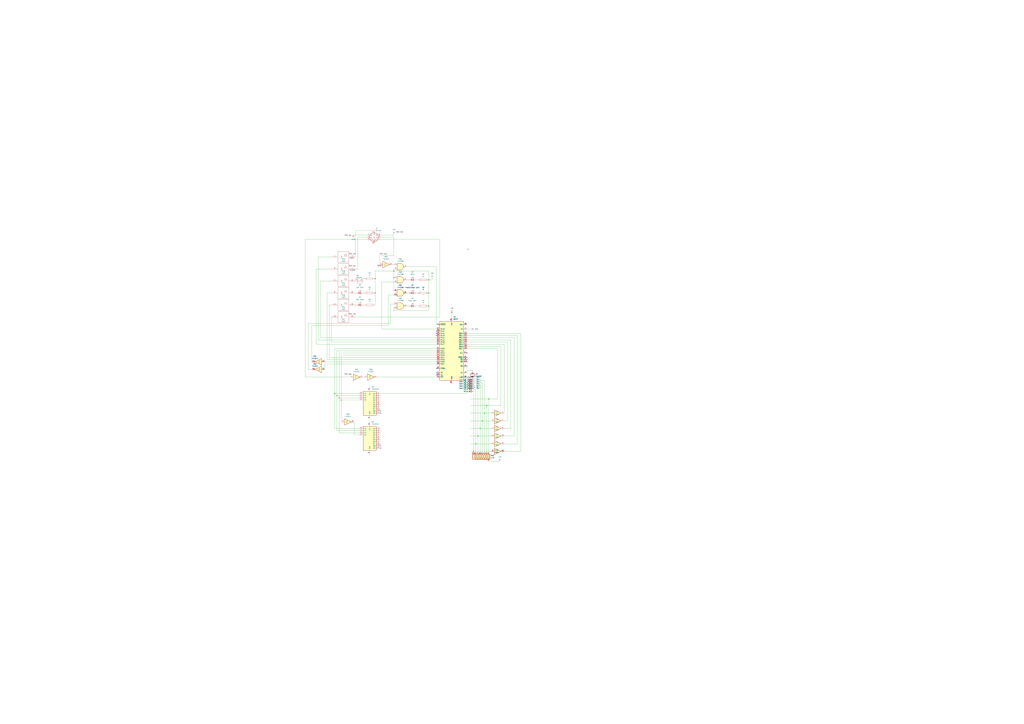
<source format=kicad_sch>
(kicad_sch (version 20211123) (generator eeschema)

  (uuid 9538e4ed-27e6-4c37-b989-9859dc0d49e8)

  (paper "A0")

  (lib_symbols
    (symbol "4xxx:4050" (pin_names (offset 1.016)) (in_bom yes) (on_board yes)
      (property "Reference" "U" (id 0) (at 0 1.27 0)
        (effects (font (size 1.27 1.27)))
      )
      (property "Value" "4050" (id 1) (at 0 -1.27 0)
        (effects (font (size 1.27 1.27)))
      )
      (property "Footprint" "" (id 2) (at 0 0 0)
        (effects (font (size 1.27 1.27)) hide)
      )
      (property "Datasheet" "http://www.intersil.com/content/dam/intersil/documents/cd40/cd4050bms.pdf" (id 3) (at 0 0 0)
        (effects (font (size 1.27 1.27)) hide)
      )
      (property "ki_locked" "" (id 4) (at 0 0 0)
        (effects (font (size 1.27 1.27)))
      )
      (property "ki_keywords" "CMOS BUFFER" (id 5) (at 0 0 0)
        (effects (font (size 1.27 1.27)) hide)
      )
      (property "ki_description" "Hex Buffer" (id 6) (at 0 0 0)
        (effects (font (size 1.27 1.27)) hide)
      )
      (property "ki_fp_filters" "DIP?16*" (id 7) (at 0 0 0)
        (effects (font (size 1.27 1.27)) hide)
      )
      (symbol "4050_1_0"
        (polyline
          (pts
            (xy -3.81 3.81)
            (xy -3.81 -3.81)
            (xy 3.81 0)
            (xy -3.81 3.81)
          )
          (stroke (width 0.254) (type default) (color 0 0 0 0))
          (fill (type background))
        )
        (pin output line (at 7.62 0 180) (length 3.81)
          (name "~" (effects (font (size 1.27 1.27))))
          (number "2" (effects (font (size 1.27 1.27))))
        )
        (pin input line (at -7.62 0 0) (length 3.81)
          (name "~" (effects (font (size 1.27 1.27))))
          (number "3" (effects (font (size 1.27 1.27))))
        )
      )
      (symbol "4050_2_0"
        (polyline
          (pts
            (xy -3.81 3.81)
            (xy -3.81 -3.81)
            (xy 3.81 0)
            (xy -3.81 3.81)
          )
          (stroke (width 0.254) (type default) (color 0 0 0 0))
          (fill (type background))
        )
        (pin output line (at 7.62 0 180) (length 3.81)
          (name "~" (effects (font (size 1.27 1.27))))
          (number "4" (effects (font (size 1.27 1.27))))
        )
        (pin input line (at -7.62 0 0) (length 3.81)
          (name "~" (effects (font (size 1.27 1.27))))
          (number "5" (effects (font (size 1.27 1.27))))
        )
      )
      (symbol "4050_3_0"
        (polyline
          (pts
            (xy -3.81 3.81)
            (xy -3.81 -3.81)
            (xy 3.81 0)
            (xy -3.81 3.81)
          )
          (stroke (width 0.254) (type default) (color 0 0 0 0))
          (fill (type background))
        )
        (pin output line (at 7.62 0 180) (length 3.81)
          (name "~" (effects (font (size 1.27 1.27))))
          (number "6" (effects (font (size 1.27 1.27))))
        )
        (pin input line (at -7.62 0 0) (length 3.81)
          (name "~" (effects (font (size 1.27 1.27))))
          (number "7" (effects (font (size 1.27 1.27))))
        )
      )
      (symbol "4050_4_0"
        (polyline
          (pts
            (xy -3.81 3.81)
            (xy -3.81 -3.81)
            (xy 3.81 0)
            (xy -3.81 3.81)
          )
          (stroke (width 0.254) (type default) (color 0 0 0 0))
          (fill (type background))
        )
        (pin output line (at 7.62 0 180) (length 3.81)
          (name "~" (effects (font (size 1.27 1.27))))
          (number "10" (effects (font (size 1.27 1.27))))
        )
        (pin input line (at -7.62 0 0) (length 3.81)
          (name "~" (effects (font (size 1.27 1.27))))
          (number "9" (effects (font (size 1.27 1.27))))
        )
      )
      (symbol "4050_5_0"
        (polyline
          (pts
            (xy -3.81 3.81)
            (xy -3.81 -3.81)
            (xy 3.81 0)
            (xy -3.81 3.81)
          )
          (stroke (width 0.254) (type default) (color 0 0 0 0))
          (fill (type background))
        )
        (pin input line (at -7.62 0 0) (length 3.81)
          (name "~" (effects (font (size 1.27 1.27))))
          (number "11" (effects (font (size 1.27 1.27))))
        )
        (pin output line (at 7.62 0 180) (length 3.81)
          (name "~" (effects (font (size 1.27 1.27))))
          (number "12" (effects (font (size 1.27 1.27))))
        )
      )
      (symbol "4050_6_0"
        (polyline
          (pts
            (xy -3.81 3.81)
            (xy -3.81 -3.81)
            (xy 3.81 0)
            (xy -3.81 3.81)
          )
          (stroke (width 0.254) (type default) (color 0 0 0 0))
          (fill (type background))
        )
        (pin input line (at -7.62 0 0) (length 3.81)
          (name "~" (effects (font (size 1.27 1.27))))
          (number "14" (effects (font (size 1.27 1.27))))
        )
        (pin output line (at 7.62 0 180) (length 3.81)
          (name "~" (effects (font (size 1.27 1.27))))
          (number "15" (effects (font (size 1.27 1.27))))
        )
      )
      (symbol "4050_7_0"
        (pin power_in line (at 0 12.7 270) (length 5.08)
          (name "VCC" (effects (font (size 1.27 1.27))))
          (number "1" (effects (font (size 1.27 1.27))))
        )
        (pin power_in line (at 0 -12.7 90) (length 5.08)
          (name "VSS" (effects (font (size 1.27 1.27))))
          (number "8" (effects (font (size 1.27 1.27))))
        )
      )
      (symbol "4050_7_1"
        (rectangle (start -5.08 7.62) (end 5.08 -7.62)
          (stroke (width 0.254) (type default) (color 0 0 0 0))
          (fill (type background))
        )
      )
    )
    (symbol "74xx:74LS14" (pin_names (offset 1.016)) (in_bom yes) (on_board yes)
      (property "Reference" "U" (id 0) (at 0 1.27 0)
        (effects (font (size 1.27 1.27)))
      )
      (property "Value" "74LS14" (id 1) (at 0 -1.27 0)
        (effects (font (size 1.27 1.27)))
      )
      (property "Footprint" "" (id 2) (at 0 0 0)
        (effects (font (size 1.27 1.27)) hide)
      )
      (property "Datasheet" "http://www.ti.com/lit/gpn/sn74LS14" (id 3) (at 0 0 0)
        (effects (font (size 1.27 1.27)) hide)
      )
      (property "ki_locked" "" (id 4) (at 0 0 0)
        (effects (font (size 1.27 1.27)))
      )
      (property "ki_keywords" "TTL not inverter" (id 5) (at 0 0 0)
        (effects (font (size 1.27 1.27)) hide)
      )
      (property "ki_description" "Hex inverter schmitt trigger" (id 6) (at 0 0 0)
        (effects (font (size 1.27 1.27)) hide)
      )
      (property "ki_fp_filters" "DIP*W7.62mm*" (id 7) (at 0 0 0)
        (effects (font (size 1.27 1.27)) hide)
      )
      (symbol "74LS14_1_0"
        (polyline
          (pts
            (xy -3.81 3.81)
            (xy -3.81 -3.81)
            (xy 3.81 0)
            (xy -3.81 3.81)
          )
          (stroke (width 0.254) (type default) (color 0 0 0 0))
          (fill (type background))
        )
        (pin input line (at -7.62 0 0) (length 3.81)
          (name "~" (effects (font (size 1.27 1.27))))
          (number "1" (effects (font (size 1.27 1.27))))
        )
        (pin output inverted (at 7.62 0 180) (length 3.81)
          (name "~" (effects (font (size 1.27 1.27))))
          (number "2" (effects (font (size 1.27 1.27))))
        )
      )
      (symbol "74LS14_1_1"
        (polyline
          (pts
            (xy -1.905 -1.27)
            (xy -1.905 1.27)
            (xy -0.635 1.27)
          )
          (stroke (width 0) (type default) (color 0 0 0 0))
          (fill (type none))
        )
        (polyline
          (pts
            (xy -2.54 -1.27)
            (xy -0.635 -1.27)
            (xy -0.635 1.27)
            (xy 0 1.27)
          )
          (stroke (width 0) (type default) (color 0 0 0 0))
          (fill (type none))
        )
      )
      (symbol "74LS14_2_0"
        (polyline
          (pts
            (xy -3.81 3.81)
            (xy -3.81 -3.81)
            (xy 3.81 0)
            (xy -3.81 3.81)
          )
          (stroke (width 0.254) (type default) (color 0 0 0 0))
          (fill (type background))
        )
        (pin input line (at -7.62 0 0) (length 3.81)
          (name "~" (effects (font (size 1.27 1.27))))
          (number "3" (effects (font (size 1.27 1.27))))
        )
        (pin output inverted (at 7.62 0 180) (length 3.81)
          (name "~" (effects (font (size 1.27 1.27))))
          (number "4" (effects (font (size 1.27 1.27))))
        )
      )
      (symbol "74LS14_2_1"
        (polyline
          (pts
            (xy -1.905 -1.27)
            (xy -1.905 1.27)
            (xy -0.635 1.27)
          )
          (stroke (width 0) (type default) (color 0 0 0 0))
          (fill (type none))
        )
        (polyline
          (pts
            (xy -2.54 -1.27)
            (xy -0.635 -1.27)
            (xy -0.635 1.27)
            (xy 0 1.27)
          )
          (stroke (width 0) (type default) (color 0 0 0 0))
          (fill (type none))
        )
      )
      (symbol "74LS14_3_0"
        (polyline
          (pts
            (xy -3.81 3.81)
            (xy -3.81 -3.81)
            (xy 3.81 0)
            (xy -3.81 3.81)
          )
          (stroke (width 0.254) (type default) (color 0 0 0 0))
          (fill (type background))
        )
        (pin input line (at -7.62 0 0) (length 3.81)
          (name "~" (effects (font (size 1.27 1.27))))
          (number "5" (effects (font (size 1.27 1.27))))
        )
        (pin output inverted (at 7.62 0 180) (length 3.81)
          (name "~" (effects (font (size 1.27 1.27))))
          (number "6" (effects (font (size 1.27 1.27))))
        )
      )
      (symbol "74LS14_3_1"
        (polyline
          (pts
            (xy -1.905 -1.27)
            (xy -1.905 1.27)
            (xy -0.635 1.27)
          )
          (stroke (width 0) (type default) (color 0 0 0 0))
          (fill (type none))
        )
        (polyline
          (pts
            (xy -2.54 -1.27)
            (xy -0.635 -1.27)
            (xy -0.635 1.27)
            (xy 0 1.27)
          )
          (stroke (width 0) (type default) (color 0 0 0 0))
          (fill (type none))
        )
      )
      (symbol "74LS14_4_0"
        (polyline
          (pts
            (xy -3.81 3.81)
            (xy -3.81 -3.81)
            (xy 3.81 0)
            (xy -3.81 3.81)
          )
          (stroke (width 0.254) (type default) (color 0 0 0 0))
          (fill (type background))
        )
        (pin output inverted (at 7.62 0 180) (length 3.81)
          (name "~" (effects (font (size 1.27 1.27))))
          (number "8" (effects (font (size 1.27 1.27))))
        )
        (pin input line (at -7.62 0 0) (length 3.81)
          (name "~" (effects (font (size 1.27 1.27))))
          (number "9" (effects (font (size 1.27 1.27))))
        )
      )
      (symbol "74LS14_4_1"
        (polyline
          (pts
            (xy -1.905 -1.27)
            (xy -1.905 1.27)
            (xy -0.635 1.27)
          )
          (stroke (width 0) (type default) (color 0 0 0 0))
          (fill (type none))
        )
        (polyline
          (pts
            (xy -2.54 -1.27)
            (xy -0.635 -1.27)
            (xy -0.635 1.27)
            (xy 0 1.27)
          )
          (stroke (width 0) (type default) (color 0 0 0 0))
          (fill (type none))
        )
      )
      (symbol "74LS14_5_0"
        (polyline
          (pts
            (xy -3.81 3.81)
            (xy -3.81 -3.81)
            (xy 3.81 0)
            (xy -3.81 3.81)
          )
          (stroke (width 0.254) (type default) (color 0 0 0 0))
          (fill (type background))
        )
        (pin output inverted (at 7.62 0 180) (length 3.81)
          (name "~" (effects (font (size 1.27 1.27))))
          (number "10" (effects (font (size 1.27 1.27))))
        )
        (pin input line (at -7.62 0 0) (length 3.81)
          (name "~" (effects (font (size 1.27 1.27))))
          (number "11" (effects (font (size 1.27 1.27))))
        )
      )
      (symbol "74LS14_5_1"
        (polyline
          (pts
            (xy -1.905 -1.27)
            (xy -1.905 1.27)
            (xy -0.635 1.27)
          )
          (stroke (width 0) (type default) (color 0 0 0 0))
          (fill (type none))
        )
        (polyline
          (pts
            (xy -2.54 -1.27)
            (xy -0.635 -1.27)
            (xy -0.635 1.27)
            (xy 0 1.27)
          )
          (stroke (width 0) (type default) (color 0 0 0 0))
          (fill (type none))
        )
      )
      (symbol "74LS14_6_0"
        (polyline
          (pts
            (xy -3.81 3.81)
            (xy -3.81 -3.81)
            (xy 3.81 0)
            (xy -3.81 3.81)
          )
          (stroke (width 0.254) (type default) (color 0 0 0 0))
          (fill (type background))
        )
        (pin output inverted (at 7.62 0 180) (length 3.81)
          (name "~" (effects (font (size 1.27 1.27))))
          (number "12" (effects (font (size 1.27 1.27))))
        )
        (pin input line (at -7.62 0 0) (length 3.81)
          (name "~" (effects (font (size 1.27 1.27))))
          (number "13" (effects (font (size 1.27 1.27))))
        )
      )
      (symbol "74LS14_6_1"
        (polyline
          (pts
            (xy -1.905 -1.27)
            (xy -1.905 1.27)
            (xy -0.635 1.27)
          )
          (stroke (width 0) (type default) (color 0 0 0 0))
          (fill (type none))
        )
        (polyline
          (pts
            (xy -2.54 -1.27)
            (xy -0.635 -1.27)
            (xy -0.635 1.27)
            (xy 0 1.27)
          )
          (stroke (width 0) (type default) (color 0 0 0 0))
          (fill (type none))
        )
      )
      (symbol "74LS14_7_0"
        (pin power_in line (at 0 12.7 270) (length 5.08)
          (name "VCC" (effects (font (size 1.27 1.27))))
          (number "14" (effects (font (size 1.27 1.27))))
        )
        (pin power_in line (at 0 -12.7 90) (length 5.08)
          (name "GND" (effects (font (size 1.27 1.27))))
          (number "7" (effects (font (size 1.27 1.27))))
        )
      )
      (symbol "74LS14_7_1"
        (rectangle (start -5.08 7.62) (end 5.08 -7.62)
          (stroke (width 0.254) (type default) (color 0 0 0 0))
          (fill (type background))
        )
      )
    )
    (symbol "74xx:74LS145" (pin_names (offset 1.016)) (in_bom yes) (on_board yes)
      (property "Reference" "U" (id 0) (at -7.62 13.97 0)
        (effects (font (size 1.27 1.27)))
      )
      (property "Value" "74LS145" (id 1) (at -7.62 -16.51 0)
        (effects (font (size 1.27 1.27)))
      )
      (property "Footprint" "" (id 2) (at 0 0 0)
        (effects (font (size 1.27 1.27)) hide)
      )
      (property "Datasheet" "http://www.ti.com/lit/gpn/sn74LS145" (id 3) (at 0 0 0)
        (effects (font (size 1.27 1.27)) hide)
      )
      (property "ki_locked" "" (id 4) (at 0 0 0)
        (effects (font (size 1.27 1.27)))
      )
      (property "ki_keywords" "TTL DECOD10 OpenColl" (id 5) (at 0 0 0)
        (effects (font (size 1.27 1.27)) hide)
      )
      (property "ki_description" "Decoder 1 to 10, Open Collector" (id 6) (at 0 0 0)
        (effects (font (size 1.27 1.27)) hide)
      )
      (property "ki_fp_filters" "DIP?16*" (id 7) (at 0 0 0)
        (effects (font (size 1.27 1.27)) hide)
      )
      (symbol "74LS145_1_0"
        (pin open_collector inverted (at 12.7 10.16 180) (length 5.08)
          (name "Q0" (effects (font (size 1.27 1.27))))
          (number "1" (effects (font (size 1.27 1.27))))
        )
        (pin open_collector inverted (at 12.7 -10.16 180) (length 5.08)
          (name "Q8" (effects (font (size 1.27 1.27))))
          (number "10" (effects (font (size 1.27 1.27))))
        )
        (pin open_collector inverted (at 12.7 -12.7 180) (length 5.08)
          (name "Q9" (effects (font (size 1.27 1.27))))
          (number "11" (effects (font (size 1.27 1.27))))
        )
        (pin input line (at -12.7 2.54 0) (length 5.08)
          (name "P3" (effects (font (size 1.27 1.27))))
          (number "12" (effects (font (size 1.27 1.27))))
        )
        (pin input line (at -12.7 5.08 0) (length 5.08)
          (name "P2" (effects (font (size 1.27 1.27))))
          (number "13" (effects (font (size 1.27 1.27))))
        )
        (pin input line (at -12.7 7.62 0) (length 5.08)
          (name "P1" (effects (font (size 1.27 1.27))))
          (number "14" (effects (font (size 1.27 1.27))))
        )
        (pin input line (at -12.7 10.16 0) (length 5.08)
          (name "P0" (effects (font (size 1.27 1.27))))
          (number "15" (effects (font (size 1.27 1.27))))
        )
        (pin power_in line (at 0 17.78 270) (length 5.08)
          (name "VCC" (effects (font (size 1.27 1.27))))
          (number "16" (effects (font (size 1.27 1.27))))
        )
        (pin open_collector inverted (at 12.7 7.62 180) (length 5.08)
          (name "Q1" (effects (font (size 1.27 1.27))))
          (number "2" (effects (font (size 1.27 1.27))))
        )
        (pin open_collector inverted (at 12.7 5.08 180) (length 5.08)
          (name "Q2" (effects (font (size 1.27 1.27))))
          (number "3" (effects (font (size 1.27 1.27))))
        )
        (pin open_collector inverted (at 12.7 2.54 180) (length 5.08)
          (name "Q3" (effects (font (size 1.27 1.27))))
          (number "4" (effects (font (size 1.27 1.27))))
        )
        (pin open_collector inverted (at 12.7 0 180) (length 5.08)
          (name "Q4" (effects (font (size 1.27 1.27))))
          (number "5" (effects (font (size 1.27 1.27))))
        )
        (pin open_collector inverted (at 12.7 -2.54 180) (length 5.08)
          (name "Q5" (effects (font (size 1.27 1.27))))
          (number "6" (effects (font (size 1.27 1.27))))
        )
        (pin open_collector inverted (at 12.7 -5.08 180) (length 5.08)
          (name "Q6" (effects (font (size 1.27 1.27))))
          (number "7" (effects (font (size 1.27 1.27))))
        )
        (pin power_in line (at 0 -20.32 90) (length 5.08)
          (name "GND" (effects (font (size 1.27 1.27))))
          (number "8" (effects (font (size 1.27 1.27))))
        )
        (pin open_collector inverted (at 12.7 -7.62 180) (length 5.08)
          (name "Q7" (effects (font (size 1.27 1.27))))
          (number "9" (effects (font (size 1.27 1.27))))
        )
      )
      (symbol "74LS145_1_1"
        (rectangle (start -7.62 12.7) (end 7.62 -15.24)
          (stroke (width 0.254) (type default) (color 0 0 0 0))
          (fill (type background))
        )
      )
    )
    (symbol "74xx:74LS38" (pin_names (offset 1.016)) (in_bom yes) (on_board yes)
      (property "Reference" "U" (id 0) (at 0 1.27 0)
        (effects (font (size 1.27 1.27)))
      )
      (property "Value" "74LS38" (id 1) (at 0 -1.27 0)
        (effects (font (size 1.27 1.27)))
      )
      (property "Footprint" "" (id 2) (at 0 0 0)
        (effects (font (size 1.27 1.27)) hide)
      )
      (property "Datasheet" "http://www.ti.com/lit/gpn/sn74LS38" (id 3) (at 0 0 0)
        (effects (font (size 1.27 1.27)) hide)
      )
      (property "ki_locked" "" (id 4) (at 0 0 0)
        (effects (font (size 1.27 1.27)))
      )
      (property "ki_keywords" "TTL Nand2 OpenCol Buffer" (id 5) (at 0 0 0)
        (effects (font (size 1.27 1.27)) hide)
      )
      (property "ki_description" "Quad Buffer 2-input NAND Open collector" (id 6) (at 0 0 0)
        (effects (font (size 1.27 1.27)) hide)
      )
      (property "ki_fp_filters" "DIP*W7.62mm*" (id 7) (at 0 0 0)
        (effects (font (size 1.27 1.27)) hide)
      )
      (symbol "74LS38_1_1"
        (arc (start 0 -3.81) (mid 3.81 0) (end 0 3.81)
          (stroke (width 0.254) (type default) (color 0 0 0 0))
          (fill (type background))
        )
        (polyline
          (pts
            (xy 0 3.81)
            (xy -3.81 3.81)
            (xy -3.81 -3.81)
            (xy 0 -3.81)
          )
          (stroke (width 0.254) (type default) (color 0 0 0 0))
          (fill (type background))
        )
        (pin input line (at -7.62 2.54 0) (length 3.81)
          (name "~" (effects (font (size 1.27 1.27))))
          (number "1" (effects (font (size 1.27 1.27))))
        )
        (pin input line (at -7.62 -2.54 0) (length 3.81)
          (name "~" (effects (font (size 1.27 1.27))))
          (number "2" (effects (font (size 1.27 1.27))))
        )
        (pin open_collector inverted (at 7.62 0 180) (length 3.81)
          (name "~" (effects (font (size 1.27 1.27))))
          (number "3" (effects (font (size 1.27 1.27))))
        )
      )
      (symbol "74LS38_1_2"
        (arc (start -3.81 -3.81) (mid -2.589 0) (end -3.81 3.81)
          (stroke (width 0.254) (type default) (color 0 0 0 0))
          (fill (type none))
        )
        (arc (start -0.6096 -3.81) (mid 2.1842 -2.5851) (end 3.81 0)
          (stroke (width 0.254) (type default) (color 0 0 0 0))
          (fill (type background))
        )
        (polyline
          (pts
            (xy -3.81 -3.81)
            (xy -0.635 -3.81)
          )
          (stroke (width 0.254) (type default) (color 0 0 0 0))
          (fill (type background))
        )
        (polyline
          (pts
            (xy -3.81 3.81)
            (xy -0.635 3.81)
          )
          (stroke (width 0.254) (type default) (color 0 0 0 0))
          (fill (type background))
        )
        (polyline
          (pts
            (xy -0.635 3.81)
            (xy -3.81 3.81)
            (xy -3.81 3.81)
            (xy -3.556 3.4036)
            (xy -3.0226 2.2606)
            (xy -2.6924 1.0414)
            (xy -2.6162 -0.254)
            (xy -2.7686 -1.4986)
            (xy -3.175 -2.7178)
            (xy -3.81 -3.81)
            (xy -3.81 -3.81)
            (xy -0.635 -3.81)
          )
          (stroke (width -25.4) (type default) (color 0 0 0 0))
          (fill (type background))
        )
        (arc (start 3.81 0) (mid 2.1915 2.5936) (end -0.6096 3.81)
          (stroke (width 0.254) (type default) (color 0 0 0 0))
          (fill (type background))
        )
        (pin input inverted (at -7.62 2.54 0) (length 4.318)
          (name "~" (effects (font (size 1.27 1.27))))
          (number "1" (effects (font (size 1.27 1.27))))
        )
        (pin input inverted (at -7.62 -2.54 0) (length 4.318)
          (name "~" (effects (font (size 1.27 1.27))))
          (number "2" (effects (font (size 1.27 1.27))))
        )
        (pin open_collector line (at 7.62 0 180) (length 3.81)
          (name "~" (effects (font (size 1.27 1.27))))
          (number "3" (effects (font (size 1.27 1.27))))
        )
      )
      (symbol "74LS38_2_1"
        (arc (start 0 -3.81) (mid 3.81 0) (end 0 3.81)
          (stroke (width 0.254) (type default) (color 0 0 0 0))
          (fill (type background))
        )
        (polyline
          (pts
            (xy 0 3.81)
            (xy -3.81 3.81)
            (xy -3.81 -3.81)
            (xy 0 -3.81)
          )
          (stroke (width 0.254) (type default) (color 0 0 0 0))
          (fill (type background))
        )
        (pin input line (at -7.62 2.54 0) (length 3.81)
          (name "~" (effects (font (size 1.27 1.27))))
          (number "4" (effects (font (size 1.27 1.27))))
        )
        (pin input line (at -7.62 -2.54 0) (length 3.81)
          (name "~" (effects (font (size 1.27 1.27))))
          (number "5" (effects (font (size 1.27 1.27))))
        )
        (pin open_collector inverted (at 7.62 0 180) (length 3.81)
          (name "~" (effects (font (size 1.27 1.27))))
          (number "6" (effects (font (size 1.27 1.27))))
        )
      )
      (symbol "74LS38_2_2"
        (arc (start -3.81 -3.81) (mid -2.589 0) (end -3.81 3.81)
          (stroke (width 0.254) (type default) (color 0 0 0 0))
          (fill (type none))
        )
        (arc (start -0.6096 -3.81) (mid 2.1842 -2.5851) (end 3.81 0)
          (stroke (width 0.254) (type default) (color 0 0 0 0))
          (fill (type background))
        )
        (polyline
          (pts
            (xy -3.81 -3.81)
            (xy -0.635 -3.81)
          )
          (stroke (width 0.254) (type default) (color 0 0 0 0))
          (fill (type background))
        )
        (polyline
          (pts
            (xy -3.81 3.81)
            (xy -0.635 3.81)
          )
          (stroke (width 0.254) (type default) (color 0 0 0 0))
          (fill (type background))
        )
        (polyline
          (pts
            (xy -0.635 3.81)
            (xy -3.81 3.81)
            (xy -3.81 3.81)
            (xy -3.556 3.4036)
            (xy -3.0226 2.2606)
            (xy -2.6924 1.0414)
            (xy -2.6162 -0.254)
            (xy -2.7686 -1.4986)
            (xy -3.175 -2.7178)
            (xy -3.81 -3.81)
            (xy -3.81 -3.81)
            (xy -0.635 -3.81)
          )
          (stroke (width -25.4) (type default) (color 0 0 0 0))
          (fill (type background))
        )
        (arc (start 3.81 0) (mid 2.1915 2.5936) (end -0.6096 3.81)
          (stroke (width 0.254) (type default) (color 0 0 0 0))
          (fill (type background))
        )
        (pin input inverted (at -7.62 2.54 0) (length 4.318)
          (name "~" (effects (font (size 1.27 1.27))))
          (number "4" (effects (font (size 1.27 1.27))))
        )
        (pin input inverted (at -7.62 -2.54 0) (length 4.318)
          (name "~" (effects (font (size 1.27 1.27))))
          (number "5" (effects (font (size 1.27 1.27))))
        )
        (pin open_collector line (at 7.62 0 180) (length 3.81)
          (name "~" (effects (font (size 1.27 1.27))))
          (number "6" (effects (font (size 1.27 1.27))))
        )
      )
      (symbol "74LS38_3_1"
        (arc (start 0 -3.81) (mid 3.81 0) (end 0 3.81)
          (stroke (width 0.254) (type default) (color 0 0 0 0))
          (fill (type background))
        )
        (polyline
          (pts
            (xy 0 3.81)
            (xy -3.81 3.81)
            (xy -3.81 -3.81)
            (xy 0 -3.81)
          )
          (stroke (width 0.254) (type default) (color 0 0 0 0))
          (fill (type background))
        )
        (pin input line (at -7.62 -2.54 0) (length 3.81)
          (name "~" (effects (font (size 1.27 1.27))))
          (number "10" (effects (font (size 1.27 1.27))))
        )
        (pin open_collector inverted (at 7.62 0 180) (length 3.81)
          (name "~" (effects (font (size 1.27 1.27))))
          (number "8" (effects (font (size 1.27 1.27))))
        )
        (pin input line (at -7.62 2.54 0) (length 3.81)
          (name "~" (effects (font (size 1.27 1.27))))
          (number "9" (effects (font (size 1.27 1.27))))
        )
      )
      (symbol "74LS38_3_2"
        (arc (start -3.81 -3.81) (mid -2.589 0) (end -3.81 3.81)
          (stroke (width 0.254) (type default) (color 0 0 0 0))
          (fill (type none))
        )
        (arc (start -0.6096 -3.81) (mid 2.1842 -2.5851) (end 3.81 0)
          (stroke (width 0.254) (type default) (color 0 0 0 0))
          (fill (type background))
        )
        (polyline
          (pts
            (xy -3.81 -3.81)
            (xy -0.635 -3.81)
          )
          (stroke (width 0.254) (type default) (color 0 0 0 0))
          (fill (type background))
        )
        (polyline
          (pts
            (xy -3.81 3.81)
            (xy -0.635 3.81)
          )
          (stroke (width 0.254) (type default) (color 0 0 0 0))
          (fill (type background))
        )
        (polyline
          (pts
            (xy -0.635 3.81)
            (xy -3.81 3.81)
            (xy -3.81 3.81)
            (xy -3.556 3.4036)
            (xy -3.0226 2.2606)
            (xy -2.6924 1.0414)
            (xy -2.6162 -0.254)
            (xy -2.7686 -1.4986)
            (xy -3.175 -2.7178)
            (xy -3.81 -3.81)
            (xy -3.81 -3.81)
            (xy -0.635 -3.81)
          )
          (stroke (width -25.4) (type default) (color 0 0 0 0))
          (fill (type background))
        )
        (arc (start 3.81 0) (mid 2.1915 2.5936) (end -0.6096 3.81)
          (stroke (width 0.254) (type default) (color 0 0 0 0))
          (fill (type background))
        )
        (pin input inverted (at -7.62 -2.54 0) (length 4.318)
          (name "~" (effects (font (size 1.27 1.27))))
          (number "10" (effects (font (size 1.27 1.27))))
        )
        (pin open_collector line (at 7.62 0 180) (length 3.81)
          (name "~" (effects (font (size 1.27 1.27))))
          (number "8" (effects (font (size 1.27 1.27))))
        )
        (pin input inverted (at -7.62 2.54 0) (length 4.318)
          (name "~" (effects (font (size 1.27 1.27))))
          (number "9" (effects (font (size 1.27 1.27))))
        )
      )
      (symbol "74LS38_4_1"
        (arc (start 0 -3.81) (mid 3.81 0) (end 0 3.81)
          (stroke (width 0.254) (type default) (color 0 0 0 0))
          (fill (type background))
        )
        (polyline
          (pts
            (xy 0 3.81)
            (xy -3.81 3.81)
            (xy -3.81 -3.81)
            (xy 0 -3.81)
          )
          (stroke (width 0.254) (type default) (color 0 0 0 0))
          (fill (type background))
        )
        (pin open_collector inverted (at 7.62 0 180) (length 3.81)
          (name "~" (effects (font (size 1.27 1.27))))
          (number "11" (effects (font (size 1.27 1.27))))
        )
        (pin input line (at -7.62 2.54 0) (length 3.81)
          (name "~" (effects (font (size 1.27 1.27))))
          (number "12" (effects (font (size 1.27 1.27))))
        )
        (pin input line (at -7.62 -2.54 0) (length 3.81)
          (name "~" (effects (font (size 1.27 1.27))))
          (number "13" (effects (font (size 1.27 1.27))))
        )
      )
      (symbol "74LS38_4_2"
        (arc (start -3.81 -3.81) (mid -2.589 0) (end -3.81 3.81)
          (stroke (width 0.254) (type default) (color 0 0 0 0))
          (fill (type none))
        )
        (arc (start -0.6096 -3.81) (mid 2.1842 -2.5851) (end 3.81 0)
          (stroke (width 0.254) (type default) (color 0 0 0 0))
          (fill (type background))
        )
        (polyline
          (pts
            (xy -3.81 -3.81)
            (xy -0.635 -3.81)
          )
          (stroke (width 0.254) (type default) (color 0 0 0 0))
          (fill (type background))
        )
        (polyline
          (pts
            (xy -3.81 3.81)
            (xy -0.635 3.81)
          )
          (stroke (width 0.254) (type default) (color 0 0 0 0))
          (fill (type background))
        )
        (polyline
          (pts
            (xy -0.635 3.81)
            (xy -3.81 3.81)
            (xy -3.81 3.81)
            (xy -3.556 3.4036)
            (xy -3.0226 2.2606)
            (xy -2.6924 1.0414)
            (xy -2.6162 -0.254)
            (xy -2.7686 -1.4986)
            (xy -3.175 -2.7178)
            (xy -3.81 -3.81)
            (xy -3.81 -3.81)
            (xy -0.635 -3.81)
          )
          (stroke (width -25.4) (type default) (color 0 0 0 0))
          (fill (type background))
        )
        (arc (start 3.81 0) (mid 2.1915 2.5936) (end -0.6096 3.81)
          (stroke (width 0.254) (type default) (color 0 0 0 0))
          (fill (type background))
        )
        (pin open_collector line (at 7.62 0 180) (length 3.81)
          (name "~" (effects (font (size 1.27 1.27))))
          (number "11" (effects (font (size 1.27 1.27))))
        )
        (pin input inverted (at -7.62 2.54 0) (length 4.318)
          (name "~" (effects (font (size 1.27 1.27))))
          (number "12" (effects (font (size 1.27 1.27))))
        )
        (pin input inverted (at -7.62 -2.54 0) (length 4.318)
          (name "~" (effects (font (size 1.27 1.27))))
          (number "13" (effects (font (size 1.27 1.27))))
        )
      )
      (symbol "74LS38_5_0"
        (pin power_in line (at 0 12.7 270) (length 5.08)
          (name "VCC" (effects (font (size 1.27 1.27))))
          (number "14" (effects (font (size 1.27 1.27))))
        )
        (pin power_in line (at 0 -12.7 90) (length 5.08)
          (name "GND" (effects (font (size 1.27 1.27))))
          (number "7" (effects (font (size 1.27 1.27))))
        )
      )
      (symbol "74LS38_5_1"
        (rectangle (start -5.08 7.62) (end 5.08 -7.62)
          (stroke (width 0.254) (type default) (color 0 0 0 0))
          (fill (type background))
        )
      )
    )
    (symbol "74xx_IEEE:7407" (pin_names (offset 0.762)) (in_bom yes) (on_board yes)
      (property "Reference" "U" (id 0) (at 3.81 8.89 0)
        (effects (font (size 1.27 1.27)))
      )
      (property "Value" "7407" (id 1) (at 3.81 -7.62 0)
        (effects (font (size 1.27 1.27)))
      )
      (property "Footprint" "" (id 2) (at 0 0 0)
        (effects (font (size 1.27 1.27)) hide)
      )
      (property "Datasheet" "" (id 3) (at 0 0 0)
        (effects (font (size 1.27 1.27)) hide)
      )
      (symbol "7407_0_1"
        (rectangle (start -6.35 6.35) (end 6.35 -6.35)
          (stroke (width 0) (type default) (color 0 0 0 0))
          (fill (type none))
        )
        (polyline
          (pts
            (xy -2.54 1.27)
            (xy -2.54 -1.27)
            (xy -1.27 0)
            (xy -2.54 1.27)
            (xy -2.54 1.27)
          )
          (stroke (width 0) (type default) (color 0 0 0 0))
          (fill (type none))
        )
        (polyline
          (pts
            (xy 3.048 1.016)
            (xy 4.064 2.032)
            (xy 2.54 3.556)
            (xy 1.016 2.032)
            (xy 2.032 1.016)
            (xy 1.016 1.016)
            (xy 4.064 1.016)
            (xy 4.064 1.016)
          )
          (stroke (width 0) (type default) (color 0 0 0 0))
          (fill (type none))
        )
        (pin power_in line (at 0 6.35 270) (length 0) hide
          (name "Vcc" (effects (font (size 1.27 1.27))))
          (number "14" (effects (font (size 1.27 1.27))))
        )
        (pin power_in line (at 0 -6.35 90) (length 0) hide
          (name "Gnd" (effects (font (size 1.27 1.27))))
          (number "7" (effects (font (size 1.27 1.27))))
        )
      )
      (symbol "7407_1_1"
        (pin input line (at -13.97 0 0) (length 7.62)
          (name "~" (effects (font (size 1.27 1.27))))
          (number "1" (effects (font (size 1.27 1.27))))
        )
        (pin open_collector line (at 13.97 0 180) (length 7.62)
          (name "~" (effects (font (size 1.27 1.27))))
          (number "2" (effects (font (size 1.27 1.27))))
        )
      )
      (symbol "7407_2_1"
        (pin input line (at -13.97 0 0) (length 7.62)
          (name "~" (effects (font (size 1.27 1.27))))
          (number "3" (effects (font (size 1.27 1.27))))
        )
        (pin open_collector line (at 13.97 0 180) (length 7.62)
          (name "~" (effects (font (size 1.27 1.27))))
          (number "4" (effects (font (size 1.27 1.27))))
        )
      )
      (symbol "7407_3_1"
        (pin input line (at -13.97 0 0) (length 7.62)
          (name "~" (effects (font (size 1.27 1.27))))
          (number "5" (effects (font (size 1.27 1.27))))
        )
        (pin open_collector line (at 13.97 0 180) (length 7.62)
          (name "~" (effects (font (size 1.27 1.27))))
          (number "6" (effects (font (size 1.27 1.27))))
        )
      )
      (symbol "7407_4_1"
        (pin open_collector line (at 13.97 0 180) (length 7.62)
          (name "~" (effects (font (size 1.27 1.27))))
          (number "8" (effects (font (size 1.27 1.27))))
        )
        (pin input line (at -13.97 0 0) (length 7.62)
          (name "~" (effects (font (size 1.27 1.27))))
          (number "9" (effects (font (size 1.27 1.27))))
        )
      )
      (symbol "7407_5_1"
        (pin open_collector line (at 13.97 0 180) (length 7.62)
          (name "~" (effects (font (size 1.27 1.27))))
          (number "10" (effects (font (size 1.27 1.27))))
        )
        (pin input line (at -13.97 0 0) (length 7.62)
          (name "~" (effects (font (size 1.27 1.27))))
          (number "11" (effects (font (size 1.27 1.27))))
        )
      )
      (symbol "7407_6_1"
        (pin open_collector line (at 13.97 0 180) (length 7.62)
          (name "~" (effects (font (size 1.27 1.27))))
          (number "12" (effects (font (size 1.27 1.27))))
        )
        (pin input line (at -13.97 0 0) (length 7.62)
          (name "~" (effects (font (size 1.27 1.27))))
          (number "13" (effects (font (size 1.27 1.27))))
        )
      )
    )
    (symbol "Connector:DIN-8" (pin_names (offset 1.016)) (in_bom yes) (on_board yes)
      (property "Reference" "J" (id 0) (at 3.175 5.715 0)
        (effects (font (size 1.27 1.27)))
      )
      (property "Value" "DIN-8" (id 1) (at 2.032 -5.842 0)
        (effects (font (size 1.27 1.27)) (justify left))
      )
      (property "Footprint" "" (id 2) (at 0 0 0)
        (effects (font (size 1.27 1.27)) hide)
      )
      (property "Datasheet" "http://www.mouser.com/ds/2/18/40_c091_abd_e-75918.pdf" (id 3) (at 0 0 0)
        (effects (font (size 1.27 1.27)) hide)
      )
      (property "ki_keywords" "circular DIN connector" (id 4) (at 0 0 0)
        (effects (font (size 1.27 1.27)) hide)
      )
      (property "ki_description" "8-pin DIN connector" (id 5) (at 0 0 0)
        (effects (font (size 1.27 1.27)) hide)
      )
      (property "ki_fp_filters" "DIN*" (id 6) (at 0 0 0)
        (effects (font (size 1.27 1.27)) hide)
      )
      (symbol "DIN-8_0_1"
        (arc (start -5.08 0) (mid -3.8609 -3.3364) (end -0.762 -5.08)
          (stroke (width 0.254) (type default) (color 0 0 0 0))
          (fill (type none))
        )
        (circle (center -3.048 -0.762) (radius 0.508)
          (stroke (width 0) (type default) (color 0 0 0 0))
          (fill (type none))
        )
        (circle (center -2.54 2.032) (radius 0.508)
          (stroke (width 0) (type default) (color 0 0 0 0))
          (fill (type none))
        )
        (circle (center -1.524 -2.794) (radius 0.508)
          (stroke (width 0) (type default) (color 0 0 0 0))
          (fill (type none))
        )
        (polyline
          (pts
            (xy -5.08 0)
            (xy -3.556 -0.508)
          )
          (stroke (width 0) (type default) (color 0 0 0 0))
          (fill (type none))
        )
        (polyline
          (pts
            (xy 0 -0.508)
            (xy 0 -5.08)
          )
          (stroke (width 0) (type default) (color 0 0 0 0))
          (fill (type none))
        )
        (polyline
          (pts
            (xy 0 5.08)
            (xy 0 3.81)
          )
          (stroke (width 0) (type default) (color 0 0 0 0))
          (fill (type none))
        )
        (polyline
          (pts
            (xy 5.08 0)
            (xy 3.556 -0.508)
          )
          (stroke (width 0) (type default) (color 0 0 0 0))
          (fill (type none))
        )
        (polyline
          (pts
            (xy -5.08 -2.54)
            (xy -4.318 -2.54)
            (xy -2.032 -2.794)
          )
          (stroke (width 0) (type default) (color 0 0 0 0))
          (fill (type none))
        )
        (polyline
          (pts
            (xy -5.08 2.54)
            (xy -4.318 2.54)
            (xy -3.048 2.286)
          )
          (stroke (width 0) (type default) (color 0 0 0 0))
          (fill (type none))
        )
        (polyline
          (pts
            (xy 5.08 -2.54)
            (xy 4.318 -2.54)
            (xy 2.032 -2.794)
          )
          (stroke (width 0) (type default) (color 0 0 0 0))
          (fill (type none))
        )
        (polyline
          (pts
            (xy 5.08 2.54)
            (xy 4.318 2.54)
            (xy 3.048 2.286)
          )
          (stroke (width 0) (type default) (color 0 0 0 0))
          (fill (type none))
        )
        (polyline
          (pts
            (xy -0.762 -4.953)
            (xy -0.762 -4.191)
            (xy 0.762 -4.191)
            (xy 0.762 -4.953)
          )
          (stroke (width 0.254) (type default) (color 0 0 0 0))
          (fill (type none))
        )
        (circle (center 0 0) (radius 0.508)
          (stroke (width 0) (type default) (color 0 0 0 0))
          (fill (type none))
        )
        (circle (center 0 3.302) (radius 0.508)
          (stroke (width 0) (type default) (color 0 0 0 0))
          (fill (type none))
        )
        (arc (start 0.762 -5.08) (mid 3.8685 -3.343) (end 5.08 0)
          (stroke (width 0.254) (type default) (color 0 0 0 0))
          (fill (type none))
        )
        (circle (center 1.524 -2.794) (radius 0.508)
          (stroke (width 0) (type default) (color 0 0 0 0))
          (fill (type none))
        )
        (circle (center 2.54 2.032) (radius 0.508)
          (stroke (width 0) (type default) (color 0 0 0 0))
          (fill (type none))
        )
        (circle (center 3.048 -0.762) (radius 0.508)
          (stroke (width 0) (type default) (color 0 0 0 0))
          (fill (type none))
        )
        (arc (start 5.08 0) (mid 0 5.08) (end -5.08 0)
          (stroke (width 0.254) (type default) (color 0 0 0 0))
          (fill (type none))
        )
      )
      (symbol "DIN-8_1_1"
        (pin passive line (at -7.62 0 0) (length 2.54)
          (name "~" (effects (font (size 1.27 1.27))))
          (number "1" (effects (font (size 1.27 1.27))))
        )
        (pin passive line (at 0 7.62 270) (length 2.54)
          (name "~" (effects (font (size 1.27 1.27))))
          (number "2" (effects (font (size 1.27 1.27))))
        )
        (pin passive line (at 7.62 0 180) (length 2.54)
          (name "~" (effects (font (size 1.27 1.27))))
          (number "3" (effects (font (size 1.27 1.27))))
        )
        (pin passive line (at -7.62 2.54 0) (length 2.54)
          (name "~" (effects (font (size 1.27 1.27))))
          (number "4" (effects (font (size 1.27 1.27))))
        )
        (pin passive line (at 7.62 2.54 180) (length 2.54)
          (name "~" (effects (font (size 1.27 1.27))))
          (number "5" (effects (font (size 1.27 1.27))))
        )
        (pin passive line (at -7.62 -2.54 0) (length 2.54)
          (name "~" (effects (font (size 1.27 1.27))))
          (number "6" (effects (font (size 1.27 1.27))))
        )
        (pin passive line (at 7.62 -2.54 180) (length 2.54)
          (name "~" (effects (font (size 1.27 1.27))))
          (number "7" (effects (font (size 1.27 1.27))))
        )
        (pin passive line (at 0 -7.62 90) (length 2.54)
          (name "~" (effects (font (size 1.27 1.27))))
          (number "8" (effects (font (size 1.27 1.27))))
        )
      )
    )
    (symbol "Device:Buzzer" (pin_names (offset 0.0254) hide) (in_bom yes) (on_board yes)
      (property "Reference" "BZ" (id 0) (at 3.81 1.27 0)
        (effects (font (size 1.27 1.27)) (justify left))
      )
      (property "Value" "Buzzer" (id 1) (at 3.81 -1.27 0)
        (effects (font (size 1.27 1.27)) (justify left))
      )
      (property "Footprint" "" (id 2) (at -0.635 2.54 90)
        (effects (font (size 1.27 1.27)) hide)
      )
      (property "Datasheet" "~" (id 3) (at -0.635 2.54 90)
        (effects (font (size 1.27 1.27)) hide)
      )
      (property "ki_keywords" "quartz resonator ceramic" (id 4) (at 0 0 0)
        (effects (font (size 1.27 1.27)) hide)
      )
      (property "ki_description" "Buzzer, polarized" (id 5) (at 0 0 0)
        (effects (font (size 1.27 1.27)) hide)
      )
      (property "ki_fp_filters" "*Buzzer*" (id 6) (at 0 0 0)
        (effects (font (size 1.27 1.27)) hide)
      )
      (symbol "Buzzer_0_1"
        (arc (start 0 -3.175) (mid 3.175 0) (end 0 3.175)
          (stroke (width 0) (type default) (color 0 0 0 0))
          (fill (type none))
        )
        (polyline
          (pts
            (xy -1.651 1.905)
            (xy -1.143 1.905)
          )
          (stroke (width 0) (type default) (color 0 0 0 0))
          (fill (type none))
        )
        (polyline
          (pts
            (xy -1.397 2.159)
            (xy -1.397 1.651)
          )
          (stroke (width 0) (type default) (color 0 0 0 0))
          (fill (type none))
        )
        (polyline
          (pts
            (xy 0 3.175)
            (xy 0 -3.175)
          )
          (stroke (width 0) (type default) (color 0 0 0 0))
          (fill (type none))
        )
      )
      (symbol "Buzzer_1_1"
        (pin passive line (at -2.54 2.54 0) (length 2.54)
          (name "-" (effects (font (size 1.27 1.27))))
          (number "1" (effects (font (size 1.27 1.27))))
        )
        (pin passive line (at -2.54 -2.54 0) (length 2.54)
          (name "+" (effects (font (size 1.27 1.27))))
          (number "2" (effects (font (size 1.27 1.27))))
        )
      )
    )
    (symbol "Device:Crystal" (pin_numbers hide) (pin_names (offset 1.016) hide) (in_bom yes) (on_board yes)
      (property "Reference" "Y" (id 0) (at 0 3.81 0)
        (effects (font (size 1.27 1.27)))
      )
      (property "Value" "Crystal" (id 1) (at 0 -3.81 0)
        (effects (font (size 1.27 1.27)))
      )
      (property "Footprint" "" (id 2) (at 0 0 0)
        (effects (font (size 1.27 1.27)) hide)
      )
      (property "Datasheet" "~" (id 3) (at 0 0 0)
        (effects (font (size 1.27 1.27)) hide)
      )
      (property "ki_keywords" "quartz ceramic resonator oscillator" (id 4) (at 0 0 0)
        (effects (font (size 1.27 1.27)) hide)
      )
      (property "ki_description" "Two pin crystal" (id 5) (at 0 0 0)
        (effects (font (size 1.27 1.27)) hide)
      )
      (property "ki_fp_filters" "Crystal*" (id 6) (at 0 0 0)
        (effects (font (size 1.27 1.27)) hide)
      )
      (symbol "Crystal_0_1"
        (rectangle (start -1.143 2.54) (end 1.143 -2.54)
          (stroke (width 0.3048) (type default) (color 0 0 0 0))
          (fill (type none))
        )
        (polyline
          (pts
            (xy -2.54 0)
            (xy -1.905 0)
          )
          (stroke (width 0) (type default) (color 0 0 0 0))
          (fill (type none))
        )
        (polyline
          (pts
            (xy -1.905 -1.27)
            (xy -1.905 1.27)
          )
          (stroke (width 0.508) (type default) (color 0 0 0 0))
          (fill (type none))
        )
        (polyline
          (pts
            (xy 1.905 -1.27)
            (xy 1.905 1.27)
          )
          (stroke (width 0.508) (type default) (color 0 0 0 0))
          (fill (type none))
        )
        (polyline
          (pts
            (xy 2.54 0)
            (xy 1.905 0)
          )
          (stroke (width 0) (type default) (color 0 0 0 0))
          (fill (type none))
        )
      )
      (symbol "Crystal_1_1"
        (pin passive line (at -3.81 0 0) (length 1.27)
          (name "1" (effects (font (size 1.27 1.27))))
          (number "1" (effects (font (size 1.27 1.27))))
        )
        (pin passive line (at 3.81 0 180) (length 1.27)
          (name "2" (effects (font (size 1.27 1.27))))
          (number "2" (effects (font (size 1.27 1.27))))
        )
      )
    )
    (symbol "Device:R_Network08" (pin_names (offset 0) hide) (in_bom yes) (on_board yes)
      (property "Reference" "RN" (id 0) (at -12.7 0 90)
        (effects (font (size 1.27 1.27)))
      )
      (property "Value" "R_Network08" (id 1) (at 10.16 0 90)
        (effects (font (size 1.27 1.27)))
      )
      (property "Footprint" "Resistor_THT:R_Array_SIP9" (id 2) (at 12.065 0 90)
        (effects (font (size 1.27 1.27)) hide)
      )
      (property "Datasheet" "http://www.vishay.com/docs/31509/csc.pdf" (id 3) (at 0 0 0)
        (effects (font (size 1.27 1.27)) hide)
      )
      (property "ki_keywords" "R network star-topology" (id 4) (at 0 0 0)
        (effects (font (size 1.27 1.27)) hide)
      )
      (property "ki_description" "8 resistor network, star topology, bussed resistors, small symbol" (id 5) (at 0 0 0)
        (effects (font (size 1.27 1.27)) hide)
      )
      (property "ki_fp_filters" "R?Array?SIP*" (id 6) (at 0 0 0)
        (effects (font (size 1.27 1.27)) hide)
      )
      (symbol "R_Network08_0_1"
        (rectangle (start -11.43 -3.175) (end 8.89 3.175)
          (stroke (width 0.254) (type default) (color 0 0 0 0))
          (fill (type background))
        )
        (rectangle (start -10.922 1.524) (end -9.398 -2.54)
          (stroke (width 0.254) (type default) (color 0 0 0 0))
          (fill (type none))
        )
        (circle (center -10.16 2.286) (radius 0.254)
          (stroke (width 0) (type default) (color 0 0 0 0))
          (fill (type outline))
        )
        (rectangle (start -8.382 1.524) (end -6.858 -2.54)
          (stroke (width 0.254) (type default) (color 0 0 0 0))
          (fill (type none))
        )
        (circle (center -7.62 2.286) (radius 0.254)
          (stroke (width 0) (type default) (color 0 0 0 0))
          (fill (type outline))
        )
        (rectangle (start -5.842 1.524) (end -4.318 -2.54)
          (stroke (width 0.254) (type default) (color 0 0 0 0))
          (fill (type none))
        )
        (circle (center -5.08 2.286) (radius 0.254)
          (stroke (width 0) (type default) (color 0 0 0 0))
          (fill (type outline))
        )
        (rectangle (start -3.302 1.524) (end -1.778 -2.54)
          (stroke (width 0.254) (type default) (color 0 0 0 0))
          (fill (type none))
        )
        (circle (center -2.54 2.286) (radius 0.254)
          (stroke (width 0) (type default) (color 0 0 0 0))
          (fill (type outline))
        )
        (rectangle (start -0.762 1.524) (end 0.762 -2.54)
          (stroke (width 0.254) (type default) (color 0 0 0 0))
          (fill (type none))
        )
        (polyline
          (pts
            (xy -10.16 -2.54)
            (xy -10.16 -3.81)
          )
          (stroke (width 0) (type default) (color 0 0 0 0))
          (fill (type none))
        )
        (polyline
          (pts
            (xy -7.62 -2.54)
            (xy -7.62 -3.81)
          )
          (stroke (width 0) (type default) (color 0 0 0 0))
          (fill (type none))
        )
        (polyline
          (pts
            (xy -5.08 -2.54)
            (xy -5.08 -3.81)
          )
          (stroke (width 0) (type default) (color 0 0 0 0))
          (fill (type none))
        )
        (polyline
          (pts
            (xy -2.54 -2.54)
            (xy -2.54 -3.81)
          )
          (stroke (width 0) (type default) (color 0 0 0 0))
          (fill (type none))
        )
        (polyline
          (pts
            (xy 0 -2.54)
            (xy 0 -3.81)
          )
          (stroke (width 0) (type default) (color 0 0 0 0))
          (fill (type none))
        )
        (polyline
          (pts
            (xy 2.54 -2.54)
            (xy 2.54 -3.81)
          )
          (stroke (width 0) (type default) (color 0 0 0 0))
          (fill (type none))
        )
        (polyline
          (pts
            (xy 5.08 -2.54)
            (xy 5.08 -3.81)
          )
          (stroke (width 0) (type default) (color 0 0 0 0))
          (fill (type none))
        )
        (polyline
          (pts
            (xy 7.62 -2.54)
            (xy 7.62 -3.81)
          )
          (stroke (width 0) (type default) (color 0 0 0 0))
          (fill (type none))
        )
        (polyline
          (pts
            (xy -10.16 1.524)
            (xy -10.16 2.286)
            (xy -7.62 2.286)
            (xy -7.62 1.524)
          )
          (stroke (width 0) (type default) (color 0 0 0 0))
          (fill (type none))
        )
        (polyline
          (pts
            (xy -7.62 1.524)
            (xy -7.62 2.286)
            (xy -5.08 2.286)
            (xy -5.08 1.524)
          )
          (stroke (width 0) (type default) (color 0 0 0 0))
          (fill (type none))
        )
        (polyline
          (pts
            (xy -5.08 1.524)
            (xy -5.08 2.286)
            (xy -2.54 2.286)
            (xy -2.54 1.524)
          )
          (stroke (width 0) (type default) (color 0 0 0 0))
          (fill (type none))
        )
        (polyline
          (pts
            (xy -2.54 1.524)
            (xy -2.54 2.286)
            (xy 0 2.286)
            (xy 0 1.524)
          )
          (stroke (width 0) (type default) (color 0 0 0 0))
          (fill (type none))
        )
        (polyline
          (pts
            (xy 0 1.524)
            (xy 0 2.286)
            (xy 2.54 2.286)
            (xy 2.54 1.524)
          )
          (stroke (width 0) (type default) (color 0 0 0 0))
          (fill (type none))
        )
        (polyline
          (pts
            (xy 2.54 1.524)
            (xy 2.54 2.286)
            (xy 5.08 2.286)
            (xy 5.08 1.524)
          )
          (stroke (width 0) (type default) (color 0 0 0 0))
          (fill (type none))
        )
        (polyline
          (pts
            (xy 5.08 1.524)
            (xy 5.08 2.286)
            (xy 7.62 2.286)
            (xy 7.62 1.524)
          )
          (stroke (width 0) (type default) (color 0 0 0 0))
          (fill (type none))
        )
        (circle (center 0 2.286) (radius 0.254)
          (stroke (width 0) (type default) (color 0 0 0 0))
          (fill (type outline))
        )
        (rectangle (start 1.778 1.524) (end 3.302 -2.54)
          (stroke (width 0.254) (type default) (color 0 0 0 0))
          (fill (type none))
        )
        (circle (center 2.54 2.286) (radius 0.254)
          (stroke (width 0) (type default) (color 0 0 0 0))
          (fill (type outline))
        )
        (rectangle (start 4.318 1.524) (end 5.842 -2.54)
          (stroke (width 0.254) (type default) (color 0 0 0 0))
          (fill (type none))
        )
        (circle (center 5.08 2.286) (radius 0.254)
          (stroke (width 0) (type default) (color 0 0 0 0))
          (fill (type outline))
        )
        (rectangle (start 6.858 1.524) (end 8.382 -2.54)
          (stroke (width 0.254) (type default) (color 0 0 0 0))
          (fill (type none))
        )
      )
      (symbol "R_Network08_1_1"
        (pin passive line (at -10.16 5.08 270) (length 2.54)
          (name "common" (effects (font (size 1.27 1.27))))
          (number "1" (effects (font (size 1.27 1.27))))
        )
        (pin passive line (at -10.16 -5.08 90) (length 1.27)
          (name "R1" (effects (font (size 1.27 1.27))))
          (number "2" (effects (font (size 1.27 1.27))))
        )
        (pin passive line (at -7.62 -5.08 90) (length 1.27)
          (name "R2" (effects (font (size 1.27 1.27))))
          (number "3" (effects (font (size 1.27 1.27))))
        )
        (pin passive line (at -5.08 -5.08 90) (length 1.27)
          (name "R3" (effects (font (size 1.27 1.27))))
          (number "4" (effects (font (size 1.27 1.27))))
        )
        (pin passive line (at -2.54 -5.08 90) (length 1.27)
          (name "R4" (effects (font (size 1.27 1.27))))
          (number "5" (effects (font (size 1.27 1.27))))
        )
        (pin passive line (at 0 -5.08 90) (length 1.27)
          (name "R5" (effects (font (size 1.27 1.27))))
          (number "6" (effects (font (size 1.27 1.27))))
        )
        (pin passive line (at 2.54 -5.08 90) (length 1.27)
          (name "R6" (effects (font (size 1.27 1.27))))
          (number "7" (effects (font (size 1.27 1.27))))
        )
        (pin passive line (at 5.08 -5.08 90) (length 1.27)
          (name "R7" (effects (font (size 1.27 1.27))))
          (number "8" (effects (font (size 1.27 1.27))))
        )
        (pin passive line (at 7.62 -5.08 90) (length 1.27)
          (name "R8" (effects (font (size 1.27 1.27))))
          (number "9" (effects (font (size 1.27 1.27))))
        )
      )
    )
    (symbol "LED:LD271" (pin_numbers hide) (pin_names (offset 1.016) hide) (in_bom yes) (on_board yes)
      (property "Reference" "D" (id 0) (at 0.508 1.778 0)
        (effects (font (size 1.27 1.27)) (justify left))
      )
      (property "Value" "LD271" (id 1) (at -1.016 -2.794 0)
        (effects (font (size 1.27 1.27)))
      )
      (property "Footprint" "LED_THT:LED_D5.0mm_IRGrey" (id 2) (at 0 4.445 0)
        (effects (font (size 1.27 1.27)) hide)
      )
      (property "Datasheet" "http://www.alliedelec.com/m/d/40788c34903a719969df15f1fbea1056.pdf" (id 3) (at -1.27 0 0)
        (effects (font (size 1.27 1.27)) hide)
      )
      (property "ki_keywords" "IR LED" (id 4) (at 0 0 0)
        (effects (font (size 1.27 1.27)) hide)
      )
      (property "ki_description" "940nm IR-LED, 5mm" (id 5) (at 0 0 0)
        (effects (font (size 1.27 1.27)) hide)
      )
      (property "ki_fp_filters" "LED*5.0mm*IRGrey*" (id 6) (at 0 0 0)
        (effects (font (size 1.27 1.27)) hide)
      )
      (symbol "LD271_0_1"
        (polyline
          (pts
            (xy -2.54 1.27)
            (xy -2.54 -1.27)
          )
          (stroke (width 0.254) (type default) (color 0 0 0 0))
          (fill (type none))
        )
        (polyline
          (pts
            (xy 0 0)
            (xy -2.54 0)
          )
          (stroke (width 0) (type default) (color 0 0 0 0))
          (fill (type none))
        )
        (polyline
          (pts
            (xy 0.381 3.175)
            (xy -0.127 3.175)
          )
          (stroke (width 0) (type default) (color 0 0 0 0))
          (fill (type none))
        )
        (polyline
          (pts
            (xy -1.143 1.651)
            (xy 0.381 3.175)
            (xy 0.381 2.667)
          )
          (stroke (width 0) (type default) (color 0 0 0 0))
          (fill (type none))
        )
        (polyline
          (pts
            (xy 0 -1.27)
            (xy -2.54 0)
            (xy 0 1.27)
            (xy 0 -1.27)
          )
          (stroke (width 0.254) (type default) (color 0 0 0 0))
          (fill (type none))
        )
        (polyline
          (pts
            (xy -2.413 1.651)
            (xy -0.889 3.175)
            (xy -0.889 2.667)
            (xy -0.889 3.175)
            (xy -1.397 3.175)
          )
          (stroke (width 0) (type default) (color 0 0 0 0))
          (fill (type none))
        )
      )
      (symbol "LD271_1_1"
        (pin passive line (at -5.08 0 0) (length 2.54)
          (name "K" (effects (font (size 1.27 1.27))))
          (number "1" (effects (font (size 1.27 1.27))))
        )
        (pin passive line (at 2.54 0 180) (length 2.54)
          (name "A" (effects (font (size 1.27 1.27))))
          (number "2" (effects (font (size 1.27 1.27))))
        )
      )
    )
    (symbol "MCU_Intel:8049" (pin_names (offset 1.016)) (in_bom yes) (on_board yes)
      (property "Reference" "U" (id 0) (at -13.97 35.56 0)
        (effects (font (size 1.27 1.27)) (justify left))
      )
      (property "Value" "8049" (id 1) (at 8.89 35.56 0)
        (effects (font (size 1.27 1.27)) (justify left))
      )
      (property "Footprint" "" (id 2) (at 0 5.08 0)
        (effects (font (size 1.27 1.27)) hide)
      )
      (property "Datasheet" "" (id 3) (at 0 5.08 0)
        (effects (font (size 1.27 1.27)) hide)
      )
      (property "ki_keywords" "MCS-48 uC Microcontroller" (id 4) (at 0 0 0)
        (effects (font (size 1.27 1.27)) hide)
      )
      (property "ki_description" "MCS-48 8-bit Microcontroller, 2KB Mask ROM, 128B RAM, DIP-40" (id 5) (at 0 0 0)
        (effects (font (size 1.27 1.27)) hide)
      )
      (property "ki_fp_filters" "DIP* PDIP*" (id 6) (at 0 0 0)
        (effects (font (size 1.27 1.27)) hide)
      )
      (symbol "8049_1_1"
        (rectangle (start -13.97 -34.29) (end 13.97 34.29)
          (stroke (width 0.254) (type default) (color 0 0 0 0))
          (fill (type background))
        )
        (pin input line (at -17.78 -25.4 0) (length 3.81)
          (name "T0" (effects (font (size 1.27 1.27))))
          (number "1" (effects (font (size 1.27 1.27))))
        )
        (pin output output_low (at 17.78 -12.7 180) (length 3.81)
          (name "~{WR}" (effects (font (size 1.27 1.27))))
          (number "10" (effects (font (size 1.27 1.27))))
        )
        (pin output line (at 17.78 -2.54 180) (length 3.81)
          (name "ALE" (effects (font (size 1.27 1.27))))
          (number "11" (effects (font (size 1.27 1.27))))
        )
        (pin bidirectional line (at 17.78 20.32 180) (length 3.81)
          (name "DB.0" (effects (font (size 1.27 1.27))))
          (number "12" (effects (font (size 1.27 1.27))))
        )
        (pin bidirectional line (at 17.78 17.78 180) (length 3.81)
          (name "DB.1" (effects (font (size 1.27 1.27))))
          (number "13" (effects (font (size 1.27 1.27))))
        )
        (pin bidirectional line (at 17.78 15.24 180) (length 3.81)
          (name "DB.2" (effects (font (size 1.27 1.27))))
          (number "14" (effects (font (size 1.27 1.27))))
        )
        (pin bidirectional line (at 17.78 12.7 180) (length 3.81)
          (name "DB.3" (effects (font (size 1.27 1.27))))
          (number "15" (effects (font (size 1.27 1.27))))
        )
        (pin bidirectional line (at 17.78 10.16 180) (length 3.81)
          (name "DB.4" (effects (font (size 1.27 1.27))))
          (number "16" (effects (font (size 1.27 1.27))))
        )
        (pin bidirectional line (at 17.78 7.62 180) (length 3.81)
          (name "DB.5" (effects (font (size 1.27 1.27))))
          (number "17" (effects (font (size 1.27 1.27))))
        )
        (pin bidirectional line (at 17.78 5.08 180) (length 3.81)
          (name "DB.6" (effects (font (size 1.27 1.27))))
          (number "18" (effects (font (size 1.27 1.27))))
        )
        (pin bidirectional line (at 17.78 2.54 180) (length 3.81)
          (name "DB.7" (effects (font (size 1.27 1.27))))
          (number "19" (effects (font (size 1.27 1.27))))
        )
        (pin input line (at 17.78 -25.4 180) (length 3.81)
          (name "X1" (effects (font (size 1.27 1.27))))
          (number "2" (effects (font (size 1.27 1.27))))
        )
        (pin power_in line (at 0 -38.1 90) (length 3.81)
          (name "GND" (effects (font (size 1.27 1.27))))
          (number "20" (effects (font (size 1.27 1.27))))
        )
        (pin bidirectional line (at -17.78 2.54 0) (length 3.81)
          (name "P2.0" (effects (font (size 1.27 1.27))))
          (number "21" (effects (font (size 1.27 1.27))))
        )
        (pin bidirectional line (at -17.78 0 0) (length 3.81)
          (name "P2.1" (effects (font (size 1.27 1.27))))
          (number "22" (effects (font (size 1.27 1.27))))
        )
        (pin bidirectional line (at -17.78 -2.54 0) (length 3.81)
          (name "P2.2" (effects (font (size 1.27 1.27))))
          (number "23" (effects (font (size 1.27 1.27))))
        )
        (pin bidirectional line (at -17.78 -5.08 0) (length 3.81)
          (name "P2.3" (effects (font (size 1.27 1.27))))
          (number "24" (effects (font (size 1.27 1.27))))
        )
        (pin output line (at -17.78 -20.32 0) (length 3.81)
          (name "PROG" (effects (font (size 1.27 1.27))))
          (number "25" (effects (font (size 1.27 1.27))))
        )
        (pin power_in line (at 17.78 30.48 180) (length 3.81)
          (name "VDD" (effects (font (size 1.27 1.27))))
          (number "26" (effects (font (size 1.27 1.27))))
        )
        (pin bidirectional line (at -17.78 25.4 0) (length 3.81)
          (name "P1.0" (effects (font (size 1.27 1.27))))
          (number "27" (effects (font (size 1.27 1.27))))
        )
        (pin bidirectional line (at -17.78 22.86 0) (length 3.81)
          (name "P1.1" (effects (font (size 1.27 1.27))))
          (number "28" (effects (font (size 1.27 1.27))))
        )
        (pin bidirectional line (at -17.78 20.32 0) (length 3.81)
          (name "P1.2" (effects (font (size 1.27 1.27))))
          (number "29" (effects (font (size 1.27 1.27))))
        )
        (pin output line (at 17.78 -30.48 180) (length 3.81)
          (name "X2" (effects (font (size 1.27 1.27))))
          (number "3" (effects (font (size 1.27 1.27))))
        )
        (pin bidirectional line (at -17.78 17.78 0) (length 3.81)
          (name "P1.3" (effects (font (size 1.27 1.27))))
          (number "30" (effects (font (size 1.27 1.27))))
        )
        (pin bidirectional line (at -17.78 15.24 0) (length 3.81)
          (name "P1.4" (effects (font (size 1.27 1.27))))
          (number "31" (effects (font (size 1.27 1.27))))
        )
        (pin bidirectional line (at -17.78 12.7 0) (length 3.81)
          (name "P1.5" (effects (font (size 1.27 1.27))))
          (number "32" (effects (font (size 1.27 1.27))))
        )
        (pin bidirectional line (at -17.78 10.16 0) (length 3.81)
          (name "P1.6" (effects (font (size 1.27 1.27))))
          (number "33" (effects (font (size 1.27 1.27))))
        )
        (pin bidirectional line (at -17.78 7.62 0) (length 3.81)
          (name "P1.7" (effects (font (size 1.27 1.27))))
          (number "34" (effects (font (size 1.27 1.27))))
        )
        (pin bidirectional line (at -17.78 -7.62 0) (length 3.81)
          (name "P2.4" (effects (font (size 1.27 1.27))))
          (number "35" (effects (font (size 1.27 1.27))))
        )
        (pin bidirectional line (at -17.78 -10.16 0) (length 3.81)
          (name "P2.5" (effects (font (size 1.27 1.27))))
          (number "36" (effects (font (size 1.27 1.27))))
        )
        (pin bidirectional line (at -17.78 -12.7 0) (length 3.81)
          (name "P2.6" (effects (font (size 1.27 1.27))))
          (number "37" (effects (font (size 1.27 1.27))))
        )
        (pin bidirectional line (at -17.78 -15.24 0) (length 3.81)
          (name "P2.7" (effects (font (size 1.27 1.27))))
          (number "38" (effects (font (size 1.27 1.27))))
        )
        (pin input line (at -17.78 -27.94 0) (length 3.81)
          (name "T1" (effects (font (size 1.27 1.27))))
          (number "39" (effects (font (size 1.27 1.27))))
        )
        (pin input inverted (at -17.78 30.48 0) (length 3.81)
          (name "~{RESET}" (effects (font (size 1.27 1.27))))
          (number "4" (effects (font (size 1.27 1.27))))
        )
        (pin power_in line (at 0 38.1 270) (length 3.81)
          (name "VCC" (effects (font (size 1.27 1.27))))
          (number "40" (effects (font (size 1.27 1.27))))
        )
        (pin input inverted (at 17.78 -17.78 180) (length 3.81)
          (name "~{SS}" (effects (font (size 1.27 1.27))))
          (number "5" (effects (font (size 1.27 1.27))))
        )
        (pin input inverted (at -17.78 -30.48 0) (length 3.81)
          (name "~{INT}" (effects (font (size 1.27 1.27))))
          (number "6" (effects (font (size 1.27 1.27))))
        )
        (pin input line (at 17.78 25.4 180) (length 3.81)
          (name "EA" (effects (font (size 1.27 1.27))))
          (number "7" (effects (font (size 1.27 1.27))))
        )
        (pin output output_low (at 17.78 -10.16 180) (length 3.81)
          (name "~{RD}" (effects (font (size 1.27 1.27))))
          (number "8" (effects (font (size 1.27 1.27))))
        )
        (pin output output_low (at 17.78 -7.62 180) (length 3.81)
          (name "~{PSEN}" (effects (font (size 1.27 1.27))))
          (number "9" (effects (font (size 1.27 1.27))))
        )
      )
    )
    (symbol "Simulation_SPICE:DIODE" (pin_numbers hide) (pin_names (offset 1.016) hide) (in_bom yes) (on_board yes)
      (property "Reference" "D" (id 0) (at 0 2.54 0)
        (effects (font (size 1.27 1.27)))
      )
      (property "Value" "DIODE" (id 1) (at 0 -2.54 0)
        (effects (font (size 1.27 1.27)))
      )
      (property "Footprint" "" (id 2) (at 0 0 0)
        (effects (font (size 1.27 1.27)) hide)
      )
      (property "Datasheet" "~" (id 3) (at 0 0 0)
        (effects (font (size 1.27 1.27)) hide)
      )
      (property "Spice_Netlist_Enabled" "Y" (id 4) (at 0 0 0)
        (effects (font (size 1.27 1.27)) (justify left) hide)
      )
      (property "Spice_Primitive" "D" (id 5) (at 0 0 0)
        (effects (font (size 1.27 1.27)) (justify left) hide)
      )
      (property "ki_keywords" "simulation" (id 6) (at 0 0 0)
        (effects (font (size 1.27 1.27)) hide)
      )
      (property "ki_description" "Diode, anode on pin 1, for simulation only!" (id 7) (at 0 0 0)
        (effects (font (size 1.27 1.27)) hide)
      )
      (symbol "DIODE_0_1"
        (polyline
          (pts
            (xy 1.27 0)
            (xy -1.27 0)
          )
          (stroke (width 0) (type default) (color 0 0 0 0))
          (fill (type none))
        )
        (polyline
          (pts
            (xy 1.27 1.27)
            (xy 1.27 -1.27)
          )
          (stroke (width 0.254) (type default) (color 0 0 0 0))
          (fill (type none))
        )
        (polyline
          (pts
            (xy -1.27 -1.27)
            (xy -1.27 1.27)
            (xy 1.27 0)
            (xy -1.27 -1.27)
          )
          (stroke (width 0.254) (type default) (color 0 0 0 0))
          (fill (type none))
        )
      )
      (symbol "DIODE_1_1"
        (pin passive line (at -3.81 0 0) (length 2.54)
          (name "A" (effects (font (size 1.27 1.27))))
          (number "1" (effects (font (size 1.27 1.27))))
        )
        (pin passive line (at 3.81 0 180) (length 2.54)
          (name "K" (effects (font (size 1.27 1.27))))
          (number "2" (effects (font (size 1.27 1.27))))
        )
      )
    )
    (symbol "power:+5V" (power) (pin_names (offset 0)) (in_bom yes) (on_board yes)
      (property "Reference" "#PWR" (id 0) (at 0 -3.81 0)
        (effects (font (size 1.27 1.27)) hide)
      )
      (property "Value" "+5V" (id 1) (at 0 3.556 0)
        (effects (font (size 1.27 1.27)))
      )
      (property "Footprint" "" (id 2) (at 0 0 0)
        (effects (font (size 1.27 1.27)) hide)
      )
      (property "Datasheet" "" (id 3) (at 0 0 0)
        (effects (font (size 1.27 1.27)) hide)
      )
      (property "ki_keywords" "power-flag" (id 4) (at 0 0 0)
        (effects (font (size 1.27 1.27)) hide)
      )
      (property "ki_description" "Power symbol creates a global label with name \"+5V\"" (id 5) (at 0 0 0)
        (effects (font (size 1.27 1.27)) hide)
      )
      (symbol "+5V_0_1"
        (polyline
          (pts
            (xy -0.762 1.27)
            (xy 0 2.54)
          )
          (stroke (width 0) (type default) (color 0 0 0 0))
          (fill (type none))
        )
        (polyline
          (pts
            (xy 0 0)
            (xy 0 2.54)
          )
          (stroke (width 0) (type default) (color 0 0 0 0))
          (fill (type none))
        )
        (polyline
          (pts
            (xy 0 2.54)
            (xy 0.762 1.27)
          )
          (stroke (width 0) (type default) (color 0 0 0 0))
          (fill (type none))
        )
      )
      (symbol "+5V_1_1"
        (pin power_in line (at 0 0 90) (length 0) hide
          (name "+5V" (effects (font (size 1.27 1.27))))
          (number "1" (effects (font (size 1.27 1.27))))
        )
      )
    )
    (symbol "power:GND" (power) (pin_names (offset 0)) (in_bom yes) (on_board yes)
      (property "Reference" "#PWR" (id 0) (at 0 -6.35 0)
        (effects (font (size 1.27 1.27)) hide)
      )
      (property "Value" "GND" (id 1) (at 0 -3.81 0)
        (effects (font (size 1.27 1.27)))
      )
      (property "Footprint" "" (id 2) (at 0 0 0)
        (effects (font (size 1.27 1.27)) hide)
      )
      (property "Datasheet" "" (id 3) (at 0 0 0)
        (effects (font (size 1.27 1.27)) hide)
      )
      (property "ki_keywords" "power-flag" (id 4) (at 0 0 0)
        (effects (font (size 1.27 1.27)) hide)
      )
      (property "ki_description" "Power symbol creates a global label with name \"GND\" , ground" (id 5) (at 0 0 0)
        (effects (font (size 1.27 1.27)) hide)
      )
      (symbol "GND_0_1"
        (polyline
          (pts
            (xy 0 0)
            (xy 0 -1.27)
            (xy 1.27 -1.27)
            (xy 0 -2.54)
            (xy -1.27 -1.27)
            (xy 0 -1.27)
          )
          (stroke (width 0) (type default) (color 0 0 0 0))
          (fill (type none))
        )
      )
      (symbol "GND_1_1"
        (pin power_in line (at 0 0 270) (length 0) hide
          (name "GND" (effects (font (size 1.27 1.27))))
          (number "1" (effects (font (size 1.27 1.27))))
        )
      )
    )
    (symbol "pspice:R" (pin_numbers hide) (pin_names (offset 0)) (in_bom yes) (on_board yes)
      (property "Reference" "R" (id 0) (at 2.032 0 90)
        (effects (font (size 1.27 1.27)))
      )
      (property "Value" "R" (id 1) (at 0 0 90)
        (effects (font (size 1.27 1.27)))
      )
      (property "Footprint" "" (id 2) (at 0 0 0)
        (effects (font (size 1.27 1.27)) hide)
      )
      (property "Datasheet" "~" (id 3) (at 0 0 0)
        (effects (font (size 1.27 1.27)) hide)
      )
      (property "ki_keywords" "resistor simulation" (id 4) (at 0 0 0)
        (effects (font (size 1.27 1.27)) hide)
      )
      (property "ki_description" "Resistor symbol for simulation only" (id 5) (at 0 0 0)
        (effects (font (size 1.27 1.27)) hide)
      )
      (symbol "R_0_1"
        (rectangle (start -1.016 3.81) (end 1.016 -3.81)
          (stroke (width 0) (type default) (color 0 0 0 0))
          (fill (type none))
        )
      )
      (symbol "R_1_1"
        (pin passive line (at 0 6.35 270) (length 2.54)
          (name "~" (effects (font (size 1.27 1.27))))
          (number "1" (effects (font (size 1.27 1.27))))
        )
        (pin passive line (at 0 -6.35 90) (length 2.54)
          (name "~" (effects (font (size 1.27 1.27))))
          (number "2" (effects (font (size 1.27 1.27))))
        )
      )
    )
  )

  (junction (at 565.15 471.17) (diameter 0) (color 0 0 0 0)
    (uuid 1115d0ba-7f89-44e8-b174-c3ed9f13d5f0)
  )
  (junction (at 560.07 488.95) (diameter 0) (color 0 0 0 0)
    (uuid 17fb7ad2-731f-46fd-8e66-81ed6a651afe)
  )
  (junction (at 524.5922 363.22) (diameter 0) (color 0 0 0 0)
    (uuid 19119cf7-c784-4f55-848d-dd4cd56ffce4)
  )
  (junction (at 497.84 355.6) (diameter 0) (color 0 0 0 0)
    (uuid 22e74fd9-ac0d-4188-9a74-9b3ea3a60f63)
  )
  (junction (at 391.16 459.74) (diameter 0) (color 0 0 0 0)
    (uuid 2856d74a-a768-4c17-a1ff-6da8cbe0c9d6)
  )
  (junction (at 542.29 447.04) (diameter 0) (color 0 0 0 0)
    (uuid 2fbab0e4-0a8e-455f-8ec2-5f22cf155a82)
  )
  (junction (at 435.61 340.36) (diameter 0) (color 0 0 0 0)
    (uuid 34837092-7b9b-447c-b5fb-8db0d2b775d8)
  )
  (junction (at 542.29 449.58) (diameter 0) (color 0 0 0 0)
    (uuid 58a8e30e-c321-4f08-8031-85f2e35a76cf)
  )
  (junction (at 457.2 322.58) (diameter 0) (color 0 0 0 0)
    (uuid 5b15d74e-1ff2-426f-b453-f3c31511a1c9)
  )
  (junction (at 396.24 464.82) (diameter 0) (color 0 0 0 0)
    (uuid 5caa5065-0313-49f8-9986-6814e7039fd5)
  )
  (junction (at 457.2 314.96) (diameter 0) (color 0 0 0 0)
    (uuid 7ea23ddd-1b6e-496a-b9d6-814120dadb92)
  )
  (junction (at 542.29 454.66) (diameter 0) (color 0 0 0 0)
    (uuid 803e5b28-74ef-4d0a-84c2-61a9e70ef93a)
  )
  (junction (at 554.99 506.73) (diameter 0) (color 0 0 0 0)
    (uuid 829a0083-b80d-4863-b190-dac40b912c60)
  )
  (junction (at 549.91 524.51) (diameter 0) (color 0 0 0 0)
    (uuid 889e9e00-71a2-48c7-ba90-3badf95ee4d2)
  )
  (junction (at 497.84 325.12) (diameter 0) (color 0 0 0 0)
    (uuid 89c818a2-f7ff-442c-ab1c-c186d4b36c84)
  )
  (junction (at 557.53 497.84) (diameter 0) (color 0 0 0 0)
    (uuid 90edfb76-246e-4724-8b1e-b96efc8cf340)
  )
  (junction (at 393.7 462.28) (diameter 0) (color 0 0 0 0)
    (uuid b27ac8c5-bcc0-49a0-b8a0-252c4c632e88)
  )
  (junction (at 497.84 340.36) (diameter 0) (color 0 0 0 0)
    (uuid bc21634b-7c7a-445f-948a-a59ab270ef6e)
  )
  (junction (at 567.69 463.55) (diameter 0) (color 0 0 0 0)
    (uuid c1b127c4-b82f-43a5-8548-3f91fbee3314)
  )
  (junction (at 552.45 515.62) (diameter 0) (color 0 0 0 0)
    (uuid c32cc03a-8cb5-4778-a0ce-086b22b8cb0f)
  )
  (junction (at 542.29 452.12) (diameter 0) (color 0 0 0 0)
    (uuid e50b8413-771f-47bd-96b5-a660fceea1a7)
  )
  (junction (at 542.29 444.5) (diameter 0) (color 0 0 0 0)
    (uuid e5e6b5ca-88ac-444a-9283-00e02801608f)
  )
  (junction (at 435.61 323.85) (diameter 0) (color 0 0 0 0)
    (uuid edf61a84-7c15-4888-a371-c9d8f61d1271)
  )
  (junction (at 388.62 457.2) (diameter 0) (color 0 0 0 0)
    (uuid ef532bcc-bca5-49c7-a39c-3a6dbb75166b)
  )
  (junction (at 562.61 480.06) (diameter 0) (color 0 0 0 0)
    (uuid f9e59cf3-872c-43c8-b671-6b9421e07847)
  )

  (no_connect (at 441.96 520.7) (uuid 9be165c6-7366-4321-952f-a96b3a98dfad))
  (no_connect (at 441.96 518.16) (uuid 9be165c6-7366-4321-952f-a96b3a98dfae))
  (no_connect (at 441.96 480.06) (uuid 9be165c6-7366-4321-952f-a96b3a98dfaf))
  (no_connect (at 441.96 477.52) (uuid 9be165c6-7366-4321-952f-a96b3a98dfb0))
  (no_connect (at 542.29 420.37) (uuid 9be165c6-7366-4321-952f-a96b3a98dfb1))
  (no_connect (at 542.29 417.83) (uuid 9be165c6-7366-4321-952f-a96b3a98dfb2))
  (no_connect (at 542.29 415.29) (uuid 9be165c6-7366-4321-952f-a96b3a98dfb3))
  (no_connect (at 542.29 410.21) (uuid 9be165c6-7366-4321-952f-a96b3a98dfb4))
  (no_connect (at 506.73 427.99) (uuid 9be165c6-7366-4321-952f-a96b3a98dfb5))
  (no_connect (at 542.29 425.45) (uuid 9be165c6-7366-4321-952f-a96b3a98dfb6))
  (no_connect (at 506.73 433.07) (uuid 9be165c6-7366-4321-952f-a96b3a98dfb7))
  (no_connect (at 506.73 435.61) (uuid 9be165c6-7366-4321-952f-a96b3a98dfb8))
  (no_connect (at 543.56 289.56) (uuid 9ddfe99a-775b-441b-87c9-417766cb1f24))
  (no_connect (at 506.73 384.81) (uuid 9ddfe99a-775b-441b-87c9-417766cb1f25))
  (no_connect (at 506.73 387.35) (uuid 9ddfe99a-775b-441b-87c9-417766cb1f26))
  (no_connect (at 506.73 389.89) (uuid 9ddfe99a-775b-441b-87c9-417766cb1f27))

  (wire (pts (xy 358.14 375.92) (xy 453.39 375.92))
    (stroke (width 0) (type default) (color 0 0 0 0))
    (uuid 019f7b78-569e-4704-b024-85f4e2163f6d)
  )
  (wire (pts (xy 377.19 429.26) (xy 377.19 422.91))
    (stroke (width 0) (type default) (color 0 0 0 0))
    (uuid 0266c025-bebb-4ba7-8529-bc88d80889ea)
  )
  (wire (pts (xy 542.29 430.53) (xy 548.64 430.53))
    (stroke (width 0) (type default) (color 0 0 0 0))
    (uuid 02c2e209-1c45-4caa-a957-dc90ebe4dc75)
  )
  (wire (pts (xy 585.47 400.05) (xy 585.47 480.06))
    (stroke (width 0) (type default) (color 0 0 0 0))
    (uuid 0557430e-d0c0-435e-a88f-0c150017f345)
  )
  (wire (pts (xy 546.1 524.51) (xy 549.91 524.51))
    (stroke (width 0) (type default) (color 0 0 0 0))
    (uuid 05e801bc-5ca2-4e49-8644-9e6f6cf1baf8)
  )
  (wire (pts (xy 560.07 488.95) (xy 560.07 525.78))
    (stroke (width 0) (type default) (color 0 0 0 0))
    (uuid 06644c05-4667-4798-a4a1-af8be6b53a59)
  )
  (wire (pts (xy 506.73 415.29) (xy 382.27 415.29))
    (stroke (width 0) (type default) (color 0 0 0 0))
    (uuid 06acfe0c-c157-40da-bef3-7b17442fd138)
  )
  (wire (pts (xy 562.61 441.96) (xy 552.45 441.96))
    (stroke (width 0) (type default) (color 0 0 0 0))
    (uuid 06f31bc9-53ce-44b8-8e0b-8ce0c3a5bfd0)
  )
  (wire (pts (xy 542.29 433.07) (xy 542.29 430.53))
    (stroke (width 0) (type default) (color 0 0 0 0))
    (uuid 06f6ed64-b67d-406a-9117-d5d846dc55a7)
  )
  (wire (pts (xy 382.27 415.29) (xy 382.27 354.33))
    (stroke (width 0) (type default) (color 0 0 0 0))
    (uuid 07b11c73-f384-4e0c-8c6f-c66cba0ac7af)
  )
  (wire (pts (xy 596.9 392.43) (xy 596.9 506.73))
    (stroke (width 0) (type default) (color 0 0 0 0))
    (uuid 0902a6f4-6929-4a46-9bd6-6c596940bd29)
  )
  (wire (pts (xy 565.15 471.17) (xy 581.66 471.17))
    (stroke (width 0) (type default) (color 0 0 0 0))
    (uuid 0a74e70a-f86b-4fae-b836-50c4071be58b)
  )
  (wire (pts (xy 412.75 326.39) (xy 412.75 323.85))
    (stroke (width 0) (type default) (color 0 0 0 0))
    (uuid 0c961ebc-f5b3-4545-a173-1fdb48bd3844)
  )
  (wire (pts (xy 548.64 440.69) (xy 548.64 439.42))
    (stroke (width 0) (type default) (color 0 0 0 0))
    (uuid 0e8977fb-a279-47c2-ab25-fcfb097e910f)
  )
  (wire (pts (xy 391.16 459.74) (xy 416.56 459.74))
    (stroke (width 0) (type default) (color 0 0 0 0))
    (uuid 0f04ba14-de3e-4714-998f-c9d60b31d746)
  )
  (wire (pts (xy 457.2 273.05) (xy 457.2 271.78))
    (stroke (width 0) (type default) (color 0 0 0 0))
    (uuid 0f609d82-c7f0-496f-a233-22d1db32317f)
  )
  (wire (pts (xy 506.73 394.97) (xy 369.57 394.97))
    (stroke (width 0) (type default) (color 0 0 0 0))
    (uuid 0f65dc31-c076-481e-9f1e-4a50d558a197)
  )
  (wire (pts (xy 435.61 340.36) (xy 435.61 323.85))
    (stroke (width 0) (type default) (color 0 0 0 0))
    (uuid 10c46da0-c2ca-4734-87bc-01def99b2e8d)
  )
  (wire (pts (xy 506.73 377.19) (xy 506.73 309.88))
    (stroke (width 0) (type default) (color 0 0 0 0))
    (uuid 1148f947-d257-4bd8-88eb-3fbc19149c2e)
  )
  (wire (pts (xy 412.75 323.85) (xy 415.29 323.85))
    (stroke (width 0) (type default) (color 0 0 0 0))
    (uuid 1669db35-6073-4247-a868-aac578d91c11)
  )
  (wire (pts (xy 546.1 497.84) (xy 557.53 497.84))
    (stroke (width 0) (type default) (color 0 0 0 0))
    (uuid 167760c6-7697-472d-9dd0-25f1519c765d)
  )
  (wire (pts (xy 510.54 278.13) (xy 441.96 278.13))
    (stroke (width 0) (type default) (color 0 0 0 0))
    (uuid 18bd28b8-d883-4fb2-b0b4-8df8b6eba60b)
  )
  (wire (pts (xy 542.29 447.04) (xy 542.29 449.58))
    (stroke (width 0) (type default) (color 0 0 0 0))
    (uuid 19d83d22-ae36-4659-86ea-e9ec17ba9bb5)
  )
  (wire (pts (xy 453.39 353.06) (xy 457.2 353.06))
    (stroke (width 0) (type default) (color 0 0 0 0))
    (uuid 1d7803da-df91-4ef2-b3f0-f0d1aafaf2bf)
  )
  (wire (pts (xy 554.99 449.58) (xy 554.99 506.73))
    (stroke (width 0) (type default) (color 0 0 0 0))
    (uuid 1ea654cb-068d-4bc0-939a-7e07911c9526)
  )
  (wire (pts (xy 382.27 354.33) (xy 384.81 354.33))
    (stroke (width 0) (type default) (color 0 0 0 0))
    (uuid 1f3b4690-81ca-4e5f-8401-99d623aed466)
  )
  (wire (pts (xy 552.45 515.62) (xy 570.23 515.62))
    (stroke (width 0) (type default) (color 0 0 0 0))
    (uuid 205b8556-646e-4185-bb57-6bc5a9a971a9)
  )
  (wire (pts (xy 421.64 354.33) (xy 422.91 354.33))
    (stroke (width 0) (type default) (color 0 0 0 0))
    (uuid 228af27b-86dd-40f7-9bf9-e38451b26f49)
  )
  (wire (pts (xy 604.52 387.35) (xy 604.52 524.51))
    (stroke (width 0) (type default) (color 0 0 0 0))
    (uuid 2a5883dd-3182-49dd-9558-ed57dc20dc5f)
  )
  (wire (pts (xy 388.62 497.84) (xy 416.56 497.84))
    (stroke (width 0) (type default) (color 0 0 0 0))
    (uuid 2b153e2f-a883-422d-837b-05bf5bd586b8)
  )
  (wire (pts (xy 497.84 340.36) (xy 497.84 355.6))
    (stroke (width 0) (type default) (color 0 0 0 0))
    (uuid 2cb031c8-b469-4ba5-8958-b2fdd4a09341)
  )
  (wire (pts (xy 554.99 506.73) (xy 570.23 506.73))
    (stroke (width 0) (type default) (color 0 0 0 0))
    (uuid 2e096a22-e82a-4077-a2f0-928a9ee8adfa)
  )
  (wire (pts (xy 567.69 535.94) (xy 580.39 535.94))
    (stroke (width 0) (type default) (color 0 0 0 0))
    (uuid 2e444eff-158c-4a24-afb4-f81bf7ed13a2)
  )
  (wire (pts (xy 542.29 382.27) (xy 547.37 382.27))
    (stroke (width 0) (type default) (color 0 0 0 0))
    (uuid 2eaffaae-ffa7-4d9c-961d-a9db74ef9303)
  )
  (wire (pts (xy 542.29 438.15) (xy 542.29 440.69))
    (stroke (width 0) (type default) (color 0 0 0 0))
    (uuid 2ecb42f4-c410-48cd-a6fb-1bdeb131108e)
  )
  (wire (pts (xy 412.75 340.36) (xy 414.02 340.36))
    (stroke (width 0) (type default) (color 0 0 0 0))
    (uuid 304abb8e-fd25-49d2-b12b-ff1ff01f6165)
  )
  (wire (pts (xy 457.2 360.68) (xy 497.84 360.68))
    (stroke (width 0) (type default) (color 0 0 0 0))
    (uuid 3159b61f-317c-4023-9cf1-1a9f63b56c26)
  )
  (wire (pts (xy 472.44 325.12) (xy 474.98 325.12))
    (stroke (width 0) (type default) (color 0 0 0 0))
    (uuid 33ea3b4f-9580-4eb1-af93-a9384440cfbe)
  )
  (wire (pts (xy 379.73 417.83) (xy 379.73 340.36))
    (stroke (width 0) (type default) (color 0 0 0 0))
    (uuid 34515ae2-c7a1-4024-b792-c73ff8a064fc)
  )
  (wire (pts (xy 372.11 392.43) (xy 372.11 326.39))
    (stroke (width 0) (type default) (color 0 0 0 0))
    (uuid 347ec42f-2b7a-475d-a794-6bbeb2891b97)
  )
  (wire (pts (xy 501.65 322.58) (xy 501.65 325.12))
    (stroke (width 0) (type default) (color 0 0 0 0))
    (uuid 34e540fa-f4d0-452d-bc7f-0fbbc9c0a919)
  )
  (wire (pts (xy 457.2 322.58) (xy 457.2 337.82))
    (stroke (width 0) (type default) (color 0 0 0 0))
    (uuid 35324373-f30b-4d8b-a130-dbca95d4569e)
  )
  (wire (pts (xy 542.29 452.12) (xy 542.29 454.66))
    (stroke (width 0) (type default) (color 0 0 0 0))
    (uuid 374a457a-f0e7-4e70-adb4-0a5ef1ad7e0f)
  )
  (wire (pts (xy 562.61 525.78) (xy 562.61 480.06))
    (stroke (width 0) (type default) (color 0 0 0 0))
    (uuid 38123b40-a177-49a1-9c50-c87135963c0e)
  )
  (wire (pts (xy 565.15 471.17) (xy 565.15 525.78))
    (stroke (width 0) (type default) (color 0 0 0 0))
    (uuid 398f9f13-3a78-4de6-965c-6f716e41ea31)
  )
  (wire (pts (xy 421.64 340.36) (xy 422.91 340.36))
    (stroke (width 0) (type default) (color 0 0 0 0))
    (uuid 3ad9599f-461c-4c54-87d1-48efffb46703)
  )
  (wire (pts (xy 393.7 502.92) (xy 393.7 462.28))
    (stroke (width 0) (type default) (color 0 0 0 0))
    (uuid 3ca490e7-e823-4600-a5c4-a87deb70a145)
  )
  (wire (pts (xy 367.03 312.42) (xy 384.81 312.42))
    (stroke (width 0) (type default) (color 0 0 0 0))
    (uuid 3cee5851-eae6-443a-8a63-4db040155c44)
  )
  (wire (pts (xy 457.2 358.14) (xy 457.2 360.68))
    (stroke (width 0) (type default) (color 0 0 0 0))
    (uuid 3d3ee81e-bfc3-4865-a115-1b9c04571b75)
  )
  (wire (pts (xy 443.23 382.27) (xy 443.23 327.66))
    (stroke (width 0) (type default) (color 0 0 0 0))
    (uuid 3e2b5480-0d76-4222-8809-1ade84a072fc)
  )
  (wire (pts (xy 552.45 452.12) (xy 552.45 515.62))
    (stroke (width 0) (type default) (color 0 0 0 0))
    (uuid 3e600957-23d0-4a30-9833-0140213c97c5)
  )
  (wire (pts (xy 557.53 447.04) (xy 552.45 447.04))
    (stroke (width 0) (type default) (color 0 0 0 0))
    (uuid 4375e358-f6bf-4a7f-aa57-44c9bab87423)
  )
  (wire (pts (xy 396.24 412.75) (xy 506.73 412.75))
    (stroke (width 0) (type default) (color 0 0 0 0))
    (uuid 43bce4a7-ff50-4207-9e61-d0fff8420e12)
  )
  (wire (pts (xy 420.37 323.85) (xy 422.91 323.85))
    (stroke (width 0) (type default) (color 0 0 0 0))
    (uuid 467fdb4a-7230-4115-8844-7247b9a6eed3)
  )
  (wire (pts (xy 358.14 429.26) (xy 358.14 375.92))
    (stroke (width 0) (type default) (color 0 0 0 0))
    (uuid 46b8af72-2583-4c8a-ace3-756c820ccdda)
  )
  (wire (pts (xy 570.23 524.51) (xy 549.91 524.51))
    (stroke (width 0) (type default) (color 0 0 0 0))
    (uuid 477fadab-a37f-4f50-91d1-f350863f7b01)
  )
  (wire (pts (xy 367.03 400.05) (xy 367.03 312.42))
    (stroke (width 0) (type default) (color 0 0 0 0))
    (uuid 485c97e2-644d-4eff-b65b-e35df54979c5)
  )
  (wire (pts (xy 482.6 340.36) (xy 485.14 340.36))
    (stroke (width 0) (type default) (color 0 0 0 0))
    (uuid 4a082828-fd77-43ed-9aea-2e50025081cf)
  )
  (wire (pts (xy 549.91 449.58) (xy 554.99 449.58))
    (stroke (width 0) (type default) (color 0 0 0 0))
    (uuid 4d6a18be-a7e0-4055-9c1c-16141d8abdf5)
  )
  (wire (pts (xy 391.16 407.67) (xy 506.73 407.67))
    (stroke (width 0) (type default) (color 0 0 0 0))
    (uuid 4ddf1a85-b251-4079-81d3-1dc93e04da00)
  )
  (wire (pts (xy 549.91 524.51) (xy 549.91 457.2))
    (stroke (width 0) (type default) (color 0 0 0 0))
    (uuid 4ee31569-ecee-43d8-8527-4fdeb37f43d3)
  )
  (wire (pts (xy 440.69 297.18) (xy 457.2 297.18))
    (stroke (width 0) (type default) (color 0 0 0 0))
    (uuid 4fa8d8b5-9ce1-4cce-884e-b5b70d45b156)
  )
  (wire (pts (xy 472.44 309.88) (xy 506.73 309.88))
    (stroke (width 0) (type default) (color 0 0 0 0))
    (uuid 5000e19c-5c88-4f0d-8916-2fcde4de567d)
  )
  (wire (pts (xy 497.84 340.36) (xy 497.84 325.12))
    (stroke (width 0) (type default) (color 0 0 0 0))
    (uuid 50382f0e-b970-46ad-847a-e108245d1006)
  )
  (wire (pts (xy 593.09 497.84) (xy 585.47 497.84))
    (stroke (width 0) (type default) (color 0 0 0 0))
    (uuid 52d764a9-033f-4b12-8e82-3c45d927475c)
  )
  (wire (pts (xy 440.69 307.34) (xy 440.69 297.18))
    (stroke (width 0) (type default) (color 0 0 0 0))
    (uuid 53ca8350-38e0-4b46-b61c-62503b9082e3)
  )
  (wire (pts (xy 391.16 500.38) (xy 391.16 459.74))
    (stroke (width 0) (type default) (color 0 0 0 0))
    (uuid 57837a84-96e7-40c0-a925-287f4e2cb1c8)
  )
  (wire (pts (xy 497.84 325.12) (xy 497.84 314.96))
    (stroke (width 0) (type default) (color 0 0 0 0))
    (uuid 57c26886-22d5-4cc8-a31b-889710c7e96f)
  )
  (wire (pts (xy 457.2 312.42) (xy 457.2 314.96))
    (stroke (width 0) (type default) (color 0 0 0 0))
    (uuid 57c6dd97-e4d4-4092-b546-659ff5d5f000)
  )
  (wire (pts (xy 396.24 464.82) (xy 396.24 412.75))
    (stroke (width 0) (type default) (color 0 0 0 0))
    (uuid 5a0c46f1-45fb-4350-b5b7-7933f597c32f)
  )
  (wire (pts (xy 546.1 463.55) (xy 567.69 463.55))
    (stroke (width 0) (type default) (color 0 0 0 0))
    (uuid 5a4a8c23-3686-4504-b356-a58a11e0781e)
  )
  (wire (pts (xy 411.48 505.46) (xy 416.56 505.46))
    (stroke (width 0) (type default) (color 0 0 0 0))
    (uuid 5ba6e3c5-2925-4429-bb85-dc0b2c956092)
  )
  (wire (pts (xy 384.81 397.51) (xy 384.81 368.3))
    (stroke (width 0) (type default) (color 0 0 0 0))
    (uuid 5c45a131-e4cb-46cc-acf8-541e45e9b6cb)
  )
  (wire (pts (xy 542.29 400.05) (xy 585.47 400.05))
    (stroke (width 0) (type default) (color 0 0 0 0))
    (uuid 5dd0ec4c-ff54-4f40-83c7-cbb5151a5b29)
  )
  (wire (pts (xy 410.21 273.05) (xy 426.72 273.05))
    (stroke (width 0) (type default) (color 0 0 0 0))
    (uuid 5edce045-9e64-4a84-8f62-0e27919006a7)
  )
  (wire (pts (xy 457.2 314.96) (xy 497.84 314.96))
    (stroke (width 0) (type default) (color 0 0 0 0))
    (uuid 5eea7ccd-2967-460c-8a9f-c7d570a33639)
  )
  (wire (pts (xy 560.07 444.5) (xy 552.45 444.5))
    (stroke (width 0) (type default) (color 0 0 0 0))
    (uuid 5fdccede-3778-42b5-90a2-0c26058a4b3e)
  )
  (wire (pts (xy 570.23 488.95) (xy 560.07 488.95))
    (stroke (width 0) (type default) (color 0 0 0 0))
    (uuid 63c662c2-8246-4dce-b3f5-a0d9a75b8002)
  )
  (wire (pts (xy 542.29 397.51) (xy 589.28 397.51))
    (stroke (width 0) (type default) (color 0 0 0 0))
    (uuid 641bbca4-5c24-4c9b-a6e6-91ee4304a23e)
  )
  (wire (pts (xy 361.95 420.37) (xy 361.95 378.46))
    (stroke (width 0) (type default) (color 0 0 0 0))
    (uuid 664ebec9-4b75-42fd-b869-9f266df52ddd)
  )
  (wire (pts (xy 435.61 314.96) (xy 457.2 314.96))
    (stroke (width 0) (type default) (color 0 0 0 0))
    (uuid 693ca9e5-8801-4749-8c39-ae3d4c65f1ca)
  )
  (wire (pts (xy 455.93 307.34) (xy 457.2 307.34))
    (stroke (width 0) (type default) (color 0 0 0 0))
    (uuid 69c2c4b0-abcd-4514-a8c5-44451cc8fedd)
  )
  (wire (pts (xy 542.29 441.96) (xy 542.29 444.5))
    (stroke (width 0) (type default) (color 0 0 0 0))
    (uuid 6a60037a-46b8-499a-b317-d19884eb5346)
  )
  (wire (pts (xy 416.56 500.38) (xy 391.16 500.38))
    (stroke (width 0) (type default) (color 0 0 0 0))
    (uuid 6a8bb8d4-58ac-4097-ae06-f2a8a801b4b1)
  )
  (wire (pts (xy 412.75 368.3) (xy 510.54 368.3))
    (stroke (width 0) (type default) (color 0 0 0 0))
    (uuid 6be2c7d7-5a65-4c98-9bf1-d9dd5c33ef1f)
  )
  (wire (pts (xy 388.62 457.2) (xy 388.62 497.84))
    (stroke (width 0) (type default) (color 0 0 0 0))
    (uuid 6c68d684-4da1-4a0d-a54d-3ad706318330)
  )
  (wire (pts (xy 379.73 340.36) (xy 384.81 340.36))
    (stroke (width 0) (type default) (color 0 0 0 0))
    (uuid 6e2f43e9-5931-4aa5-a63e-c7f9a0d51c0f)
  )
  (wire (pts (xy 372.11 326.39) (xy 384.81 326.39))
    (stroke (width 0) (type default) (color 0 0 0 0))
    (uuid 6fe795d0-4b2c-461f-8a22-7e17376e7985)
  )
  (wire (pts (xy 482.6 325.12) (xy 485.14 325.12))
    (stroke (width 0) (type default) (color 0 0 0 0))
    (uuid 7090c218-6b10-4e19-9845-f8473bee1e77)
  )
  (wire (pts (xy 377.19 420.37) (xy 506.73 420.37))
    (stroke (width 0) (type default) (color 0 0 0 0))
    (uuid 70f03d91-a99f-461d-abe8-55bf969d4fe4)
  )
  (wire (pts (xy 435.61 340.36) (xy 435.61 354.33))
    (stroke (width 0) (type default) (color 0 0 0 0))
    (uuid 72b0e258-9757-4129-bbdf-fd0e95ec40a6)
  )
  (wire (pts (xy 549.91 524.51) (xy 549.91 525.78))
    (stroke (width 0) (type default) (color 0 0 0 0))
    (uuid 74e01de3-04a1-4c62-aea1-296dc905d9d3)
  )
  (wire (pts (xy 560.07 488.95) (xy 560.07 444.5))
    (stroke (width 0) (type default) (color 0 0 0 0))
    (uuid 76bc115f-fb02-4e5c-ba76-8fd7775a8cf0)
  )
  (wire (pts (xy 435.61 323.85) (xy 435.61 314.96))
    (stroke (width 0) (type default) (color 0 0 0 0))
    (uuid 782a8487-b0f5-4cc9-8ce0-265dcc66c758)
  )
  (wire (pts (xy 393.7 462.28) (xy 393.7 410.21))
    (stroke (width 0) (type default) (color 0 0 0 0))
    (uuid 78aa19a8-8fdc-48c1-b89c-4b13bc0f38d7)
  )
  (wire (pts (xy 415.29 275.59) (xy 426.72 275.59))
    (stroke (width 0) (type default) (color 0 0 0 0))
    (uuid 7912ebd1-e084-4e3e-ba5a-50408e1aa358)
  )
  (wire (pts (xy 562.61 480.06) (xy 570.23 480.06))
    (stroke (width 0) (type default) (color 0 0 0 0))
    (uuid 79dfb3df-bff2-4b98-b27b-5eef13cbef60)
  )
  (wire (pts (xy 585.47 488.95) (xy 589.28 488.95))
    (stroke (width 0) (type default) (color 0 0 0 0))
    (uuid 7ab4be13-2fc8-4e11-ae3d-7059db75bf0a)
  )
  (wire (pts (xy 600.71 389.89) (xy 600.71 515.62))
    (stroke (width 0) (type default) (color 0 0 0 0))
    (uuid 7cee6e2d-700b-4136-b3e1-f2acb4fce119)
  )
  (wire (pts (xy 542.29 444.5) (xy 542.29 447.04))
    (stroke (width 0) (type default) (color 0 0 0 0))
    (uuid 7d3a987e-3b87-4925-b9e3-bd10d80e911f)
  )
  (wire (pts (xy 354.33 278.13) (xy 426.72 278.13))
    (stroke (width 0) (type default) (color 0 0 0 0))
    (uuid 7f4a52e2-7a44-4b95-8fa1-f49546e5ecf7)
  )
  (wire (pts (xy 361.95 429.26) (xy 358.14 429.26))
    (stroke (width 0) (type default) (color 0 0 0 0))
    (uuid 82496e6d-abae-4b84-ab84-66300862dd94)
  )
  (wire (pts (xy 552.45 515.62) (xy 552.45 525.78))
    (stroke (width 0) (type default) (color 0 0 0 0))
    (uuid 82e5fe58-9103-4c53-b5b5-c06876c3900b)
  )
  (wire (pts (xy 497.84 360.68) (xy 497.84 355.6))
    (stroke (width 0) (type default) (color 0 0 0 0))
    (uuid 839e38a6-0ebc-4dc8-924a-46853d5166fa)
  )
  (wire (pts (xy 542.29 405.13) (xy 577.85 405.13))
    (stroke (width 0) (type default) (color 0 0 0 0))
    (uuid 8982d813-c6e3-4bd7-929a-a16f1c56edcd)
  )
  (wire (pts (xy 542.29 449.58) (xy 542.29 452.12))
    (stroke (width 0) (type default) (color 0 0 0 0))
    (uuid 89c708fd-6a8e-4d7f-82dc-99ad5df2bfb8)
  )
  (wire (pts (xy 546.1 480.06) (xy 562.61 480.06))
    (stroke (width 0) (type default) (color 0 0 0 0))
    (uuid 8aabcca7-2f68-419d-b857-a5f187d47dab)
  )
  (wire (pts (xy 577.85 405.13) (xy 577.85 463.55))
    (stroke (width 0) (type default) (color 0 0 0 0))
    (uuid 8cb4602a-1782-4fcb-bf84-f7db9462a7ac)
  )
  (wire (pts (xy 396.24 464.82) (xy 396.24 490.22))
    (stroke (width 0) (type default) (color 0 0 0 0))
    (uuid 8d3de1cc-ce4b-4249-bb5c-f226f02525fa)
  )
  (wire (pts (xy 441.96 273.05) (xy 457.2 273.05))
    (stroke (width 0) (type default) (color 0 0 0 0))
    (uuid 8fd38383-351e-4e4f-9185-9e375c17a5ee)
  )
  (wire (pts (xy 472.44 340.36) (xy 474.98 340.36))
    (stroke (width 0) (type default) (color 0 0 0 0))
    (uuid 90630ecb-1d1d-48fa-8c3c-c9813f98f4ba)
  )
  (wire (pts (xy 412.75 298.45) (xy 412.75 267.97))
    (stroke (width 0) (type default) (color 0 0 0 0))
    (uuid 907f0efc-a54e-44dd-8266-69c7ca5a68d7)
  )
  (wire (pts (xy 412.75 312.42) (xy 415.29 312.42))
    (stroke (width 0) (type default) (color 0 0 0 0))
    (uuid 90fc6c3e-fa26-4333-92e0-bc1bfd366c1a)
  )
  (wire (pts (xy 542.29 392.43) (xy 596.9 392.43))
    (stroke (width 0) (type default) (color 0 0 0 0))
    (uuid 919b02ff-e0be-4913-a3a9-10b990d7c148)
  )
  (wire (pts (xy 441.96 457.2) (xy 542.29 457.2))
    (stroke (width 0) (type default) (color 0 0 0 0))
    (uuid 923a8d26-332c-4c5a-a35e-ece820d7f260)
  )
  (wire (pts (xy 450.85 342.9) (xy 457.2 342.9))
    (stroke (width 0) (type default) (color 0 0 0 0))
    (uuid 94384302-99f3-41e5-8f20-2578fbc3fc82)
  )
  (wire (pts (xy 567.69 463.55) (xy 567.69 525.78))
    (stroke (width 0) (type default) (color 0 0 0 0))
    (uuid 94d4e237-3773-4362-968d-49f22db0dacf)
  )
  (wire (pts (xy 361.95 378.46) (xy 450.85 378.46))
    (stroke (width 0) (type default) (color 0 0 0 0))
    (uuid 952e9b6d-4a4c-4663-b764-54e1da91c044)
  )
  (wire (pts (xy 570.23 497.84) (xy 557.53 497.84))
    (stroke (width 0) (type default) (color 0 0 0 0))
    (uuid 99b9a711-93e4-4055-9796-5d392880589b)
  )
  (wire (pts (xy 546.1 471.17) (xy 565.15 471.17))
    (stroke (width 0) (type default) (color 0 0 0 0))
    (uuid 9bb3e83a-a91a-4fad-8a37-01f66c1e33c8)
  )
  (wire (pts (xy 604.52 524.51) (xy 585.47 524.51))
    (stroke (width 0) (type default) (color 0 0 0 0))
    (uuid 9bc28e5a-1d8e-4858-8692-047c9acff3aa)
  )
  (wire (pts (xy 567.69 463.55) (xy 577.85 463.55))
    (stroke (width 0) (type default) (color 0 0 0 0))
    (uuid 9d3048c9-c72e-41aa-aedb-e8e800252e9d)
  )
  (wire (pts (xy 581.66 402.59) (xy 581.66 471.17))
    (stroke (width 0) (type default) (color 0 0 0 0))
    (uuid 9fd96643-960b-4a15-acdf-65d408b3561d)
  )
  (wire (pts (xy 396.24 464.82) (xy 416.56 464.82))
    (stroke (width 0) (type default) (color 0 0 0 0))
    (uuid a2211dc6-972f-4250-b1b0-bcffb06e6c2f)
  )
  (wire (pts (xy 412.75 354.33) (xy 414.02 354.33))
    (stroke (width 0) (type default) (color 0 0 0 0))
    (uuid a4ba09d8-b895-4d37-8c8a-4187fdac691f)
  )
  (wire (pts (xy 542.29 457.2) (xy 542.29 454.66))
    (stroke (width 0) (type default) (color 0 0 0 0))
    (uuid ace2cdf5-07e4-43bb-986e-66171945df26)
  )
  (wire (pts (xy 369.57 298.45) (xy 384.81 298.45))
    (stroke (width 0) (type default) (color 0 0 0 0))
    (uuid af6d8a3b-3af5-4ad9-8189-bf2f4409173a)
  )
  (wire (pts (xy 416.56 502.92) (xy 393.7 502.92))
    (stroke (width 0) (type default) (color 0 0 0 0))
    (uuid afb9e86d-68c3-4bf1-a103-c459c9836730)
  )
  (wire (pts (xy 557.53 497.84) (xy 557.53 525.78))
    (stroke (width 0) (type default) (color 0 0 0 0))
    (uuid b2627706-ac3f-476e-82d9-06d449bac227)
  )
  (wire (pts (xy 542.29 394.97) (xy 593.09 394.97))
    (stroke (width 0) (type default) (color 0 0 0 0))
    (uuid b2bbe3e0-33c0-4046-9893-4efbc60b18cf)
  )
  (wire (pts (xy 482.6 355.6) (xy 485.14 355.6))
    (stroke (width 0) (type default) (color 0 0 0 0))
    (uuid b2cf320f-8dd6-477a-a0a0-e87a11523aca)
  )
  (wire (pts (xy 472.44 355.6) (xy 474.98 355.6))
    (stroke (width 0) (type default) (color 0 0 0 0))
    (uuid b338d606-7e7c-46b5-8f2a-d9a586f9a386)
  )
  (wire (pts (xy 557.53 497.84) (xy 557.53 447.04))
    (stroke (width 0) (type default) (color 0 0 0 0))
    (uuid b3abe410-0979-429f-b513-e2ca25748fcb)
  )
  (wire (pts (xy 457.2 275.59) (xy 441.96 275.59))
    (stroke (width 0) (type default) (color 0 0 0 0))
    (uuid b4833468-9bdd-4d8c-a5ba-355a6307b70c)
  )
  (wire (pts (xy 450.85 378.46) (xy 450.85 342.9))
    (stroke (width 0) (type default) (color 0 0 0 0))
    (uuid b893cb03-03b2-4dd8-afd3-da2d87a48ff2)
  )
  (wire (pts (xy 506.73 397.51) (xy 384.81 397.51))
    (stroke (width 0) (type default) (color 0 0 0 0))
    (uuid b96fea3c-7a0b-42d4-8aa3-998a21b97b75)
  )
  (wire (pts (xy 524.51 363.22) (xy 524.51 369.57))
    (stroke (width 0) (type default) (color 0 0 0 0))
    (uuid bb13ef4a-d9c8-4ec3-b19f-30391063433c)
  )
  (wire (pts (xy 406.4 438.15) (xy 354.33 438.15))
    (stroke (width 0) (type default) (color 0 0 0 0))
    (uuid bba13180-d091-4315-af2f-7c7a6415677c)
  )
  (wire (pts (xy 457.2 297.18) (xy 457.2 275.59))
    (stroke (width 0) (type default) (color 0 0 0 0))
    (uuid bc673a9c-d389-4778-a0d3-621a5e4fee30)
  )
  (wire (pts (xy 416.56 457.2) (xy 388.62 457.2))
    (stroke (width 0) (type default) (color 0 0 0 0))
    (uuid bdc0ef8a-6568-4482-8daf-741074ae58af)
  )
  (wire (pts (xy 548.64 430.53) (xy 548.64 431.8))
    (stroke (width 0) (type default) (color 0 0 0 0))
    (uuid be93a873-85cf-407e-9a61-d9f0e3411d03)
  )
  (wire (pts (xy 388.62 405.13) (xy 506.73 405.13))
    (stroke (width 0) (type default) (color 0 0 0 0))
    (uuid bee6079c-5ed5-481c-9df2-df57295e178a)
  )
  (wire (pts (xy 453.39 375.92) (xy 453.39 353.06))
    (stroke (width 0) (type default) (color 0 0 0 0))
    (uuid c090a5a3-e6c6-4f3e-9629-0645d6e26183)
  )
  (wire (pts (xy 457.2 314.96) (xy 457.2 322.58))
    (stroke (width 0) (type default) (color 0 0 0 0))
    (uuid c86cd5fe-e8c9-4f8a-aae6-c765affcbb72)
  )
  (wire (pts (xy 412.75 267.97) (xy 434.34 267.97))
    (stroke (width 0) (type default) (color 0 0 0 0))
    (uuid ca0e8390-eeec-43c0-8bba-1bdccb50cabb)
  )
  (wire (pts (xy 506.73 400.05) (xy 367.03 400.05))
    (stroke (width 0) (type default) (color 0 0 0 0))
    (uuid cab4f737-d6d9-49e3-8109-4a8e129383d0)
  )
  (wire (pts (xy 542.29 389.89) (xy 600.71 389.89))
    (stroke (width 0) (type default) (color 0 0 0 0))
    (uuid cdaeba92-dbc5-4a90-ac36-e5fd2a670ca6)
  )
  (wire (pts (xy 546.1 506.73) (xy 554.99 506.73))
    (stroke (width 0) (type default) (color 0 0 0 0))
    (uuid ced148a2-33f8-404b-8dd3-9b19207546a9)
  )
  (wire (pts (xy 443.23 327.66) (xy 457.2 327.66))
    (stroke (width 0) (type default) (color 0 0 0 0))
    (uuid d08ce1df-faa2-40e0-8014-815d16df2aa6)
  )
  (wire (pts (xy 542.29 440.69) (xy 548.64 440.69))
    (stroke (width 0) (type default) (color 0 0 0 0))
    (uuid d31ba9bc-7cb0-4162-a98b-ed77df53e856)
  )
  (wire (pts (xy 542.29 402.59) (xy 581.66 402.59))
    (stroke (width 0) (type default) (color 0 0 0 0))
    (uuid d4cf8b59-19e3-4bf9-a26a-65e2d67fe83d)
  )
  (wire (pts (xy 542.29 387.35) (xy 604.52 387.35))
    (stroke (width 0) (type default) (color 0 0 0 0))
    (uuid d6e3982d-c0cc-419e-9602-fdb9a05c4aed)
  )
  (wire (pts (xy 391.16 459.74) (xy 391.16 407.67))
    (stroke (width 0) (type default) (color 0 0 0 0))
    (uuid d70efb9d-f86a-4ee3-86b1-08c88b15d9c6)
  )
  (wire (pts (xy 589.28 397.51) (xy 589.28 488.95))
    (stroke (width 0) (type default) (color 0 0 0 0))
    (uuid d7957390-025f-4498-b89f-1ad796186e83)
  )
  (wire (pts (xy 377.19 422.91) (xy 506.73 422.91))
    (stroke (width 0) (type default) (color 0 0 0 0))
    (uuid d7f362b5-cfd7-44a9-b52e-b467c06e59bc)
  )
  (wire (pts (xy 411.48 505.46) (xy 411.48 490.22))
    (stroke (width 0) (type default) (color 0 0 0 0))
    (uuid d9bc8c54-b297-492d-91b3-3b9b353f2293)
  )
  (wire (pts (xy 501.65 325.12) (xy 497.84 325.12))
    (stroke (width 0) (type default) (color 0 0 0 0))
    (uuid db2fe50e-5dc0-426c-a40f-e8be7f5b590b)
  )
  (wire (pts (xy 506.73 417.83) (xy 379.73 417.83))
    (stroke (width 0) (type default) (color 0 0 0 0))
    (uuid db35a36f-b041-4d95-856e-4add6480a286)
  )
  (wire (pts (xy 438.15 438.15) (xy 506.73 438.15))
    (stroke (width 0) (type default) (color 0 0 0 0))
    (uuid dbbe4574-0a56-4a3d-bda0-f17609752277)
  )
  (wire (pts (xy 506.73 392.43) (xy 372.11 392.43))
    (stroke (width 0) (type default) (color 0 0 0 0))
    (uuid e15e915e-e6cb-4e26-be3d-37b32b42d412)
  )
  (wire (pts (xy 524.5922 363.22) (xy 524.51 363.22))
    (stroke (width 0) (type default) (color 0 0 0 0))
    (uuid e2bfbd72-f9ff-4ae1-8cdc-913391172328)
  )
  (wire (pts (xy 388.62 405.13) (xy 388.62 457.2))
    (stroke (width 0) (type default) (color 0 0 0 0))
    (uuid e3c9eba9-b347-4408-84b8-b565fcc613e3)
  )
  (wire (pts (xy 549.91 452.12) (xy 552.45 452.12))
    (stroke (width 0) (type default) (color 0 0 0 0))
    (uuid e42b4414-44d5-41a4-af59-1c3fa3874873)
  )
  (wire (pts (xy 600.71 515.62) (xy 585.47 515.62))
    (stroke (width 0) (type default) (color 0 0 0 0))
    (uuid e4e1380a-1724-4f20-92cb-ffa79bcc7a47)
  )
  (wire (pts (xy 554.99 506.73) (xy 554.99 525.78))
    (stroke (width 0) (type default) (color 0 0 0 0))
    (uuid e69cd5b7-0ba7-4f63-93dc-77a6562cc2d9)
  )
  (wire (pts (xy 415.29 312.42) (xy 415.29 275.59))
    (stroke (width 0) (type default) (color 0 0 0 0))
    (uuid e6c82861-2e63-4097-97eb-f0f4acbc8b47)
  )
  (wire (pts (xy 393.7 410.21) (xy 506.73 410.21))
    (stroke (width 0) (type default) (color 0 0 0 0))
    (uuid e80bdf51-4e8c-4788-b705-2d8d92cbf45a)
  )
  (wire (pts (xy 546.1 488.95) (xy 560.07 488.95))
    (stroke (width 0) (type default) (color 0 0 0 0))
    (uuid e826fbe4-06f1-45da-9465-578c20fc84a7)
  )
  (wire (pts (xy 596.9 506.73) (xy 585.47 506.73))
    (stroke (width 0) (type default) (color 0 0 0 0))
    (uuid e8ea7499-6bfd-4221-8372-d77328cc721e)
  )
  (wire (pts (xy 421.64 438.15) (xy 422.91 438.15))
    (stroke (width 0) (type default) (color 0 0 0 0))
    (uuid eba45335-2169-46a5-b399-6ab5d1255f7e)
  )
  (wire (pts (xy 593.09 394.97) (xy 593.09 497.84))
    (stroke (width 0) (type default) (color 0 0 0 0))
    (uuid ebc357c8-0a1b-426b-a85d-99506570ffdd)
  )
  (wire (pts (xy 369.57 394.97) (xy 369.57 298.45))
    (stroke (width 0) (type default) (color 0 0 0 0))
    (uuid edc9630c-7afe-4697-b9f1-d42ec00061e9)
  )
  (wire (pts (xy 562.61 480.06) (xy 562.61 441.96))
    (stroke (width 0) (type default) (color 0 0 0 0))
    (uuid eeefcbc5-cb9e-427f-866b-9740d68fb3c4)
  )
  (wire (pts (xy 393.7 462.28) (xy 416.56 462.28))
    (stroke (width 0) (type default) (color 0 0 0 0))
    (uuid efe2c735-2b97-4f16-8f14-e37a2097a861)
  )
  (wire (pts (xy 510.54 368.3) (xy 510.54 278.13))
    (stroke (width 0) (type default) (color 0 0 0 0))
    (uuid f47911d1-f6ce-4202-ac52-0ee69a7e3b19)
  )
  (wire (pts (xy 354.33 438.15) (xy 354.33 278.13))
    (stroke (width 0) (type default) (color 0 0 0 0))
    (uuid f5a6c308-efd9-4e58-ab56-cc41dd1991ae)
  )
  (wire (pts (xy 546.1 515.62) (xy 552.45 515.62))
    (stroke (width 0) (type default) (color 0 0 0 0))
    (uuid fa6b8023-147b-4865-a286-2545a7a0f4be)
  )
  (wire (pts (xy 443.23 382.27) (xy 506.73 382.27))
    (stroke (width 0) (type default) (color 0 0 0 0))
    (uuid fb7824e9-2949-466f-b812-c948c85110a4)
  )

  (label "CN1 blu" (at 405.13 309.88 0)
    (effects (font (size 1.27 1.27)) (justify left bottom))
    (uuid 0dcc7c4c-31e6-4ca4-b34d-ddd749faab74)
  )
  (label "CN1 org" (at 440.69 295.91 0)
    (effects (font (size 1.27 1.27)) (justify left bottom))
    (uuid 141caf8f-d6fd-4f53-9586-9df905b28e32)
  )
  (label "CN1 wht" (at 405.13 365.76 0)
    (effects (font (size 1.27 1.27)) (justify left bottom))
    (uuid 4a5412bc-6c52-4d62-ae5c-4e4bb9a1989a)
  )
  (label "DATA" (at 406.4 300.99 0)
    (effects (font (size 1.27 1.27)) (justify left bottom))
    (uuid 7f0f611b-ce54-4d91-9a6e-428fc4420455)
  )
  (label "CLOCK" (at 406.4 314.96 0)
    (effects (font (size 1.27 1.27)) (justify left bottom))
    (uuid c0b872e3-27a7-43c0-882d-97fe4f2de8f8)
  )
  (label "CN1 yel" (at 405.13 295.91 0)
    (effects (font (size 1.27 1.27)) (justify left bottom))
    (uuid cca2bc31-dd2f-4559-b146-bb40528c4646)
  )
  (label "CN1 red" (at 459.74 270.51 0)
    (effects (font (size 1.27 1.27)) (justify left bottom))
    (uuid d1624121-ddba-416d-ad3e-43b97abedc56)
  )
  (label "CN1 dgn" (at 400.05 435.61 0)
    (effects (font (size 1.27 1.27)) (justify left bottom))
    (uuid d1fbbe2d-0421-4e4e-83d7-0272471545a0)
  )
  (label "CN1 lgn" (at 400.05 274.32 0)
    (effects (font (size 1.27 1.27)) (justify left bottom))
    (uuid dc590cf5-1be3-4ef0-a057-1218b2a68730)
  )
  (label "RESET" (at 438.15 309.88 0)
    (effects (font (size 1.27 1.27)) (justify left bottom))
    (uuid deef8dea-2650-490b-b536-0738ef9f300a)
  )

  (symbol (lib_id "74xx_IEEE:7407") (at 398.78 326.39 0) (unit 3)
    (in_bom yes) (on_board yes)
    (uuid 10a95885-9085-4cbf-b4b1-0ea5f109c550)
    (property "Reference" "M4" (id 0) (at 398.78 328.93 0))
    (property "Value" "7407" (id 1) (at 398.78 331.47 0))
    (property "Footprint" "" (id 2) (at 398.78 326.39 0)
      (effects (font (size 1.27 1.27)) hide)
    )
    (property "Datasheet" "" (id 3) (at 398.78 326.39 0)
      (effects (font (size 1.27 1.27)) hide)
    )
    (pin "14" (uuid b76306be-63e3-4e78-bceb-3872aa6056ac))
    (pin "7" (uuid 1b63641d-3832-4206-94ea-5f2c28b597fb))
    (pin "1" (uuid 6d794a65-0cba-44ef-a2d8-f24ab838a4c2))
    (pin "2" (uuid 411835ea-81da-4754-817e-6f45b266dae7))
    (pin "3" (uuid 35019b38-59ae-407d-aba5-6d3b00d9afae))
    (pin "4" (uuid a7c019e9-b897-41d7-8b1f-4ceab2c9824d))
    (pin "5" (uuid 729b097a-5c47-47db-b6dd-6f112649555e))
    (pin "6" (uuid b3bcb300-cbb8-42f9-95c0-e6af64521e1f))
    (pin "8" (uuid 703a241e-b952-41fa-b17f-f1887942975d))
    (pin "9" (uuid 0c322a9f-6d03-4b33-9e4b-ddf3e172cd57))
    (pin "10" (uuid 238e87e7-c8ad-40d8-a243-2d886ba57030))
    (pin "11" (uuid 006d9b3d-d9b3-443c-8ebe-7f6ae8a6eb83))
    (pin "12" (uuid cae713ca-94fb-4fb8-9e11-436902ed6da4))
    (pin "13" (uuid c904bfc2-dac1-4544-a90e-a29d44151c65))
  )

  (symbol (lib_id "LED:LD271") (at 480.06 325.12 0) (unit 1)
    (in_bom yes) (on_board yes) (fields_autoplaced)
    (uuid 19a9ff3f-5708-4ddd-8358-109915793aee)
    (property "Reference" "D?" (id 0) (at 478.917 316.23 0))
    (property "Value" "HOLD" (id 1) (at 478.917 318.77 0))
    (property "Footprint" "LED_THT:LED_D5.0mm_IRGrey" (id 2) (at 480.06 320.675 0)
      (effects (font (size 1.27 1.27)) hide)
    )
    (property "Datasheet" "http://www.alliedelec.com/m/d/40788c34903a719969df15f1fbea1056.pdf" (id 3) (at 478.79 325.12 0)
      (effects (font (size 1.27 1.27)) hide)
    )
    (pin "1" (uuid 4daaa303-8877-4987-8b23-548c4d68871b))
    (pin "2" (uuid 41ec2823-2c34-4519-837a-7901fea568bc))
  )

  (symbol (lib_id "74xx:74LS145") (at 429.26 467.36 0) (unit 1)
    (in_bom yes) (on_board yes) (fields_autoplaced)
    (uuid 2722372d-d85f-4afe-9668-f9c396858e23)
    (property "Reference" "M2" (id 0) (at 431.2794 449.58 0)
      (effects (font (size 1.27 1.27)) (justify left))
    )
    (property "Value" "74LS145" (id 1) (at 431.2794 452.12 0)
      (effects (font (size 1.27 1.27)) (justify left))
    )
    (property "Footprint" "" (id 2) (at 429.26 467.36 0)
      (effects (font (size 1.27 1.27)) hide)
    )
    (property "Datasheet" "http://www.ti.com/lit/gpn/sn74LS145" (id 3) (at 429.26 467.36 0)
      (effects (font (size 1.27 1.27)) hide)
    )
    (pin "1" (uuid c2489d66-fa5b-4053-8c08-739276b6b710))
    (pin "10" (uuid 6e444e66-d29b-4b59-9429-9c58e1fd60d7))
    (pin "11" (uuid cfdb689a-fbf9-4793-8c68-ce4030851e94))
    (pin "12" (uuid ef966ccb-457b-4190-9601-dc1bd6ff12aa))
    (pin "13" (uuid fbbc356b-2323-48ec-afc0-60a851ef3ea7))
    (pin "14" (uuid 55944c7f-57a4-4e22-a540-6a5921fee2b8))
    (pin "15" (uuid 8f0b37fe-0a31-4818-8b56-25d0f88aa598))
    (pin "16" (uuid d19c23a1-1979-4e75-be94-760b92c4e904))
    (pin "2" (uuid d51e8efc-57af-4b6d-b6db-a726ebb96a5c))
    (pin "3" (uuid b0081cfd-34e7-416e-b1bf-b31eb003b432))
    (pin "4" (uuid 9689bfbc-b966-4c04-9960-b5e1f7a71b69))
    (pin "5" (uuid fa10ffe0-dcd1-4783-ae56-8cd1f42e797d))
    (pin "6" (uuid 9bc3c3e7-702b-451c-8585-447e4fad9127))
    (pin "7" (uuid df46fca9-c57c-4692-a317-47a1739c6d79))
    (pin "8" (uuid fb3f3588-3f85-4e7f-9832-f5375646565d))
    (pin "9" (uuid 17861678-dd51-4503-a1a8-46f251018b92))
  )

  (symbol (lib_id "74xx_IEEE:7407") (at 398.78 312.42 0) (unit 2)
    (in_bom yes) (on_board yes)
    (uuid 27e561b5-1aae-4741-9a5a-89634c1b405e)
    (property "Reference" "M4" (id 0) (at 398.78 314.96 0))
    (property "Value" "7407" (id 1) (at 398.78 317.5 0))
    (property "Footprint" "" (id 2) (at 398.78 312.42 0)
      (effects (font (size 1.27 1.27)) hide)
    )
    (property "Datasheet" "" (id 3) (at 398.78 312.42 0)
      (effects (font (size 1.27 1.27)) hide)
    )
    (pin "14" (uuid eacddbb6-ac7a-44be-a7e4-714e24af5ffd))
    (pin "7" (uuid 38ed7a46-cf84-4fb5-b334-0a2614d25a69))
    (pin "1" (uuid cb928a50-6828-46a0-8d7e-e3c9242672d7))
    (pin "2" (uuid 128f690c-db4b-428a-852e-8cdeecce90cc))
    (pin "3" (uuid 5dfd41a5-2ca6-447b-9515-22b4fa9e7bf2))
    (pin "4" (uuid 27bffa8a-9290-4605-b930-e41eae9cecdd))
    (pin "5" (uuid 60b9c034-ac07-44af-94aa-9ad2616e1df0))
    (pin "6" (uuid e52b634d-54e5-41ff-852c-0837ceaec6a1))
    (pin "8" (uuid c0b74027-02db-49ff-bb99-4e1a0641612b))
    (pin "9" (uuid ba67a257-e5e9-45ac-a979-b8811f961ead))
    (pin "10" (uuid 064c06de-2d15-4888-8b6d-b55d2851a6b9))
    (pin "11" (uuid df9703a9-22c7-403b-8cc8-7fd8ecd217de))
    (pin "12" (uuid bb0eb130-9ac4-4875-9975-9c661edb2236))
    (pin "13" (uuid 77d6f8a3-606f-4e56-ad73-10cc6424db51))
  )

  (symbol (lib_id "pspice:R") (at 491.49 340.36 270) (unit 1)
    (in_bom yes) (on_board yes) (fields_autoplaced)
    (uuid 29455c66-9742-4eb2-baf6-f8111e54b390)
    (property "Reference" "R?" (id 0) (at 491.49 334.01 90))
    (property "Value" "R" (id 1) (at 491.49 336.55 90))
    (property "Footprint" "" (id 2) (at 491.49 340.36 0)
      (effects (font (size 1.27 1.27)) hide)
    )
    (property "Datasheet" "~" (id 3) (at 491.49 340.36 0)
      (effects (font (size 1.27 1.27)) hide)
    )
    (pin "1" (uuid 7edfc985-2ea7-4acd-903e-92a4b37d1699))
    (pin "2" (uuid 99cd93a0-eb12-4ebb-9b7f-668b3683251e))
  )

  (symbol (lib_id "74xx:74LS14") (at 414.02 438.15 0) (unit 1)
    (in_bom yes) (on_board yes) (fields_autoplaced)
    (uuid 29c78554-73dc-4647-92e4-cd7c4a287114)
    (property "Reference" "M5" (id 0) (at 414.02 429.26 0))
    (property "Value" "74LS14" (id 1) (at 414.02 431.8 0))
    (property "Footprint" "" (id 2) (at 414.02 438.15 0)
      (effects (font (size 1.27 1.27)) hide)
    )
    (property "Datasheet" "http://www.ti.com/lit/gpn/sn74LS14" (id 3) (at 414.02 438.15 0)
      (effects (font (size 1.27 1.27)) hide)
    )
    (pin "1" (uuid f8aac2ea-3e6f-4c21-ac63-99ee66f2693e))
    (pin "2" (uuid 8b27c1d9-17f3-49ab-89dc-4c0c0d273c89))
    (pin "3" (uuid e0a18e86-f2ef-413e-86b9-bd2715bab3c7))
    (pin "4" (uuid 83578ded-36b5-496b-943e-2336b393c643))
    (pin "5" (uuid 4fa97d76-a6c9-445a-91a9-db5750bf1404))
    (pin "6" (uuid 92bc6e23-d615-4523-94ae-cdb7edddc970))
    (pin "8" (uuid 173a621b-be41-4bf2-9197-b246480d5458))
    (pin "9" (uuid 88859b91-e0ac-450d-9a38-55283d9ffe0d))
    (pin "10" (uuid 024218b7-faf6-4b4c-9381-f9936d43def8))
    (pin "11" (uuid 23a1c969-c385-476e-8179-f5308063a3f2))
    (pin "12" (uuid 63db3ac3-bf98-468d-aeaa-be71b10c28d4))
    (pin "13" (uuid 6ec86af5-4adc-4f08-b09b-795b95b665bb))
    (pin "14" (uuid b5d9ad5c-03ef-4056-86d9-07aa9ec64f5a))
    (pin "7" (uuid da0b93a7-71cb-4f81-b753-ef750e268679))
  )

  (symbol (lib_id "74xx:74LS38") (at 464.82 325.12 0) (unit 2)
    (in_bom yes) (on_board yes) (fields_autoplaced)
    (uuid 2a9c9b98-41ab-459b-96d9-2c6d51f9feea)
    (property "Reference" "M6" (id 0) (at 464.82 316.23 0))
    (property "Value" "74LS38" (id 1) (at 464.82 318.77 0))
    (property "Footprint" "" (id 2) (at 464.82 325.12 0)
      (effects (font (size 1.27 1.27)) hide)
    )
    (property "Datasheet" "http://www.ti.com/lit/gpn/sn74LS38" (id 3) (at 464.82 325.12 0)
      (effects (font (size 1.27 1.27)) hide)
    )
    (pin "1" (uuid afcfed87-3b40-4783-a876-8d032ea3b878))
    (pin "2" (uuid 310f36da-d6ec-4420-9bfa-21e0df7d7df9))
    (pin "3" (uuid 82220fe6-c4df-4aa6-9d89-d61139f3b6b4))
    (pin "4" (uuid c0f6b4bf-fae2-4eae-afd1-6cd48c6c31b3))
    (pin "5" (uuid 0fe463e9-a6cf-4a07-b34d-10eb5e607ede))
    (pin "6" (uuid 23e00f68-c38e-4093-8dc0-b75a83d72833))
    (pin "10" (uuid adcc689a-aa0e-46a6-97ef-02dd5bc18183))
    (pin "8" (uuid f34d1d4b-672b-4c33-a692-d6e42c3c2c63))
    (pin "9" (uuid f7beb6a6-5220-455c-addd-09e49123b6c4))
    (pin "11" (uuid 37656fa9-c05c-49fc-b9cc-25497f464800))
    (pin "12" (uuid 8998b758-8d87-4ad7-bf79-c2e78f1cc845))
    (pin "13" (uuid 4ec3048c-1e82-4abb-ac6e-dff6102c1bde))
    (pin "14" (uuid 851b2bc1-dd3e-4410-843b-951b9c03e308))
    (pin "7" (uuid 75c70b04-a35d-4a45-a35f-8c74b5852d1e))
  )

  (symbol (lib_id "power:GND") (at 547.37 382.27 90) (unit 1)
    (in_bom yes) (on_board yes) (fields_autoplaced)
    (uuid 2c6782b6-c586-41ea-ba33-a8668b3f3abf)
    (property "Reference" "#PWR?" (id 0) (at 553.72 382.27 0)
      (effects (font (size 1.27 1.27)) hide)
    )
    (property "Value" "GND" (id 1) (at 551.18 382.2699 90)
      (effects (font (size 1.27 1.27)) (justify right))
    )
    (property "Footprint" "" (id 2) (at 547.37 382.27 0)
      (effects (font (size 1.27 1.27)) hide)
    )
    (property "Datasheet" "" (id 3) (at 547.37 382.27 0)
      (effects (font (size 1.27 1.27)) hide)
    )
    (pin "1" (uuid 5d277663-9179-4284-8b50-c7b1fbea4610))
  )

  (symbol (lib_id "power:+5V") (at 457.2 271.78 0) (unit 1)
    (in_bom yes) (on_board yes) (fields_autoplaced)
    (uuid 3f556da4-b0ca-4768-ad6a-d72c51ca6bea)
    (property "Reference" "#PWR?" (id 0) (at 457.2 275.59 0)
      (effects (font (size 1.27 1.27)) hide)
    )
    (property "Value" "+5V" (id 1) (at 457.2 266.7 0))
    (property "Footprint" "" (id 2) (at 457.2 271.78 0)
      (effects (font (size 1.27 1.27)) hide)
    )
    (property "Datasheet" "" (id 3) (at 457.2 271.78 0)
      (effects (font (size 1.27 1.27)) hide)
    )
    (pin "1" (uuid e76edafe-fcbd-4b1a-8486-ed910fc253f9))
  )

  (symbol (lib_id "74xx_IEEE:7407") (at 398.78 368.3 0) (unit 6)
    (in_bom yes) (on_board yes)
    (uuid 45469b15-9fff-4b0d-add9-46ab4cef4b6d)
    (property "Reference" "M4" (id 0) (at 398.78 370.84 0))
    (property "Value" "7407" (id 1) (at 398.78 373.38 0))
    (property "Footprint" "" (id 2) (at 398.78 368.3 0)
      (effects (font (size 1.27 1.27)) hide)
    )
    (property "Datasheet" "" (id 3) (at 398.78 368.3 0)
      (effects (font (size 1.27 1.27)) hide)
    )
    (pin "14" (uuid 4f80c246-6c8b-4f1e-9109-08278d86fcf3))
    (pin "7" (uuid 78785123-f9ef-4a2f-8a8b-360b9998fd97))
    (pin "1" (uuid 5bf8c252-0e8d-4f62-8324-f5d3f56ed26f))
    (pin "2" (uuid 6a382ae4-39c5-400b-8b52-d35d7a02ad24))
    (pin "3" (uuid 676f5e13-c8e1-4e45-86d9-1bd43aee3b78))
    (pin "4" (uuid dbc480a8-2b72-42f7-b89e-bc5a141640bf))
    (pin "5" (uuid f4506d53-d197-4d5e-8bf7-f763611d17e7))
    (pin "6" (uuid 0646bc22-28a3-40c0-b0e5-3d531bf8b598))
    (pin "8" (uuid 41791035-c08a-4270-9e15-bb885b3b32ea))
    (pin "9" (uuid 529e7edd-6984-4710-a524-648d142bc8fc))
    (pin "10" (uuid ef54ee27-12b0-4517-9c2d-6a1921df0f9c))
    (pin "11" (uuid 1acde825-0b5e-4218-87bf-41883b06bd67))
    (pin "12" (uuid 4db77673-a053-4787-839f-b6b8243ac177))
    (pin "13" (uuid f9f098ed-5da8-47d4-9e0e-0b3b55dc067b))
  )

  (symbol (lib_id "LED:LD271") (at 480.06 355.6 0) (unit 1)
    (in_bom yes) (on_board yes) (fields_autoplaced)
    (uuid 49e294e3-5a00-4fb0-86c6-3af8b046e4fa)
    (property "Reference" "D?" (id 0) (at 478.917 346.71 0))
    (property "Value" "Num Lock" (id 1) (at 478.917 349.25 0))
    (property "Footprint" "LED_THT:LED_D5.0mm_IRGrey" (id 2) (at 480.06 351.155 0)
      (effects (font (size 1.27 1.27)) hide)
    )
    (property "Datasheet" "http://www.alliedelec.com/m/d/40788c34903a719969df15f1fbea1056.pdf" (id 3) (at 478.79 355.6 0)
      (effects (font (size 1.27 1.27)) hide)
    )
    (pin "1" (uuid ad94c07c-6bbd-4647-84c7-8b475d62250a))
    (pin "2" (uuid 3812591f-cf93-4b95-ad1a-9ce32e00341c))
  )

  (symbol (lib_id "74xx:74LS14") (at 448.31 307.34 0) (unit 3)
    (in_bom yes) (on_board yes) (fields_autoplaced)
    (uuid 4d1acf67-c21a-48a7-b3f3-17ad53df97e9)
    (property "Reference" "M5" (id 0) (at 448.31 298.45 0))
    (property "Value" "74LS14" (id 1) (at 448.31 300.99 0))
    (property "Footprint" "" (id 2) (at 448.31 307.34 0)
      (effects (font (size 1.27 1.27)) hide)
    )
    (property "Datasheet" "http://www.ti.com/lit/gpn/sn74LS14" (id 3) (at 448.31 307.34 0)
      (effects (font (size 1.27 1.27)) hide)
    )
    (pin "1" (uuid 10d4378f-6257-48bb-8e33-754acaeede6a))
    (pin "2" (uuid 64bc634f-e513-4e70-af28-fd1351289138))
    (pin "3" (uuid fa307cc1-93b1-4f31-a535-e7d70c94208b))
    (pin "4" (uuid 92b19892-ed0f-4d8f-ae4c-1a73e7adb30e))
    (pin "5" (uuid edcbdcd4-171b-40f8-a01c-fbcf9f0446a0))
    (pin "6" (uuid 7273d6d0-7e25-48fb-92e7-13925c352c8c))
    (pin "8" (uuid 7743009b-c19c-45ad-a459-183a7d26411a))
    (pin "9" (uuid 03cf931d-7b49-44bc-a3ac-b8d6c8db7d4f))
    (pin "10" (uuid d430eb6b-54e9-4332-9c1b-323b82f9a8ba))
    (pin "11" (uuid ff0b1a58-16e2-4627-b211-de4fd5843312))
    (pin "12" (uuid babc6c11-d052-44d7-a209-67b0420d7c30))
    (pin "13" (uuid 6da16f73-1fb1-40f6-af87-f9749f771d55))
    (pin "14" (uuid a4b43a9a-0283-4b64-b58e-5e70db2d2709))
    (pin "7" (uuid 06f84adf-005e-461e-b283-f07d3e707126))
  )

  (symbol (lib_id "74xx:74LS38") (at 464.82 355.6 0) (unit 4)
    (in_bom yes) (on_board yes) (fields_autoplaced)
    (uuid 51331916-1870-47d3-9d1d-e58b2a4d561c)
    (property "Reference" "M6" (id 0) (at 464.82 346.71 0))
    (property "Value" "74LS38" (id 1) (at 464.82 349.25 0))
    (property "Footprint" "" (id 2) (at 464.82 355.6 0)
      (effects (font (size 1.27 1.27)) hide)
    )
    (property "Datasheet" "http://www.ti.com/lit/gpn/sn74LS38" (id 3) (at 464.82 355.6 0)
      (effects (font (size 1.27 1.27)) hide)
    )
    (pin "1" (uuid 434279d6-ea1f-4377-ab78-80aa73cde678))
    (pin "2" (uuid aea664bc-065a-4027-85f3-8260de9ec4e2))
    (pin "3" (uuid 0972ace4-d047-4dcd-a95d-3063a895b5c6))
    (pin "4" (uuid c544d6b9-5480-4be0-93ff-92116b05369b))
    (pin "5" (uuid 134150c5-e50e-453a-821f-6f1d1afe8282))
    (pin "6" (uuid bac9f032-2a41-40f1-9001-c0b23c934d4f))
    (pin "10" (uuid 883b3c13-f9af-428d-921e-75943a111b7e))
    (pin "8" (uuid b6e86821-802d-4e13-a34b-7a5b8d16c550))
    (pin "9" (uuid 72b3fad8-1a75-476e-bb66-21536aa29223))
    (pin "11" (uuid 57fbfe4b-fc97-4404-82c2-d53f8d6e4c49))
    (pin "12" (uuid dbb786c1-c176-4e08-9f73-a2dffb1ec782))
    (pin "13" (uuid 7284a680-12f6-4b84-a772-33d2da20b918))
    (pin "14" (uuid 25bc8be4-fdaa-462f-a0de-282767d748fc))
    (pin "7" (uuid a254ab98-2ce7-4728-81af-d6427c73c1fc))
  )

  (symbol (lib_id "Device:Buzzer") (at 417.83 326.39 270) (unit 1)
    (in_bom yes) (on_board yes)
    (uuid 5307c6b8-e5b7-4ea5-b90f-52023f73b346)
    (property "Reference" "BZ" (id 0) (at 414.02 320.04 90)
      (effects (font (size 1.27 1.27)) (justify left))
    )
    (property "Value" "Buzzer" (id 1) (at 414.02 322.58 90)
      (effects (font (size 1.27 1.27)) (justify left))
    )
    (property "Footprint" "" (id 2) (at 420.37 325.755 90)
      (effects (font (size 1.27 1.27)) hide)
    )
    (property "Datasheet" "~" (id 3) (at 420.37 325.755 90)
      (effects (font (size 1.27 1.27)) hide)
    )
    (pin "1" (uuid d6ffaa35-3501-46a2-84ef-44185763a51a))
    (pin "2" (uuid d6f0b6da-e83d-46ba-a906-84f14d257ffb))
  )

  (symbol (lib_id "74xx:74LS145") (at 429.26 508 0) (unit 1)
    (in_bom yes) (on_board yes) (fields_autoplaced)
    (uuid 55a72e34-b8dd-4664-8c7d-868cd54e58b2)
    (property "Reference" "M3" (id 0) (at 431.2794 490.22 0)
      (effects (font (size 1.27 1.27)) (justify left))
    )
    (property "Value" "74LS145" (id 1) (at 431.2794 492.76 0)
      (effects (font (size 1.27 1.27)) (justify left))
    )
    (property "Footprint" "" (id 2) (at 429.26 508 0)
      (effects (font (size 1.27 1.27)) hide)
    )
    (property "Datasheet" "http://www.ti.com/lit/gpn/sn74LS145" (id 3) (at 429.26 508 0)
      (effects (font (size 1.27 1.27)) hide)
    )
    (pin "1" (uuid 3f7df532-a5ba-47bb-8c9d-a65c3952937c))
    (pin "10" (uuid e9aa7b5d-c340-4945-8ab9-593097d31caf))
    (pin "11" (uuid 5bf4753e-999d-4e1c-8358-89811cd02218))
    (pin "12" (uuid da5516bb-3f38-4210-9b1b-176f974d5386))
    (pin "13" (uuid c4ff8465-3bde-4511-a77a-bf4d1fdc02e7))
    (pin "14" (uuid cf0b7670-c87f-4682-9856-8e22f6384f4c))
    (pin "15" (uuid ad242b2f-24b8-4751-b82d-1f8e271e87b4))
    (pin "16" (uuid e3d39243-1469-4495-bb8f-e07be33a5253))
    (pin "2" (uuid 8784e716-62a3-417f-8be8-50ef412a10a6))
    (pin "3" (uuid bb0cef34-b948-499e-ac21-85522eb861fb))
    (pin "4" (uuid 1b5e1661-7a94-476e-8087-339708fbbd5f))
    (pin "5" (uuid 0e5e24d7-3dc5-4e1e-8769-7c7ae1c9e8a6))
    (pin "6" (uuid 586ef98a-572a-4c28-8086-49f602b4ce1a))
    (pin "7" (uuid 49e11642-ee99-44cd-b262-54445056db23))
    (pin "8" (uuid 1dda12da-ed5c-423e-a7fb-870618369463))
    (pin "9" (uuid bfa80b88-e3f3-49e6-a9e8-7031f1deab7e))
  )

  (symbol (lib_id "Simulation_SPICE:DIODE") (at 546.1 452.12 180) (unit 1)
    (in_bom yes) (on_board yes)
    (uuid 5ac16c33-06e0-47ec-80be-97bcbd6552ca)
    (property "Reference" "W4" (id 0) (at 539.75 452.12 0))
    (property "Value" " " (id 1) (at 546.1 448.31 0))
    (property "Footprint" "" (id 2) (at 546.1 452.12 0)
      (effects (font (size 1.27 1.27)) hide)
    )
    (property "Datasheet" "~" (id 3) (at 546.1 452.12 0)
      (effects (font (size 1.27 1.27)) hide)
    )
    (property "Spice_Netlist_Enabled" "Y" (id 4) (at 546.1 452.12 0)
      (effects (font (size 1.27 1.27)) (justify left) hide)
    )
    (property "Spice_Primitive" "D" (id 5) (at 546.1 452.12 0)
      (effects (font (size 1.27 1.27)) (justify left) hide)
    )
    (pin "1" (uuid d4651594-d3b4-46e5-8f33-a5802ef7f191))
    (pin "2" (uuid bc03b5f3-9692-4090-a218-9329b98ee328))
  )

  (symbol (lib_id "74xx:74LS38") (at 464.82 309.88 0) (unit 1)
    (in_bom yes) (on_board yes) (fields_autoplaced)
    (uuid 5db97ec5-91e2-48ea-ac0d-3e3eb1df8dd2)
    (property "Reference" "M6" (id 0) (at 464.82 300.99 0))
    (property "Value" "74LS38" (id 1) (at 464.82 303.53 0))
    (property "Footprint" "" (id 2) (at 464.82 309.88 0)
      (effects (font (size 1.27 1.27)) hide)
    )
    (property "Datasheet" "http://www.ti.com/lit/gpn/sn74LS38" (id 3) (at 464.82 309.88 0)
      (effects (font (size 1.27 1.27)) hide)
    )
    (pin "1" (uuid 33b4c8d2-8ece-407f-90a4-471fdffb602c))
    (pin "2" (uuid c8e23d43-80f4-48a2-8c1c-4ccc9c8fd794))
    (pin "3" (uuid 24435af6-16d8-461b-827b-66d455c7c55c))
    (pin "4" (uuid c6fb4dd6-69ba-48ea-ab59-557b8bb1a8ce))
    (pin "5" (uuid 86f29a0f-dd41-46db-b15e-af9ea3977215))
    (pin "6" (uuid 1150200a-879a-43e9-8f4d-ece703d3c9cc))
    (pin "10" (uuid 7ae8290e-467e-4a4e-953a-82c023cd9786))
    (pin "8" (uuid 829eb4ba-580e-4756-8786-72a4aba91d83))
    (pin "9" (uuid a9a45d05-bacd-43d1-978f-71b2efd1c061))
    (pin "11" (uuid 7fcfafca-787d-48aa-95a7-ecef6d4d7bcb))
    (pin "12" (uuid eb44a8ee-ceef-40c2-ad3b-8887fd542529))
    (pin "13" (uuid 023a14c1-d027-4203-917d-fa65662cc3db))
    (pin "14" (uuid e9e39ed3-6cb9-4eef-8e77-8543dd4b1546))
    (pin "7" (uuid b1ed78f5-45bb-42a2-a674-fab6868354f9))
  )

  (symbol (lib_id "pspice:R") (at 429.26 340.36 270) (unit 1)
    (in_bom yes) (on_board yes) (fields_autoplaced)
    (uuid 5f199f42-924c-4fc5-91d1-5ae8090e22d5)
    (property "Reference" "R?" (id 0) (at 429.26 334.01 90))
    (property "Value" "R" (id 1) (at 429.26 336.55 90))
    (property "Footprint" "" (id 2) (at 429.26 340.36 0)
      (effects (font (size 1.27 1.27)) hide)
    )
    (property "Datasheet" "~" (id 3) (at 429.26 340.36 0)
      (effects (font (size 1.27 1.27)) hide)
    )
    (pin "1" (uuid abcd894b-db08-4e3a-8393-81631358e2f7))
    (pin "2" (uuid 1760f156-3897-4143-95a4-c786ac28a481))
  )

  (symbol (lib_id "pspice:R") (at 491.49 325.12 270) (unit 1)
    (in_bom yes) (on_board yes) (fields_autoplaced)
    (uuid 67e98332-35a1-422a-bfae-6d14b5b23fb0)
    (property "Reference" "R?" (id 0) (at 491.49 318.77 90))
    (property "Value" "R" (id 1) (at 491.49 321.31 90))
    (property "Footprint" "" (id 2) (at 491.49 325.12 0)
      (effects (font (size 1.27 1.27)) hide)
    )
    (property "Datasheet" "~" (id 3) (at 491.49 325.12 0)
      (effects (font (size 1.27 1.27)) hide)
    )
    (pin "1" (uuid 34942685-3a44-4816-a6ac-b98d6a5a38b2))
    (pin "2" (uuid 25ec52f7-10f3-4d33-9534-dcbd5ed89f7c))
  )

  (symbol (lib_id "power:+5V") (at 524.5922 363.22 0) (unit 1)
    (in_bom yes) (on_board yes) (fields_autoplaced)
    (uuid 6b9381e3-46f3-4999-afb7-3ab5aa0dbc6a)
    (property "Reference" "#PWR?" (id 0) (at 524.5922 367.03 0)
      (effects (font (size 1.27 1.27)) hide)
    )
    (property "Value" "+5V" (id 1) (at 524.5922 358.14 0))
    (property "Footprint" "" (id 2) (at 524.5922 363.22 0)
      (effects (font (size 1.27 1.27)) hide)
    )
    (property "Datasheet" "" (id 3) (at 524.5922 363.22 0)
      (effects (font (size 1.27 1.27)) hide)
    )
    (pin "1" (uuid 2407ccc0-dd36-4d26-bb7f-5693ee8b5bb1))
  )

  (symbol (lib_id "4xxx:4050") (at 577.85 515.62 0) (unit 5)
    (in_bom yes) (on_board yes)
    (uuid 711d619d-3eb6-4c02-8b30-ec6fb75727df)
    (property "Reference" "M7" (id 0) (at 576.58 514.35 0))
    (property "Value" "4050" (id 1) (at 576.58 516.89 0))
    (property "Footprint" "" (id 2) (at 577.85 515.62 0)
      (effects (font (size 1.27 1.27)) hide)
    )
    (property "Datasheet" "http://www.intersil.com/content/dam/intersil/documents/cd40/cd4050bms.pdf" (id 3) (at 577.85 515.62 0)
      (effects (font (size 1.27 1.27)) hide)
    )
    (pin "2" (uuid 5c711758-e0ed-48ff-9fea-609785e3206a))
    (pin "3" (uuid c8e83ade-5640-4540-8ddb-6a15cffbb1c6))
    (pin "4" (uuid b670dd8d-89fe-4194-bba6-0c24037a3334))
    (pin "5" (uuid 8b995628-915c-46b8-8c7a-99c80a611cbc))
    (pin "6" (uuid eb0d17e7-af71-4517-874c-ba548f52e5eb))
    (pin "7" (uuid b453b174-22ec-4087-9537-dd05250e72f0))
    (pin "10" (uuid 5bd004ac-9188-4230-9257-d75d0d4a3c36))
    (pin "9" (uuid 7ea10603-d829-4eeb-b673-e47d849dbd1f))
    (pin "11" (uuid 64abbdb9-4d59-40bb-9121-eacd1975d890))
    (pin "12" (uuid 3e7c8521-3072-4636-9c39-ec52a3a335bd))
    (pin "14" (uuid d5c6631a-f1c7-4ecc-a648-75784fc82bfc))
    (pin "15" (uuid 1aa7bb58-1ea7-4240-8a12-4c485f15b0f6))
    (pin "1" (uuid 249e27ff-22ae-4479-b2a0-dbf8a6331014))
    (pin "8" (uuid 410aa7c5-7e76-4f86-a234-1cbc7f2ec9b8))
  )

  (symbol (lib_id "74xx:74LS38") (at 464.82 340.36 0) (unit 3)
    (in_bom yes) (on_board yes) (fields_autoplaced)
    (uuid 7d0b8b03-e7b1-4e67-8457-6b5c1edbf96c)
    (property "Reference" "M6" (id 0) (at 464.82 331.47 0))
    (property "Value" "74LS38" (id 1) (at 464.82 334.01 0))
    (property "Footprint" "" (id 2) (at 464.82 340.36 0)
      (effects (font (size 1.27 1.27)) hide)
    )
    (property "Datasheet" "http://www.ti.com/lit/gpn/sn74LS38" (id 3) (at 464.82 340.36 0)
      (effects (font (size 1.27 1.27)) hide)
    )
    (pin "1" (uuid 4fcfbb10-5958-4aa8-960e-674a570f8d54))
    (pin "2" (uuid 9be9d58f-aa0f-4df1-b2a5-5eb6079531f0))
    (pin "3" (uuid 7b8bd2f5-78d2-4151-81df-c83b1fb9342e))
    (pin "4" (uuid 7a8e3405-4a60-45a0-ba61-1a1c6c0f84de))
    (pin "5" (uuid 3b434176-5f57-4fd6-998d-219d1cbb5dbc))
    (pin "6" (uuid 7ea32f8e-a7ac-47d9-818f-d21d193b1319))
    (pin "10" (uuid 20d9b79f-bf66-4419-aa7a-cca1ce826cae))
    (pin "8" (uuid 894097c8-c7d8-43fc-a5ef-cfcdddeabce1))
    (pin "9" (uuid 53a648fe-e522-4c2d-a614-f9957394582b))
    (pin "11" (uuid 96775f8f-4943-4169-808b-787a50375713))
    (pin "12" (uuid ea3cf116-7b1e-450a-be59-97faba9bf574))
    (pin "13" (uuid c7cf68f2-8a9f-4fd4-a73d-b11d3d41542e))
    (pin "14" (uuid 4d6a7c25-fd11-48da-9362-ba50491c9463))
    (pin "7" (uuid 108d95dd-6663-4fe0-9f82-eb38327b9b32))
  )

  (symbol (lib_id "pspice:R") (at 491.49 355.6 270) (unit 1)
    (in_bom yes) (on_board yes) (fields_autoplaced)
    (uuid 7e7a2699-efb6-424a-bdec-9766a94d216b)
    (property "Reference" "R?" (id 0) (at 491.49 349.25 90))
    (property "Value" "R" (id 1) (at 491.49 351.79 90))
    (property "Footprint" "" (id 2) (at 491.49 355.6 0)
      (effects (font (size 1.27 1.27)) hide)
    )
    (property "Datasheet" "~" (id 3) (at 491.49 355.6 0)
      (effects (font (size 1.27 1.27)) hide)
    )
    (pin "1" (uuid 07018cbc-93fc-4a6d-a0c1-bb9f02f7c6f5))
    (pin "2" (uuid e45b07d7-4e55-4345-9a32-252196414e60))
  )

  (symbol (lib_id "4xxx:4050") (at 577.85 497.84 0) (unit 3)
    (in_bom yes) (on_board yes)
    (uuid 86bd416c-6b73-4251-ae1b-204879fe7107)
    (property "Reference" "M7" (id 0) (at 576.58 496.57 0))
    (property "Value" "4050" (id 1) (at 576.58 499.11 0))
    (property "Footprint" "" (id 2) (at 577.85 497.84 0)
      (effects (font (size 1.27 1.27)) hide)
    )
    (property "Datasheet" "http://www.intersil.com/content/dam/intersil/documents/cd40/cd4050bms.pdf" (id 3) (at 577.85 497.84 0)
      (effects (font (size 1.27 1.27)) hide)
    )
    (pin "2" (uuid ccee95fb-de01-4bf1-8e32-d195bba9bec6))
    (pin "3" (uuid 59c41b63-22e4-42a4-a720-5336909ff800))
    (pin "4" (uuid fc1ff6b8-755f-4b35-9b08-4c96692f3fa9))
    (pin "5" (uuid 15c55d7a-f949-494f-8490-125b0fab4e90))
    (pin "6" (uuid f642236d-5fc6-4c03-b186-4966a716bd2a))
    (pin "7" (uuid dd65e1bb-df3c-4a74-8a5f-5292b46e9952))
    (pin "10" (uuid 7d3881c4-2c90-445f-9306-b11257e3bb6e))
    (pin "9" (uuid 0c9983ae-b74c-41d3-a3a3-4326b8545775))
    (pin "11" (uuid 9cc1ec4a-d3c3-44e6-876f-d1ef6a6f425c))
    (pin "12" (uuid 120b409c-a960-4d17-a311-9ce5b08adcd0))
    (pin "14" (uuid 364d9b90-3bd9-4900-88d3-a6389f48be87))
    (pin "15" (uuid 55546c97-b313-4d4a-b567-7bc6d482d57e))
    (pin "1" (uuid a66ea000-af59-4284-b75b-a591b89e9bb3))
    (pin "8" (uuid 230ac4f8-fb82-4fbb-be2f-29a7aafefec8))
  )

  (symbol (lib_id "Connector:DIN-8") (at 434.34 275.59 0) (unit 1)
    (in_bom yes) (on_board yes) (fields_autoplaced)
    (uuid 87c58fb3-1f0f-49d1-9194-2209d92a369b)
    (property "Reference" "J?" (id 0) (at 435.9911 265.43 0)
      (effects (font (size 1.27 1.27)) (justify left))
    )
    (property "Value" "DIN-8" (id 1) (at 435.9911 267.97 0)
      (effects (font (size 1.27 1.27)) (justify left))
    )
    (property "Footprint" "" (id 2) (at 434.34 275.59 0)
      (effects (font (size 1.27 1.27)) hide)
    )
    (property "Datasheet" "http://www.mouser.com/ds/2/18/40_c091_abd_e-75918.pdf" (id 3) (at 434.34 275.59 0)
      (effects (font (size 1.27 1.27)) hide)
    )
    (pin "1" (uuid ad0ec809-c107-4d06-a35f-1ab1990b6c08))
    (pin "2" (uuid b97e54e0-cc11-4a49-8baa-de5351198fa0))
    (pin "3" (uuid 0998d5ca-a5c8-4eb2-92bd-f6281cef41b1))
    (pin "4" (uuid c36adcec-55c6-4fcd-a53c-6239c072e441))
    (pin "5" (uuid 98214ff3-f43c-4966-8a72-bae0057c63fd))
    (pin "6" (uuid 18f97ac4-f357-4c80-99fa-3797dbcc9da2))
    (pin "7" (uuid 2411a01e-6b6b-490a-b29c-0c4a8d0e30ce))
    (pin "8" (uuid 9ac791c2-4626-4233-9200-fde30936c321))
  )

  (symbol (lib_id "Device:Crystal") (at 548.64 435.61 270) (unit 1)
    (in_bom yes) (on_board yes) (fields_autoplaced)
    (uuid 8aa8574e-d9e2-4ae1-988f-0eef18a06eee)
    (property "Reference" "X1" (id 0) (at 552.45 434.3399 90)
      (effects (font (size 1.27 1.27)) (justify left))
    )
    (property "Value" "Crystal" (id 1) (at 552.45 436.8799 90)
      (effects (font (size 1.27 1.27)) (justify left))
    )
    (property "Footprint" "" (id 2) (at 548.64 435.61 0)
      (effects (font (size 1.27 1.27)) hide)
    )
    (property "Datasheet" "~" (id 3) (at 548.64 435.61 0)
      (effects (font (size 1.27 1.27)) hide)
    )
    (pin "1" (uuid c318a196-39f0-4dda-b16c-6d60d4dd8f10))
    (pin "2" (uuid 685a2017-f621-472b-984a-193eb1f57366))
  )

  (symbol (lib_id "LED:LD271") (at 480.06 340.36 0) (unit 1)
    (in_bom yes) (on_board yes) (fields_autoplaced)
    (uuid 8f246ba5-6a22-49b5-907e-543e84145223)
    (property "Reference" "D?" (id 0) (at 478.917 331.47 0))
    (property "Value" "Alpha/Caps Lock" (id 1) (at 478.917 334.01 0))
    (property "Footprint" "LED_THT:LED_D5.0mm_IRGrey" (id 2) (at 480.06 335.915 0)
      (effects (font (size 1.27 1.27)) hide)
    )
    (property "Datasheet" "http://www.alliedelec.com/m/d/40788c34903a719969df15f1fbea1056.pdf" (id 3) (at 478.79 340.36 0)
      (effects (font (size 1.27 1.27)) hide)
    )
    (pin "1" (uuid 92bd4d14-a7d2-400b-8fab-21db03916dcf))
    (pin "2" (uuid 1f5636c7-b0d0-46fb-a6c9-f583eda114e4))
  )

  (symbol (lib_id "4xxx:4050") (at 577.85 488.95 0) (unit 2)
    (in_bom yes) (on_board yes)
    (uuid 9427f26a-d5f1-462b-b3f4-7fae218e81a7)
    (property "Reference" "M7" (id 0) (at 576.58 487.68 0))
    (property "Value" "4050" (id 1) (at 576.58 490.22 0))
    (property "Footprint" "" (id 2) (at 577.85 488.95 0)
      (effects (font (size 1.27 1.27)) hide)
    )
    (property "Datasheet" "http://www.intersil.com/content/dam/intersil/documents/cd40/cd4050bms.pdf" (id 3) (at 577.85 488.95 0)
      (effects (font (size 1.27 1.27)) hide)
    )
    (pin "2" (uuid 14fab40c-c915-4d52-a0e3-3affe541a43e))
    (pin "3" (uuid 16434b06-0e28-462e-8041-68d8e3ada6f7))
    (pin "4" (uuid a4d74636-7baa-4827-95d2-86dd82d81963))
    (pin "5" (uuid 9a47eac4-0166-4422-a978-583662a5c078))
    (pin "6" (uuid aa2cf687-4ce2-4e84-b6e0-cf8fbc61e6ca))
    (pin "7" (uuid 0c4e1ef6-ff8d-4d1c-af51-f651c72c3387))
    (pin "10" (uuid 3dabc326-b86a-47fb-8ab0-74cf1f0bd0f0))
    (pin "9" (uuid d1561ab4-7da5-46b2-b2e7-8e27f91ea25b))
    (pin "11" (uuid 77af8eae-36f0-4525-ba51-707751872e16))
    (pin "12" (uuid df64f784-4a13-4cc6-870a-bb2f06e56b25))
    (pin "14" (uuid d1159369-c1f0-44b9-b824-7ae8ed8d62b0))
    (pin "15" (uuid 95a2df9b-2fe7-4428-927e-d0de65d5bd25))
    (pin "1" (uuid 65fe30c9-92a8-4042-b4da-9ff7c6be64f2))
    (pin "8" (uuid 4a2998f1-e542-4326-ab2a-074b3d4bec3b))
  )

  (symbol (lib_id "Simulation_SPICE:DIODE") (at 546.1 449.58 180) (unit 1)
    (in_bom yes) (on_board yes)
    (uuid 9bb8f9fb-b517-428f-ac3e-57d3c2471289)
    (property "Reference" "W3" (id 0) (at 539.75 449.58 0))
    (property "Value" " " (id 1) (at 546.1 445.77 0))
    (property "Footprint" "" (id 2) (at 546.1 449.58 0)
      (effects (font (size 1.27 1.27)) hide)
    )
    (property "Datasheet" "~" (id 3) (at 546.1 449.58 0)
      (effects (font (size 1.27 1.27)) hide)
    )
    (property "Spice_Netlist_Enabled" "Y" (id 4) (at 546.1 449.58 0)
      (effects (font (size 1.27 1.27)) (justify left) hide)
    )
    (property "Spice_Primitive" "D" (id 5) (at 546.1 449.58 0)
      (effects (font (size 1.27 1.27)) (justify left) hide)
    )
    (pin "1" (uuid 2718a415-a79f-4e23-9024-8079ca38b7a2))
    (pin "2" (uuid 53a4b77a-ea0d-4e89-966f-ffb8ee552995))
  )

  (symbol (lib_id "4xxx:4050") (at 577.85 480.06 0) (unit 1)
    (in_bom yes) (on_board yes)
    (uuid 9bdb10bd-cf12-4eb7-bab5-a14db3118202)
    (property "Reference" "M7" (id 0) (at 576.58 478.79 0))
    (property "Value" "4050" (id 1) (at 576.58 481.33 0))
    (property "Footprint" "" (id 2) (at 577.85 480.06 0)
      (effects (font (size 1.27 1.27)) hide)
    )
    (property "Datasheet" "http://www.intersil.com/content/dam/intersil/documents/cd40/cd4050bms.pdf" (id 3) (at 577.85 480.06 0)
      (effects (font (size 1.27 1.27)) hide)
    )
    (pin "2" (uuid bc82cf86-93c2-4470-b4d1-d4f7dce74889))
    (pin "3" (uuid 3563c097-4dbf-4274-ba25-001f59459933))
    (pin "4" (uuid 98854c28-533d-404a-bfd0-102a6925cb57))
    (pin "5" (uuid 9951c54e-8025-42ab-8976-b5f68c09d8f9))
    (pin "6" (uuid 0af31222-b862-47c1-b8f9-6bfbbd33d309))
    (pin "7" (uuid 5bfe0bfd-6fd9-4399-929f-17123b8e901e))
    (pin "10" (uuid 42ba0df7-5542-4d16-8699-2098f8d6a2dc))
    (pin "9" (uuid f38a5c61-0c94-4db7-add6-e1e2c7bebe0b))
    (pin "11" (uuid 91249ef1-972b-4135-841a-4fad2bf06dbd))
    (pin "12" (uuid 675d697d-2842-4a4f-a3db-11f7a0e35535))
    (pin "14" (uuid 530a83e1-2f46-470e-8a73-02c86d02baf8))
    (pin "15" (uuid 29c3e58e-297d-40a9-991f-a6086bcde024))
    (pin "1" (uuid 4aee1423-d411-40d5-b63b-0018634b0860))
    (pin "8" (uuid a736be11-30a0-4af8-b7fb-5e81fbcfc49e))
  )

  (symbol (lib_id "74xx:74LS14") (at 369.57 420.37 180) (unit 6)
    (in_bom yes) (on_board yes)
    (uuid 9c89ef3b-ab5c-422d-be4e-a0e2666a5578)
    (property "Reference" "M5" (id 0) (at 365.76 414.02 0))
    (property "Value" "74LS14" (id 1) (at 365.76 416.56 0))
    (property "Footprint" "" (id 2) (at 369.57 420.37 0)
      (effects (font (size 1.27 1.27)) hide)
    )
    (property "Datasheet" "http://www.ti.com/lit/gpn/sn74LS14" (id 3) (at 369.57 420.37 0)
      (effects (font (size 1.27 1.27)) hide)
    )
    (pin "1" (uuid a26d444e-42f7-4914-91dc-44567c44436b))
    (pin "2" (uuid 93f3a561-a185-4aed-ae24-67f83d886c16))
    (pin "3" (uuid 6d2a1636-a05a-472f-9fa0-b3f53314d19e))
    (pin "4" (uuid f951fe97-2033-4c8b-bff0-0058cd8f6960))
    (pin "5" (uuid d7bffe3f-24a6-4b26-8cce-182d5f1dde88))
    (pin "6" (uuid 223ae25e-c3bb-407c-98de-6d9acb522459))
    (pin "8" (uuid 826c7915-16b3-4e9f-939b-19e5b80c4192))
    (pin "9" (uuid c8d973d2-3ddb-49d4-993c-5751267bf396))
    (pin "10" (uuid c3c21cf9-7310-411d-9ad3-da04ac551576))
    (pin "11" (uuid d8fa2da5-4d66-4e1b-85fe-5e45ea385adc))
    (pin "12" (uuid 353a0923-27a3-4ae5-925d-b9bc2dea0895))
    (pin "13" (uuid e8680f4e-b167-4566-be76-15d7ed013d20))
    (pin "14" (uuid 8b94910a-d494-46d7-81ef-20b61a0fbc9d))
    (pin "7" (uuid f0059d48-84b2-4f13-9e53-4c65e81fb22b))
  )

  (symbol (lib_id "Device:R_Network08") (at 557.53 530.86 180) (unit 1)
    (in_bom yes) (on_board yes) (fields_autoplaced)
    (uuid a66c180d-1ef2-4ed2-84cf-3874811e6dae)
    (property "Reference" "RN?" (id 0) (at 569.8613 529.3359 0)
      (effects (font (size 1.27 1.27)) (justify right))
    )
    (property "Value" "4.7k" (id 1) (at 569.8613 531.8759 0)
      (effects (font (size 1.27 1.27)) (justify right))
    )
    (property "Footprint" "Resistor_THT:R_Array_SIP9" (id 2) (at 545.465 530.86 90)
      (effects (font (size 1.27 1.27)) hide)
    )
    (property "Datasheet" "http://www.vishay.com/docs/31509/csc.pdf" (id 3) (at 557.53 530.86 0)
      (effects (font (size 1.27 1.27)) hide)
    )
    (pin "1" (uuid 9f7a9377-1b51-401e-bac3-b145c2ec5c37))
    (pin "2" (uuid 7c84f356-3a16-48b8-94c9-4e0fd69b1c3d))
    (pin "3" (uuid cc55c48c-dc06-4fef-878f-a5e1d236fec5))
    (pin "4" (uuid f13a32f8-be35-4bea-a5bb-d0ba9d18f239))
    (pin "5" (uuid 034b619a-ee69-4cc5-bd99-6b801534dde1))
    (pin "6" (uuid 14085ba3-a713-4c97-9aaa-b89d2b5c6be1))
    (pin "7" (uuid ed6f5295-496f-49b3-8797-a60990a4f67f))
    (pin "8" (uuid ea89a58e-bfdf-42ba-8971-ea9a38b2efec))
    (pin "9" (uuid 443e4eb1-ba9b-4e68-a263-220638a4f783))
  )

  (symbol (lib_id "Simulation_SPICE:DIODE") (at 546.1 447.04 180) (unit 1)
    (in_bom yes) (on_board yes)
    (uuid a7d98771-c666-4f52-8dc7-cc8b10715753)
    (property "Reference" "W2" (id 0) (at 539.75 447.04 0))
    (property "Value" " " (id 1) (at 546.1 443.23 0))
    (property "Footprint" "" (id 2) (at 546.1 447.04 0)
      (effects (font (size 1.27 1.27)) hide)
    )
    (property "Datasheet" "~" (id 3) (at 546.1 447.04 0)
      (effects (font (size 1.27 1.27)) hide)
    )
    (property "Spice_Netlist_Enabled" "Y" (id 4) (at 546.1 447.04 0)
      (effects (font (size 1.27 1.27)) (justify left) hide)
    )
    (property "Spice_Primitive" "D" (id 5) (at 546.1 447.04 0)
      (effects (font (size 1.27 1.27)) (justify left) hide)
    )
    (pin "1" (uuid 88e1a1a1-1591-4915-a517-de827121f4da))
    (pin "2" (uuid 33d61c8c-4872-4e5d-98c2-e745788f26c8))
  )

  (symbol (lib_id "74xx_IEEE:7407") (at 398.78 298.45 0) (unit 1)
    (in_bom yes) (on_board yes)
    (uuid a8b9abe1-e868-43dc-a19f-dc9d7cf4abff)
    (property "Reference" "M4" (id 0) (at 398.78 300.99 0))
    (property "Value" "7407" (id 1) (at 398.78 303.53 0))
    (property "Footprint" "" (id 2) (at 398.78 298.45 0)
      (effects (font (size 1.27 1.27)) hide)
    )
    (property "Datasheet" "" (id 3) (at 398.78 298.45 0)
      (effects (font (size 1.27 1.27)) hide)
    )
    (pin "14" (uuid a2d467dd-c04c-4103-89ce-f9cf7e2a6e94))
    (pin "7" (uuid db5ede94-6508-4d74-b651-4cbf845c60d1))
    (pin "1" (uuid 6dc57c00-0c11-49ac-aa8a-5d63f3480234))
    (pin "2" (uuid f22ba591-a5e3-4e86-a084-8f29ed05b141))
    (pin "3" (uuid 2075c9b4-8e36-443f-8404-0d046788066d))
    (pin "4" (uuid ad3b485d-53c8-48ae-ae9f-870e7aac51df))
    (pin "5" (uuid 88ca8b12-21b7-43f4-965b-84b0981efb80))
    (pin "6" (uuid d30e5dda-890d-4e4e-ac9c-5bc780f0a8a9))
    (pin "8" (uuid d82f06ce-a724-4816-ab2e-260a1c92f3ae))
    (pin "9" (uuid 5ddc9498-ce77-4b56-b9c7-45bd8b1942ed))
    (pin "10" (uuid 916ab691-0802-4e7e-95de-dfcb26908144))
    (pin "11" (uuid bd534cac-c2cc-4c47-b0c8-7e8cfc5e5473))
    (pin "12" (uuid 6caaf40b-8137-427e-9abe-b509ccf8830a))
    (pin "13" (uuid af843219-86b4-44f3-a487-d4bb6a8c5649))
  )

  (symbol (lib_id "MCU_Intel:8049") (at 524.51 407.67 0) (unit 1)
    (in_bom yes) (on_board yes) (fields_autoplaced)
    (uuid af7ccd5a-4c05-4a49-a412-ca568e4c81d2)
    (property "Reference" "M1" (id 0) (at 526.5294 368.3 0)
      (effects (font (size 1.27 1.27)) (justify left))
    )
    (property "Value" "8049" (id 1) (at 526.5294 370.84 0)
      (effects (font (size 1.27 1.27)) (justify left))
    )
    (property "Footprint" "" (id 2) (at 524.51 402.59 0)
      (effects (font (size 1.27 1.27)) hide)
    )
    (property "Datasheet" "" (id 3) (at 524.51 402.59 0)
      (effects (font (size 1.27 1.27)) hide)
    )
    (pin "1" (uuid a26bc030-7d8a-4b19-aa84-9206cc0de2b0))
    (pin "10" (uuid d66c8b0e-b6b3-43ea-8c6d-9724edcc57d6))
    (pin "11" (uuid 3d19e22b-2666-4e7d-825d-37a04ed07fa1))
    (pin "12" (uuid 054f8e07-0141-451f-a3c4-ea786b83b680))
    (pin "13" (uuid ed6caead-58a0-4a37-97cf-621d3ffb0ca4))
    (pin "14" (uuid 62af6e3c-7d06-438a-b62f-014ae3262ea1))
    (pin "15" (uuid afc1392c-4488-4251-8167-de520abba754))
    (pin "16" (uuid 248d15cd-dd0c-425d-94cb-b44ccf865457))
    (pin "17" (uuid 42688fc6-3e24-4a56-9963-828da46dcdfb))
    (pin "18" (uuid c546008e-7661-419e-94b3-0bbb9fd14ec8))
    (pin "19" (uuid a6460cc6-b11c-4dff-a0ea-9de680e68ca8))
    (pin "2" (uuid 3aec5e23-e675-4bcf-9a9e-48cb59d51927))
    (pin "20" (uuid 01657d30-6f8e-4bbd-a3dd-6a0742c69aca))
    (pin "21" (uuid 72729c20-0465-4f8c-be80-3c22bb337ef7))
    (pin "22" (uuid a5fcd820-f4f0-487d-8e2f-6defe7618982))
    (pin "23" (uuid bf67f245-1714-4d39-b76d-53f1523ab5f8))
    (pin "24" (uuid ccd45da3-3d73-496d-8f2e-5edf69377f63))
    (pin "25" (uuid 0a83f85d-78ad-480a-a5ba-773caced8f09))
    (pin "26" (uuid 9116f42f-8d27-4055-8fab-af8b6ed6959f))
    (pin "27" (uuid c14f4f41-991c-47f8-ba74-4a4e89170acf))
    (pin "28" (uuid 8afefa03-006b-4e40-b19e-6596c7cc472e))
    (pin "29" (uuid a6386af6-d744-458e-b19d-8fd97b5ad9f9))
    (pin "3" (uuid 01600802-66c5-45a2-be7f-4fa2327d845b))
    (pin "30" (uuid fc80fa5b-8c07-4dda-8002-331dcafd556b))
    (pin "31" (uuid 200b738a-50e9-4f57-b197-9a6a0ae11af3))
    (pin "32" (uuid 2d916084-6196-4479-adf2-d8e271fa0c32))
    (pin "33" (uuid 70cf3e26-e279-4e61-a2f5-466ff5585d49))
    (pin "34" (uuid d32a1d0f-6a8f-45b4-822f-8b613131fd8a))
    (pin "35" (uuid 8634edb8-50db-43d2-95bb-5918d2cd24cc))
    (pin "36" (uuid 6afdccaa-d9c7-4949-88e8-e04bfdac5efc))
    (pin "37" (uuid d2683b99-bb18-4d41-a0c5-df26e16e4210))
    (pin "38" (uuid f368b66f-c8a4-4ccf-b925-3f03c13bf28f))
    (pin "39" (uuid 7c3fa13a-5250-4394-8d82-80430597df04))
    (pin "4" (uuid 6024ea82-89e7-47fa-a1cd-0f37ee126f02))
    (pin "40" (uuid bca69a58-3f8f-4ac5-9ef0-70bfa6c247ee))
    (pin "5" (uuid f4f6e269-d484-4c43-84cc-450e042e2e24))
    (pin "6" (uuid 4be2d863-39fc-49fd-99c7-77790b42f677))
    (pin "7" (uuid e63748d3-3196-486f-8f95-bb4d9876653d))
    (pin "8" (uuid a3d660d2-1195-4764-9c63-d090a7cbc79a))
    (pin "9" (uuid 32f4eb0d-8b7c-4e0f-8b4a-904219172497))
  )

  (symbol (lib_id "pspice:R") (at 429.26 323.85 270) (unit 1)
    (in_bom yes) (on_board yes) (fields_autoplaced)
    (uuid b1178df9-440a-48ab-8d94-3bebc9ef893e)
    (property "Reference" "R?" (id 0) (at 429.26 317.5 90))
    (property "Value" "R" (id 1) (at 429.26 320.04 90))
    (property "Footprint" "" (id 2) (at 429.26 323.85 0)
      (effects (font (size 1.27 1.27)) hide)
    )
    (property "Datasheet" "~" (id 3) (at 429.26 323.85 0)
      (effects (font (size 1.27 1.27)) hide)
    )
    (pin "1" (uuid ab401737-ad08-4958-981a-f7f16d7643c3))
    (pin "2" (uuid 28bb0be9-2327-4d90-aa0a-e11ea684eacf))
  )

  (symbol (lib_id "Simulation_SPICE:DIODE") (at 546.1 444.5 180) (unit 1)
    (in_bom yes) (on_board yes)
    (uuid b754a14a-87ad-4f7b-a1d2-1754b7bbe78c)
    (property "Reference" "W1" (id 0) (at 539.75 444.5 0))
    (property "Value" " " (id 1) (at 546.1 440.69 0))
    (property "Footprint" "" (id 2) (at 546.1 444.5 0)
      (effects (font (size 1.27 1.27)) hide)
    )
    (property "Datasheet" "~" (id 3) (at 546.1 444.5 0)
      (effects (font (size 1.27 1.27)) hide)
    )
    (property "Spice_Netlist_Enabled" "Y" (id 4) (at 546.1 444.5 0)
      (effects (font (size 1.27 1.27)) (justify left) hide)
    )
    (property "Spice_Primitive" "D" (id 5) (at 546.1 444.5 0)
      (effects (font (size 1.27 1.27)) (justify left) hide)
    )
    (pin "1" (uuid ad137b82-ea7d-4823-9eac-34b7f34b93a5))
    (pin "2" (uuid 55b9a18b-d1c7-4007-9156-4b1a2b942f66))
  )

  (symbol (lib_id "power:GND") (at 410.21 273.05 0) (unit 1)
    (in_bom yes) (on_board yes) (fields_autoplaced)
    (uuid bd06b2d2-641d-4bfb-b41e-fa85c8e059b2)
    (property "Reference" "#PWR?" (id 0) (at 410.21 279.4 0)
      (effects (font (size 1.27 1.27)) hide)
    )
    (property "Value" "GND" (id 1) (at 410.21 278.13 0))
    (property "Footprint" "" (id 2) (at 410.21 273.05 0)
      (effects (font (size 1.27 1.27)) hide)
    )
    (property "Datasheet" "" (id 3) (at 410.21 273.05 0)
      (effects (font (size 1.27 1.27)) hide)
    )
    (pin "1" (uuid a7b87227-132d-483f-9fd4-31ebf959416f))
  )

  (symbol (lib_id "power:+5V") (at 501.65 322.58 0) (unit 1)
    (in_bom yes) (on_board yes) (fields_autoplaced)
    (uuid c4d8461b-9288-4feb-82b3-1814b6bdee9c)
    (property "Reference" "#PWR?" (id 0) (at 501.65 326.39 0)
      (effects (font (size 1.27 1.27)) hide)
    )
    (property "Value" "+5V" (id 1) (at 501.65 317.5 0))
    (property "Footprint" "" (id 2) (at 501.65 322.58 0)
      (effects (font (size 1.27 1.27)) hide)
    )
    (property "Datasheet" "" (id 3) (at 501.65 322.58 0)
      (effects (font (size 1.27 1.27)) hide)
    )
    (pin "1" (uuid f8e29196-1f1c-4780-904e-cdc17930cdda))
  )

  (symbol (lib_id "LED:LD271") (at 419.1 340.36 0) (unit 1)
    (in_bom yes) (on_board yes) (fields_autoplaced)
    (uuid c76cfa20-b28d-445d-8ef9-27846b12fd33)
    (property "Reference" "D?" (id 0) (at 417.957 331.47 0))
    (property "Value" "ON LINE" (id 1) (at 417.957 334.01 0))
    (property "Footprint" "LED_THT:LED_D5.0mm_IRGrey" (id 2) (at 419.1 335.915 0)
      (effects (font (size 1.27 1.27)) hide)
    )
    (property "Datasheet" "http://www.alliedelec.com/m/d/40788c34903a719969df15f1fbea1056.pdf" (id 3) (at 417.83 340.36 0)
      (effects (font (size 1.27 1.27)) hide)
    )
    (pin "1" (uuid 56c3cb5c-fbbf-400d-a878-ebf959df40b7))
    (pin "2" (uuid 3b4e2e03-96eb-41a4-8f10-c0717261a987))
  )

  (symbol (lib_id "4xxx:4050") (at 577.85 506.73 0) (unit 6)
    (in_bom yes) (on_board yes)
    (uuid cb443049-89f0-4352-b970-e1865d738edd)
    (property "Reference" "M7" (id 0) (at 576.58 505.46 0))
    (property "Value" "4050" (id 1) (at 576.58 508 0))
    (property "Footprint" "" (id 2) (at 577.85 506.73 0)
      (effects (font (size 1.27 1.27)) hide)
    )
    (property "Datasheet" "http://www.intersil.com/content/dam/intersil/documents/cd40/cd4050bms.pdf" (id 3) (at 577.85 506.73 0)
      (effects (font (size 1.27 1.27)) hide)
    )
    (pin "2" (uuid 76080275-89e7-484a-835c-94a256f18a89))
    (pin "3" (uuid dbd52b87-2997-4ca5-8c06-22d225bca2dc))
    (pin "4" (uuid f993e00b-ed96-4d66-a844-4d6349640794))
    (pin "5" (uuid 78145ca2-46a8-4095-a496-0a5b5799fcf1))
    (pin "6" (uuid 2da011e7-7b40-4e48-b37e-77871f949f1e))
    (pin "7" (uuid 2e5b69ba-159b-4125-b346-e79cf4cd95b3))
    (pin "10" (uuid c4747a18-0378-4f3a-95f6-d7caaa58a1e4))
    (pin "9" (uuid f3bf7d01-b912-4fe9-a6ec-c1526fcd2e2a))
    (pin "11" (uuid 140126d7-bece-4b78-ac14-217d538a6fe1))
    (pin "12" (uuid 6bb85142-73d8-45bc-9f8a-7e4c3b20c3c2))
    (pin "14" (uuid 2ac1f5e8-9a11-43de-9cf5-c2096fdbd1ab))
    (pin "15" (uuid f9577145-3682-48a1-9a8e-79ad4d604b12))
    (pin "1" (uuid ee77aee3-6b33-467e-ad07-1cc939e4b05a))
    (pin "8" (uuid 15f3bff2-d17f-45c9-9dc0-99dd0d437f77))
  )

  (symbol (lib_id "Simulation_SPICE:DIODE") (at 546.1 441.96 180) (unit 1)
    (in_bom yes) (on_board yes)
    (uuid ccf121b6-7f9e-4cad-b4ad-49d451ca572f)
    (property "Reference" "W0" (id 0) (at 539.75 441.96 0))
    (property "Value" " " (id 1) (at 546.1 438.15 0))
    (property "Footprint" "" (id 2) (at 546.1 441.96 0)
      (effects (font (size 1.27 1.27)) hide)
    )
    (property "Datasheet" "~" (id 3) (at 546.1 441.96 0)
      (effects (font (size 1.27 1.27)) hide)
    )
    (property "Spice_Netlist_Enabled" "Y" (id 4) (at 546.1 441.96 0)
      (effects (font (size 1.27 1.27)) (justify left) hide)
    )
    (property "Spice_Primitive" "D" (id 5) (at 546.1 441.96 0)
      (effects (font (size 1.27 1.27)) (justify left) hide)
    )
    (pin "1" (uuid 13a6d26f-e8b1-483d-8084-de28bfa34693))
    (pin "2" (uuid 3a87b2c5-6c0f-469e-abcc-0b4937278a21))
  )

  (symbol (lib_id "Simulation_SPICE:DIODE") (at 546.1 454.66 180) (unit 1)
    (in_bom yes) (on_board yes)
    (uuid d538032e-176f-4038-b077-daaa5e0e9d0f)
    (property "Reference" "W5" (id 0) (at 539.75 454.66 0))
    (property "Value" " " (id 1) (at 546.1 450.85 0))
    (property "Footprint" "" (id 2) (at 546.1 454.66 0)
      (effects (font (size 1.27 1.27)) hide)
    )
    (property "Datasheet" "~" (id 3) (at 546.1 454.66 0)
      (effects (font (size 1.27 1.27)) hide)
    )
    (property "Spice_Netlist_Enabled" "Y" (id 4) (at 546.1 454.66 0)
      (effects (font (size 1.27 1.27)) (justify left) hide)
    )
    (property "Spice_Primitive" "D" (id 5) (at 546.1 454.66 0)
      (effects (font (size 1.27 1.27)) (justify left) hide)
    )
    (pin "1" (uuid f31a2156-b6e4-4e82-9cc3-959576d8f6b9))
    (pin "2" (uuid 9dff583c-506d-4e05-ae35-82fcb3db0a80))
  )

  (symbol (lib_id "LED:LD271") (at 419.1 354.33 0) (unit 1)
    (in_bom yes) (on_board yes) (fields_autoplaced)
    (uuid d9e1745f-ba68-4945-a65a-83b811056ef9)
    (property "Reference" "D?" (id 0) (at 417.957 345.44 0))
    (property "Value" "Not Used" (id 1) (at 417.957 347.98 0))
    (property "Footprint" "LED_THT:LED_D5.0mm_IRGrey" (id 2) (at 419.1 349.885 0)
      (effects (font (size 1.27 1.27)) hide)
    )
    (property "Datasheet" "http://www.alliedelec.com/m/d/40788c34903a719969df15f1fbea1056.pdf" (id 3) (at 417.83 354.33 0)
      (effects (font (size 1.27 1.27)) hide)
    )
    (pin "1" (uuid 32ae68e6-09d6-4ab1-a4bd-143a88e22af1))
    (pin "2" (uuid 0ce52160-7935-4e6f-abd0-204987ac3614))
  )

  (symbol (lib_id "power:+5V") (at 580.39 535.94 0) (unit 1)
    (in_bom yes) (on_board yes) (fields_autoplaced)
    (uuid e6baa735-3fd1-4409-90ab-a343b811e461)
    (property "Reference" "#PWR?" (id 0) (at 580.39 539.75 0)
      (effects (font (size 1.27 1.27)) hide)
    )
    (property "Value" "+5V" (id 1) (at 580.39 530.86 0))
    (property "Footprint" "" (id 2) (at 580.39 535.94 0)
      (effects (font (size 1.27 1.27)) hide)
    )
    (property "Datasheet" "" (id 3) (at 580.39 535.94 0)
      (effects (font (size 1.27 1.27)) hide)
    )
    (pin "1" (uuid 2930eb50-be33-4c3a-9e3a-58a0d892cbd1))
  )

  (symbol (lib_id "74xx:74LS14") (at 430.53 438.15 0) (unit 2)
    (in_bom yes) (on_board yes) (fields_autoplaced)
    (uuid e79f64b6-98c6-49f2-bb9f-29cf6cd2705e)
    (property "Reference" "M5" (id 0) (at 430.53 429.26 0))
    (property "Value" "74LS14" (id 1) (at 430.53 431.8 0))
    (property "Footprint" "" (id 2) (at 430.53 438.15 0)
      (effects (font (size 1.27 1.27)) hide)
    )
    (property "Datasheet" "http://www.ti.com/lit/gpn/sn74LS14" (id 3) (at 430.53 438.15 0)
      (effects (font (size 1.27 1.27)) hide)
    )
    (pin "1" (uuid 1e641d32-430e-4193-8799-569bbb38d113))
    (pin "2" (uuid b742b6b0-5dc8-457b-836d-d2b3b6e36895))
    (pin "3" (uuid bf54028b-e0f6-4abd-9824-1529fc8c94e4))
    (pin "4" (uuid 71fe09aa-6a36-427e-833d-b793d99f040a))
    (pin "5" (uuid ee497a21-09c3-4b6c-a8f0-d4ea1286148b))
    (pin "6" (uuid eac0f8bf-58d2-4828-b228-b927c8adb274))
    (pin "8" (uuid b8b73bb5-50e8-465e-b293-751fea5f1f0d))
    (pin "9" (uuid ef6f8a95-a9ef-4f96-9ee3-2f1f4b3ba6c7))
    (pin "10" (uuid 8bc4dda0-9ff6-412b-9878-035a2aea6865))
    (pin "11" (uuid ab140862-4b43-4073-8727-f106b51e8b20))
    (pin "12" (uuid 994805da-138b-44f6-96e6-4b4419466ad9))
    (pin "13" (uuid edec1692-5d94-4a1b-8965-0847f3dd6ce7))
    (pin "14" (uuid 593a7812-3200-4ee0-965a-acb64584574f))
    (pin "7" (uuid 23821d5e-1162-4be1-bd1a-cee96d029d76))
  )

  (symbol (lib_id "74xx:74LS14") (at 369.57 429.26 180) (unit 5)
    (in_bom yes) (on_board yes)
    (uuid e8e33496-cf6d-4b51-ad01-c6d839cfc0d3)
    (property "Reference" "M5" (id 0) (at 365.76 422.91 0))
    (property "Value" "74LS14" (id 1) (at 365.76 425.45 0))
    (property "Footprint" "" (id 2) (at 369.57 429.26 0)
      (effects (font (size 1.27 1.27)) hide)
    )
    (property "Datasheet" "http://www.ti.com/lit/gpn/sn74LS14" (id 3) (at 369.57 429.26 0)
      (effects (font (size 1.27 1.27)) hide)
    )
    (pin "1" (uuid 2fde6543-b275-40c7-ac12-9e4ce126347e))
    (pin "2" (uuid 0eb1729b-0597-4484-8eaa-e994b93a7cf0))
    (pin "3" (uuid cfc3c4b9-d9f2-4ea5-a62d-f9cbfbb39b22))
    (pin "4" (uuid 92dd94e3-78c8-48ff-b19c-d06508bd16a2))
    (pin "5" (uuid 002acaeb-78ef-4858-aca2-d5cfee17bdaf))
    (pin "6" (uuid 2da9e123-ceab-4d81-9018-678b489ded9c))
    (pin "8" (uuid d53c764e-637f-4561-b516-1c87677d9dc7))
    (pin "9" (uuid 0250d7aa-b252-45f1-a75a-309079bf4635))
    (pin "10" (uuid 4e62e619-95fc-4b92-863d-33b1d2b0cf40))
    (pin "11" (uuid 3a9cc0ce-91bd-40d5-834f-73b6cd9fc5a0))
    (pin "12" (uuid 91f85d73-2db0-4f3e-b330-da14d831be1d))
    (pin "13" (uuid 893fd7c8-c8bf-4ecc-b7b4-db042cdf8e16))
    (pin "14" (uuid 380a1839-e06c-42ec-805b-049eb17a7c71))
    (pin "7" (uuid 0e16f6c2-9c96-4cf1-bbaa-aedcbe0a907e))
  )

  (symbol (lib_id "74xx_IEEE:7407") (at 398.78 340.36 0) (unit 4)
    (in_bom yes) (on_board yes)
    (uuid e91d59a2-97ce-49dd-966d-5f404abf6901)
    (property "Reference" "M4" (id 0) (at 398.78 342.9 0))
    (property "Value" "7407" (id 1) (at 398.78 345.44 0))
    (property "Footprint" "" (id 2) (at 398.78 340.36 0)
      (effects (font (size 1.27 1.27)) hide)
    )
    (property "Datasheet" "" (id 3) (at 398.78 340.36 0)
      (effects (font (size 1.27 1.27)) hide)
    )
    (pin "14" (uuid 7fe25550-afc5-45f6-a0bf-bec9b2dca804))
    (pin "7" (uuid 14c0524a-e4a0-43b0-99ac-d7263ab483bc))
    (pin "1" (uuid ea0b87ab-bd97-4b6e-a4b6-3d514928ea21))
    (pin "2" (uuid f799302d-2605-415a-bd5b-0f72467c0a84))
    (pin "3" (uuid 797f9772-32d5-481c-85fc-64fed547964b))
    (pin "4" (uuid 18fe92f1-547b-434d-9546-a3aff3a6875f))
    (pin "5" (uuid 934b34b6-f46d-46f2-af49-7312ae2b81a0))
    (pin "6" (uuid 8a913fa2-20ab-4356-a570-6afc2df757a4))
    (pin "8" (uuid f1bb04fc-2e94-4142-993c-cd7e5adc4a15))
    (pin "9" (uuid e7cff2d7-0cdb-4f76-9866-4f90ebd13e6f))
    (pin "10" (uuid c6ac3db1-1438-458f-8f52-33d0809c72d6))
    (pin "11" (uuid f20b5674-0600-4ec7-b722-f7a3e6aeab8d))
    (pin "12" (uuid 95f24835-e12b-49b5-845f-7e3b5de7cbaa))
    (pin "13" (uuid df95a4c4-76bc-47bd-9166-2b6c7b9b7940))
  )

  (symbol (lib_id "74xx:74LS14") (at 403.86 490.22 0) (unit 4)
    (in_bom yes) (on_board yes)
    (uuid eded87e7-13fd-435d-9d54-7cfe5da2e2ea)
    (property "Reference" "M5" (id 0) (at 403.86 481.33 0))
    (property "Value" "74LS14" (id 1) (at 403.86 483.87 0))
    (property "Footprint" "" (id 2) (at 403.86 490.22 0)
      (effects (font (size 1.27 1.27)) hide)
    )
    (property "Datasheet" "http://www.ti.com/lit/gpn/sn74LS14" (id 3) (at 403.86 490.22 0)
      (effects (font (size 1.27 1.27)) hide)
    )
    (pin "1" (uuid 81cc2141-82ef-4876-836a-dd17a9319da7))
    (pin "2" (uuid b538c35c-f04f-4506-acbc-3edfcce4a6de))
    (pin "3" (uuid ca1abc5c-5c89-4ea0-8eb3-763872ed5ed9))
    (pin "4" (uuid 15cf4d75-5ac9-4024-9156-561c5b828d2f))
    (pin "5" (uuid 94113508-04f1-49cc-81a7-d1e1e466f089))
    (pin "6" (uuid 02bb146c-5e54-42b8-88d9-7da770f3521c))
    (pin "8" (uuid 3c207bbf-2834-4bfe-87eb-8fba8f8586ff))
    (pin "9" (uuid 22412066-1f8d-40ea-b96b-75f50e28093b))
    (pin "10" (uuid 2e7ac99d-0da5-42a2-a266-e0df725f0f51))
    (pin "11" (uuid 08803796-6766-44b6-84a0-a645d857e144))
    (pin "12" (uuid 3bb0151a-f776-4c86-8382-62be26708bcc))
    (pin "13" (uuid 6f641707-9b3d-48e0-bcfa-c8fc2036637b))
    (pin "14" (uuid 54e9923e-1ce8-4c1e-bf33-81a5e2da23b4))
    (pin "7" (uuid 4d42495f-d42e-4d6c-b5c7-0d2c59f2a594))
  )

  (symbol (lib_id "74xx_IEEE:7407") (at 398.78 354.33 0) (unit 5)
    (in_bom yes) (on_board yes)
    (uuid efb758f7-e263-44c6-95e0-9067f7c42ccc)
    (property "Reference" "M4" (id 0) (at 398.78 356.87 0))
    (property "Value" "7407" (id 1) (at 398.78 359.41 0))
    (property "Footprint" "" (id 2) (at 398.78 354.33 0)
      (effects (font (size 1.27 1.27)) hide)
    )
    (property "Datasheet" "" (id 3) (at 398.78 354.33 0)
      (effects (font (size 1.27 1.27)) hide)
    )
    (pin "14" (uuid 8f01da74-c6c2-47fd-82ad-0afe97d0e009))
    (pin "7" (uuid 07637532-6d57-4bb1-a7cd-5c75e808809d))
    (pin "1" (uuid 6a8f8dbf-e6f4-4fad-9c2e-36f59ce65368))
    (pin "2" (uuid c3c27885-e3bc-48fd-9e7f-af3d5b2ae18e))
    (pin "3" (uuid 71eb6150-eb69-460a-8871-80353a098a4c))
    (pin "4" (uuid d7c37337-edcf-4bf7-b001-0fd21a60a994))
    (pin "5" (uuid 759a72fc-9e12-4dea-a80e-62eb66445215))
    (pin "6" (uuid 549186ee-7f1e-443d-93db-48178a0515f6))
    (pin "8" (uuid 7ef74996-aee3-47e6-b6cb-1f4a3773a298))
    (pin "9" (uuid 005bf065-728e-448d-a348-5e09bedfde8e))
    (pin "10" (uuid b42ec0c0-be3a-4107-8b41-3e52eb81fd6c))
    (pin "11" (uuid 6a01477b-29b1-4018-8bef-19977935c705))
    (pin "12" (uuid c7a4fb07-01cf-432c-88fb-6129ecf279ff))
    (pin "13" (uuid 33e5fb8e-0cf2-47de-ae6a-661fc97defb9))
  )

  (symbol (lib_id "4xxx:4050") (at 577.85 524.51 0) (unit 4)
    (in_bom yes) (on_board yes)
    (uuid f25a236f-3e0a-4015-a669-5117f3b17e07)
    (property "Reference" "M7" (id 0) (at 576.58 523.24 0))
    (property "Value" "4050" (id 1) (at 576.58 525.78 0))
    (property "Footprint" "" (id 2) (at 577.85 524.51 0)
      (effects (font (size 1.27 1.27)) hide)
    )
    (property "Datasheet" "http://www.intersil.com/content/dam/intersil/documents/cd40/cd4050bms.pdf" (id 3) (at 577.85 524.51 0)
      (effects (font (size 1.27 1.27)) hide)
    )
    (pin "2" (uuid 93db262e-cee5-4720-9794-46a4172c8a11))
    (pin "3" (uuid 58d5fa6d-85df-4d5f-bab6-6a9a8aec711b))
    (pin "4" (uuid 02fa64af-a100-496e-b822-a3b84c1b3b66))
    (pin "5" (uuid ff7834f1-2613-4f21-bc0d-ff6fb0618abc))
    (pin "6" (uuid 849ab525-f482-44e7-b962-cf8594e150bc))
    (pin "7" (uuid 93751725-f09f-47d3-9469-1abd6578c3b5))
    (pin "10" (uuid 14d1bbaa-89e3-471d-8c5a-60546772ca32))
    (pin "9" (uuid ce1c5a6a-8478-406e-adc3-f4d4f3f235ad))
    (pin "11" (uuid f5eeaeae-8b91-449c-8864-069ceb062af1))
    (pin "12" (uuid 304414f7-e032-4207-ad33-2dbffbac5d94))
    (pin "14" (uuid 781626cf-eff9-492a-b5a4-79cccdf7f162))
    (pin "15" (uuid 4710018d-90f1-4f77-9905-58a8d30ed760))
    (pin "1" (uuid 3c8346c9-5514-45f1-be74-f9a0b4ae3579))
    (pin "8" (uuid 9ac4699b-273f-457c-bf07-167d0d6d92be))
  )

  (symbol (lib_id "pspice:R") (at 429.26 354.33 270) (unit 1)
    (in_bom yes) (on_board yes) (fields_autoplaced)
    (uuid f72729d2-83e2-4635-aba4-ebdc378a38d5)
    (property "Reference" "R?" (id 0) (at 429.26 347.98 90))
    (property "Value" "R" (id 1) (at 429.26 350.52 90))
    (property "Footprint" "" (id 2) (at 429.26 354.33 0)
      (effects (font (size 1.27 1.27)) hide)
    )
    (property "Datasheet" "~" (id 3) (at 429.26 354.33 0)
      (effects (font (size 1.27 1.27)) hide)
    )
    (pin "1" (uuid 1a513e83-b580-410b-bcda-06129b57f9ca))
    (pin "2" (uuid 2de28948-e477-404f-9750-10869d8025a8))
  )

  (sheet_instances
    (path "/" (page "1"))
  )

  (symbol_instances
    (path "/2c6782b6-c586-41ea-ba33-a8668b3f3abf"
      (reference "#PWR?") (unit 1) (value "GND") (footprint "")
    )
    (path "/3f556da4-b0ca-4768-ad6a-d72c51ca6bea"
      (reference "#PWR?") (unit 1) (value "+5V") (footprint "")
    )
    (path "/6b9381e3-46f3-4999-afb7-3ab5aa0dbc6a"
      (reference "#PWR?") (unit 1) (value "+5V") (footprint "")
    )
    (path "/bd06b2d2-641d-4bfb-b41e-fa85c8e059b2"
      (reference "#PWR?") (unit 1) (value "GND") (footprint "")
    )
    (path "/c4d8461b-9288-4feb-82b3-1814b6bdee9c"
      (reference "#PWR?") (unit 1) (value "+5V") (footprint "")
    )
    (path "/e6baa735-3fd1-4409-90ab-a343b811e461"
      (reference "#PWR?") (unit 1) (value "+5V") (footprint "")
    )
    (path "/5307c6b8-e5b7-4ea5-b90f-52023f73b346"
      (reference "BZ") (unit 1) (value "Buzzer") (footprint "")
    )
    (path "/19a9ff3f-5708-4ddd-8358-109915793aee"
      (reference "D?") (unit 1) (value "HOLD") (footprint "LED_THT:LED_D5.0mm_IRGrey")
    )
    (path "/49e294e3-5a00-4fb0-86c6-3af8b046e4fa"
      (reference "D?") (unit 1) (value "Num Lock") (footprint "LED_THT:LED_D5.0mm_IRGrey")
    )
    (path "/8f246ba5-6a22-49b5-907e-543e84145223"
      (reference "D?") (unit 1) (value "Alpha/Caps Lock") (footprint "LED_THT:LED_D5.0mm_IRGrey")
    )
    (path "/c76cfa20-b28d-445d-8ef9-27846b12fd33"
      (reference "D?") (unit 1) (value "ON LINE") (footprint "LED_THT:LED_D5.0mm_IRGrey")
    )
    (path "/d9e1745f-ba68-4945-a65a-83b811056ef9"
      (reference "D?") (unit 1) (value "Not Used") (footprint "LED_THT:LED_D5.0mm_IRGrey")
    )
    (path "/87c58fb3-1f0f-49d1-9194-2209d92a369b"
      (reference "J?") (unit 1) (value "DIN-8") (footprint "")
    )
    (path "/af7ccd5a-4c05-4a49-a412-ca568e4c81d2"
      (reference "M1") (unit 1) (value "8049") (footprint "")
    )
    (path "/2722372d-d85f-4afe-9668-f9c396858e23"
      (reference "M2") (unit 1) (value "74LS145") (footprint "")
    )
    (path "/55a72e34-b8dd-4664-8c7d-868cd54e58b2"
      (reference "M3") (unit 1) (value "74LS145") (footprint "")
    )
    (path "/a8b9abe1-e868-43dc-a19f-dc9d7cf4abff"
      (reference "M4") (unit 1) (value "7407") (footprint "")
    )
    (path "/27e561b5-1aae-4741-9a5a-89634c1b405e"
      (reference "M4") (unit 2) (value "7407") (footprint "")
    )
    (path "/10a95885-9085-4cbf-b4b1-0ea5f109c550"
      (reference "M4") (unit 3) (value "7407") (footprint "")
    )
    (path "/e91d59a2-97ce-49dd-966d-5f404abf6901"
      (reference "M4") (unit 4) (value "7407") (footprint "")
    )
    (path "/efb758f7-e263-44c6-95e0-9067f7c42ccc"
      (reference "M4") (unit 5) (value "7407") (footprint "")
    )
    (path "/45469b15-9fff-4b0d-add9-46ab4cef4b6d"
      (reference "M4") (unit 6) (value "7407") (footprint "")
    )
    (path "/29c78554-73dc-4647-92e4-cd7c4a287114"
      (reference "M5") (unit 1) (value "74LS14") (footprint "")
    )
    (path "/e79f64b6-98c6-49f2-bb9f-29cf6cd2705e"
      (reference "M5") (unit 2) (value "74LS14") (footprint "")
    )
    (path "/4d1acf67-c21a-48a7-b3f3-17ad53df97e9"
      (reference "M5") (unit 3) (value "74LS14") (footprint "")
    )
    (path "/eded87e7-13fd-435d-9d54-7cfe5da2e2ea"
      (reference "M5") (unit 4) (value "74LS14") (footprint "")
    )
    (path "/e8e33496-cf6d-4b51-ad01-c6d839cfc0d3"
      (reference "M5") (unit 5) (value "74LS14") (footprint "")
    )
    (path "/9c89ef3b-ab5c-422d-be4e-a0e2666a5578"
      (reference "M5") (unit 6) (value "74LS14") (footprint "")
    )
    (path "/5db97ec5-91e2-48ea-ac0d-3e3eb1df8dd2"
      (reference "M6") (unit 1) (value "74LS38") (footprint "")
    )
    (path "/2a9c9b98-41ab-459b-96d9-2c6d51f9feea"
      (reference "M6") (unit 2) (value "74LS38") (footprint "")
    )
    (path "/7d0b8b03-e7b1-4e67-8457-6b5c1edbf96c"
      (reference "M6") (unit 3) (value "74LS38") (footprint "")
    )
    (path "/51331916-1870-47d3-9d1d-e58b2a4d561c"
      (reference "M6") (unit 4) (value "74LS38") (footprint "")
    )
    (path "/9bdb10bd-cf12-4eb7-bab5-a14db3118202"
      (reference "M7") (unit 1) (value "4050") (footprint "")
    )
    (path "/9427f26a-d5f1-462b-b3f4-7fae218e81a7"
      (reference "M7") (unit 2) (value "4050") (footprint "")
    )
    (path "/86bd416c-6b73-4251-ae1b-204879fe7107"
      (reference "M7") (unit 3) (value "4050") (footprint "")
    )
    (path "/f25a236f-3e0a-4015-a669-5117f3b17e07"
      (reference "M7") (unit 4) (value "4050") (footprint "")
    )
    (path "/711d619d-3eb6-4c02-8b30-ec6fb75727df"
      (reference "M7") (unit 5) (value "4050") (footprint "")
    )
    (path "/cb443049-89f0-4352-b970-e1865d738edd"
      (reference "M7") (unit 6) (value "4050") (footprint "")
    )
    (path "/29455c66-9742-4eb2-baf6-f8111e54b390"
      (reference "R?") (unit 1) (value "R") (footprint "")
    )
    (path "/5f199f42-924c-4fc5-91d1-5ae8090e22d5"
      (reference "R?") (unit 1) (value "R") (footprint "")
    )
    (path "/67e98332-35a1-422a-bfae-6d14b5b23fb0"
      (reference "R?") (unit 1) (value "R") (footprint "")
    )
    (path "/7e7a2699-efb6-424a-bdec-9766a94d216b"
      (reference "R?") (unit 1) (value "R") (footprint "")
    )
    (path "/b1178df9-440a-48ab-8d94-3bebc9ef893e"
      (reference "R?") (unit 1) (value "R") (footprint "")
    )
    (path "/f72729d2-83e2-4635-aba4-ebdc378a38d5"
      (reference "R?") (unit 1) (value "R") (footprint "")
    )
    (path "/a66c180d-1ef2-4ed2-84cf-3874811e6dae"
      (reference "RN?") (unit 1) (value "4.7k") (footprint "Resistor_THT:R_Array_SIP9")
    )
    (path "/ccf121b6-7f9e-4cad-b4ad-49d451ca572f"
      (reference "W0") (unit 1) (value " ") (footprint "")
    )
    (path "/b754a14a-87ad-4f7b-a1d2-1754b7bbe78c"
      (reference "W1") (unit 1) (value " ") (footprint "")
    )
    (path "/a7d98771-c666-4f52-8dc7-cc8b10715753"
      (reference "W2") (unit 1) (value " ") (footprint "")
    )
    (path "/9bb8f9fb-b517-428f-ac3e-57d3c2471289"
      (reference "W3") (unit 1) (value " ") (footprint "")
    )
    (path "/5ac16c33-06e0-47ec-80be-97bcbd6552ca"
      (reference "W4") (unit 1) (value " ") (footprint "")
    )
    (path "/d538032e-176f-4038-b077-daaa5e0e9d0f"
      (reference "W5") (unit 1) (value " ") (footprint "")
    )
    (path "/8aa8574e-d9e2-4ae1-988f-0eef18a06eee"
      (reference "X1") (unit 1) (value "Crystal") (footprint "")
    )
  )
)

</source>
